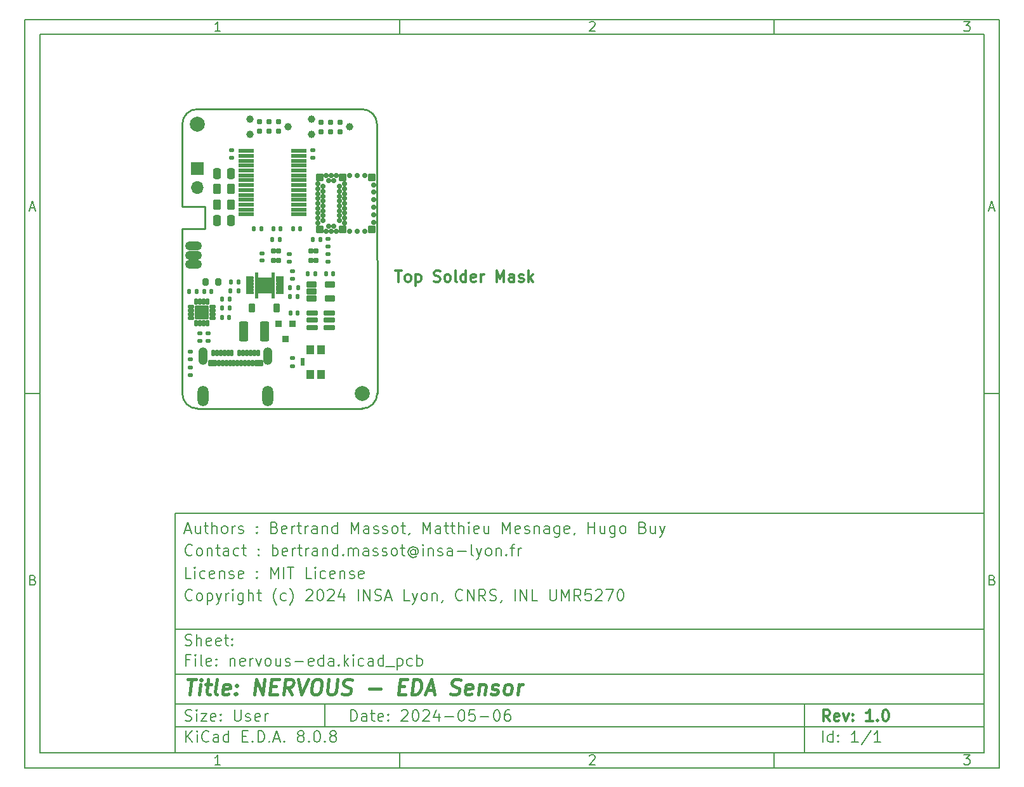
<source format=gbr>
%TF.GenerationSoftware,KiCad,Pcbnew,8.0.8*%
%TF.CreationDate,2025-02-28T15:56:35+01:00*%
%TF.ProjectId,nervous-eda,6e657276-6f75-4732-9d65-64612e6b6963,1.0*%
%TF.SameCoordinates,Original*%
%TF.FileFunction,Soldermask,Top*%
%TF.FilePolarity,Negative*%
%FSLAX46Y46*%
G04 Gerber Fmt 4.6, Leading zero omitted, Abs format (unit mm)*
G04 Created by KiCad (PCBNEW 8.0.8) date 2025-02-28 15:56:35*
%MOMM*%
%LPD*%
G01*
G04 APERTURE LIST*
G04 Aperture macros list*
%AMRoundRect*
0 Rectangle with rounded corners*
0 $1 Rounding radius*
0 $2 $3 $4 $5 $6 $7 $8 $9 X,Y pos of 4 corners*
0 Add a 4 corners polygon primitive as box body*
4,1,4,$2,$3,$4,$5,$6,$7,$8,$9,$2,$3,0*
0 Add four circle primitives for the rounded corners*
1,1,$1+$1,$2,$3*
1,1,$1+$1,$4,$5*
1,1,$1+$1,$6,$7*
1,1,$1+$1,$8,$9*
0 Add four rect primitives between the rounded corners*
20,1,$1+$1,$2,$3,$4,$5,0*
20,1,$1+$1,$4,$5,$6,$7,0*
20,1,$1+$1,$6,$7,$8,$9,0*
20,1,$1+$1,$8,$9,$2,$3,0*%
G04 Aperture macros list end*
%ADD10C,0.100000*%
%ADD11C,0.150000*%
%ADD12C,0.300000*%
%ADD13C,0.400000*%
%ADD14C,0.010000*%
%ADD15C,0.991000*%
%ADD16C,0.787000*%
%ADD17RoundRect,0.135000X0.135000X0.185000X-0.135000X0.185000X-0.135000X-0.185000X0.135000X-0.185000X0*%
%ADD18RoundRect,0.140000X0.140000X0.170000X-0.140000X0.170000X-0.140000X-0.170000X0.140000X-0.170000X0*%
%ADD19RoundRect,0.250000X0.250000X0.475000X-0.250000X0.475000X-0.250000X-0.475000X0.250000X-0.475000X0*%
%ADD20RoundRect,0.140000X-0.170000X0.140000X-0.170000X-0.140000X0.170000X-0.140000X0.170000X0.140000X0*%
%ADD21RoundRect,0.076200X-0.150000X-0.350000X0.150000X-0.350000X0.150000X0.350000X-0.150000X0.350000X0*%
%ADD22RoundRect,0.076200X-0.500000X-0.350000X0.500000X-0.350000X0.500000X0.350000X-0.500000X0.350000X0*%
%ADD23O,1.252400X2.352400*%
%ADD24O,1.452400X2.752400*%
%ADD25RoundRect,0.014400X-0.935600X-0.225600X0.935600X-0.225600X0.935600X0.225600X-0.935600X0.225600X0*%
%ADD26RoundRect,0.135000X0.185000X-0.135000X0.185000X0.135000X-0.185000X0.135000X-0.185000X-0.135000X0*%
%ADD27RoundRect,0.140000X-0.140000X-0.170000X0.140000X-0.170000X0.140000X0.170000X-0.140000X0.170000X0*%
%ADD28RoundRect,0.250000X-0.375000X-1.075000X0.375000X-1.075000X0.375000X1.075000X-0.375000X1.075000X0*%
%ADD29C,2.000000*%
%ADD30RoundRect,0.200000X-0.200000X-0.275000X0.200000X-0.275000X0.200000X0.275000X-0.200000X0.275000X0*%
%ADD31RoundRect,0.135000X-0.185000X0.135000X-0.185000X-0.135000X0.185000X-0.135000X0.185000X0.135000X0*%
%ADD32RoundRect,0.225000X0.225000X0.375000X-0.225000X0.375000X-0.225000X-0.375000X0.225000X-0.375000X0*%
%ADD33RoundRect,0.102000X0.400000X-0.400000X0.400000X0.400000X-0.400000X0.400000X-0.400000X-0.400000X0*%
%ADD34RoundRect,0.102000X0.199999X-0.199999X0.199999X0.199999X-0.199999X0.199999X-0.199999X-0.199999X0*%
%ADD35RoundRect,0.135000X-0.135000X-0.185000X0.135000X-0.185000X0.135000X0.185000X-0.135000X0.185000X0*%
%ADD36RoundRect,0.119100X-0.587900X-0.277900X0.587900X-0.277900X0.587900X0.277900X-0.587900X0.277900X0*%
%ADD37R,1.050000X1.150000*%
%ADD38R,0.600000X1.100000*%
%ADD39O,2.236000X1.220000*%
%ADD40R,0.850000X0.850000*%
%ADD41RoundRect,0.250000X-0.262500X-0.450000X0.262500X-0.450000X0.262500X0.450000X-0.262500X0.450000X0*%
%ADD42RoundRect,0.102000X0.200000X-0.250000X0.200000X0.250000X-0.200000X0.250000X-0.200000X-0.250000X0*%
%ADD43R,1.700000X1.700000*%
%ADD44O,1.700000X1.700000*%
%ADD45RoundRect,0.105560X-0.616440X-0.271440X0.616440X-0.271440X0.616440X0.271440X-0.616440X0.271440X0*%
%ADD46RoundRect,0.011400X-0.178600X0.358600X-0.178600X-0.358600X0.178600X-0.358600X0.178600X0.358600X0*%
%ADD47RoundRect,0.011400X-0.358600X-0.178600X0.358600X-0.178600X0.358600X0.178600X-0.358600X0.178600X0*%
%ADD48RoundRect,0.070000X-0.840000X0.840000X-0.840000X-0.840000X0.840000X-0.840000X0.840000X0.840000X0*%
%ADD49RoundRect,0.140000X0.170000X-0.140000X0.170000X0.140000X-0.170000X0.140000X-0.170000X-0.140000X0*%
%TA.AperFunction,Profile*%
%ADD50C,0.254000*%
%TD*%
G04 APERTURE END LIST*
D10*
D11*
X30012000Y-75990000D02*
X138012000Y-75990000D01*
X138012000Y-107990000D01*
X30012000Y-107990000D01*
X30012000Y-75990000D01*
D10*
D11*
X10000000Y-10000000D02*
X140012000Y-10000000D01*
X140012000Y-109990000D01*
X10000000Y-109990000D01*
X10000000Y-10000000D01*
D10*
D11*
X12000000Y-12000000D02*
X138012000Y-12000000D01*
X138012000Y-107990000D01*
X12000000Y-107990000D01*
X12000000Y-12000000D01*
D10*
D11*
X60000000Y-12000000D02*
X60000000Y-10000000D01*
D10*
D11*
X110000000Y-12000000D02*
X110000000Y-10000000D01*
D10*
D11*
X36089160Y-11593604D02*
X35346303Y-11593604D01*
X35717731Y-11593604D02*
X35717731Y-10293604D01*
X35717731Y-10293604D02*
X35593922Y-10479319D01*
X35593922Y-10479319D02*
X35470112Y-10603128D01*
X35470112Y-10603128D02*
X35346303Y-10665033D01*
D10*
D11*
X85346303Y-10417414D02*
X85408207Y-10355509D01*
X85408207Y-10355509D02*
X85532017Y-10293604D01*
X85532017Y-10293604D02*
X85841541Y-10293604D01*
X85841541Y-10293604D02*
X85965350Y-10355509D01*
X85965350Y-10355509D02*
X86027255Y-10417414D01*
X86027255Y-10417414D02*
X86089160Y-10541223D01*
X86089160Y-10541223D02*
X86089160Y-10665033D01*
X86089160Y-10665033D02*
X86027255Y-10850747D01*
X86027255Y-10850747D02*
X85284398Y-11593604D01*
X85284398Y-11593604D02*
X86089160Y-11593604D01*
D10*
D11*
X135284398Y-10293604D02*
X136089160Y-10293604D01*
X136089160Y-10293604D02*
X135655826Y-10788842D01*
X135655826Y-10788842D02*
X135841541Y-10788842D01*
X135841541Y-10788842D02*
X135965350Y-10850747D01*
X135965350Y-10850747D02*
X136027255Y-10912652D01*
X136027255Y-10912652D02*
X136089160Y-11036461D01*
X136089160Y-11036461D02*
X136089160Y-11345985D01*
X136089160Y-11345985D02*
X136027255Y-11469795D01*
X136027255Y-11469795D02*
X135965350Y-11531700D01*
X135965350Y-11531700D02*
X135841541Y-11593604D01*
X135841541Y-11593604D02*
X135470112Y-11593604D01*
X135470112Y-11593604D02*
X135346303Y-11531700D01*
X135346303Y-11531700D02*
X135284398Y-11469795D01*
D10*
D11*
X60000000Y-107990000D02*
X60000000Y-109990000D01*
D10*
D11*
X110000000Y-107990000D02*
X110000000Y-109990000D01*
D10*
D11*
X36089160Y-109583604D02*
X35346303Y-109583604D01*
X35717731Y-109583604D02*
X35717731Y-108283604D01*
X35717731Y-108283604D02*
X35593922Y-108469319D01*
X35593922Y-108469319D02*
X35470112Y-108593128D01*
X35470112Y-108593128D02*
X35346303Y-108655033D01*
D10*
D11*
X85346303Y-108407414D02*
X85408207Y-108345509D01*
X85408207Y-108345509D02*
X85532017Y-108283604D01*
X85532017Y-108283604D02*
X85841541Y-108283604D01*
X85841541Y-108283604D02*
X85965350Y-108345509D01*
X85965350Y-108345509D02*
X86027255Y-108407414D01*
X86027255Y-108407414D02*
X86089160Y-108531223D01*
X86089160Y-108531223D02*
X86089160Y-108655033D01*
X86089160Y-108655033D02*
X86027255Y-108840747D01*
X86027255Y-108840747D02*
X85284398Y-109583604D01*
X85284398Y-109583604D02*
X86089160Y-109583604D01*
D10*
D11*
X135284398Y-108283604D02*
X136089160Y-108283604D01*
X136089160Y-108283604D02*
X135655826Y-108778842D01*
X135655826Y-108778842D02*
X135841541Y-108778842D01*
X135841541Y-108778842D02*
X135965350Y-108840747D01*
X135965350Y-108840747D02*
X136027255Y-108902652D01*
X136027255Y-108902652D02*
X136089160Y-109026461D01*
X136089160Y-109026461D02*
X136089160Y-109335985D01*
X136089160Y-109335985D02*
X136027255Y-109459795D01*
X136027255Y-109459795D02*
X135965350Y-109521700D01*
X135965350Y-109521700D02*
X135841541Y-109583604D01*
X135841541Y-109583604D02*
X135470112Y-109583604D01*
X135470112Y-109583604D02*
X135346303Y-109521700D01*
X135346303Y-109521700D02*
X135284398Y-109459795D01*
D10*
D11*
X10000000Y-60000000D02*
X12000000Y-60000000D01*
D10*
D11*
X10690476Y-35222176D02*
X11309523Y-35222176D01*
X10566666Y-35593604D02*
X10999999Y-34293604D01*
X10999999Y-34293604D02*
X11433333Y-35593604D01*
D10*
D11*
X11092857Y-84912652D02*
X11278571Y-84974557D01*
X11278571Y-84974557D02*
X11340476Y-85036461D01*
X11340476Y-85036461D02*
X11402380Y-85160271D01*
X11402380Y-85160271D02*
X11402380Y-85345985D01*
X11402380Y-85345985D02*
X11340476Y-85469795D01*
X11340476Y-85469795D02*
X11278571Y-85531700D01*
X11278571Y-85531700D02*
X11154761Y-85593604D01*
X11154761Y-85593604D02*
X10659523Y-85593604D01*
X10659523Y-85593604D02*
X10659523Y-84293604D01*
X10659523Y-84293604D02*
X11092857Y-84293604D01*
X11092857Y-84293604D02*
X11216666Y-84355509D01*
X11216666Y-84355509D02*
X11278571Y-84417414D01*
X11278571Y-84417414D02*
X11340476Y-84541223D01*
X11340476Y-84541223D02*
X11340476Y-84665033D01*
X11340476Y-84665033D02*
X11278571Y-84788842D01*
X11278571Y-84788842D02*
X11216666Y-84850747D01*
X11216666Y-84850747D02*
X11092857Y-84912652D01*
X11092857Y-84912652D02*
X10659523Y-84912652D01*
D10*
D11*
X140012000Y-60000000D02*
X138012000Y-60000000D01*
D10*
D11*
X138702476Y-35222176D02*
X139321523Y-35222176D01*
X138578666Y-35593604D02*
X139011999Y-34293604D01*
X139011999Y-34293604D02*
X139445333Y-35593604D01*
D10*
D11*
X139104857Y-84912652D02*
X139290571Y-84974557D01*
X139290571Y-84974557D02*
X139352476Y-85036461D01*
X139352476Y-85036461D02*
X139414380Y-85160271D01*
X139414380Y-85160271D02*
X139414380Y-85345985D01*
X139414380Y-85345985D02*
X139352476Y-85469795D01*
X139352476Y-85469795D02*
X139290571Y-85531700D01*
X139290571Y-85531700D02*
X139166761Y-85593604D01*
X139166761Y-85593604D02*
X138671523Y-85593604D01*
X138671523Y-85593604D02*
X138671523Y-84293604D01*
X138671523Y-84293604D02*
X139104857Y-84293604D01*
X139104857Y-84293604D02*
X139228666Y-84355509D01*
X139228666Y-84355509D02*
X139290571Y-84417414D01*
X139290571Y-84417414D02*
X139352476Y-84541223D01*
X139352476Y-84541223D02*
X139352476Y-84665033D01*
X139352476Y-84665033D02*
X139290571Y-84788842D01*
X139290571Y-84788842D02*
X139228666Y-84850747D01*
X139228666Y-84850747D02*
X139104857Y-84912652D01*
X139104857Y-84912652D02*
X138671523Y-84912652D01*
D10*
D11*
X53467826Y-103776128D02*
X53467826Y-102276128D01*
X53467826Y-102276128D02*
X53824969Y-102276128D01*
X53824969Y-102276128D02*
X54039255Y-102347557D01*
X54039255Y-102347557D02*
X54182112Y-102490414D01*
X54182112Y-102490414D02*
X54253541Y-102633271D01*
X54253541Y-102633271D02*
X54324969Y-102918985D01*
X54324969Y-102918985D02*
X54324969Y-103133271D01*
X54324969Y-103133271D02*
X54253541Y-103418985D01*
X54253541Y-103418985D02*
X54182112Y-103561842D01*
X54182112Y-103561842D02*
X54039255Y-103704700D01*
X54039255Y-103704700D02*
X53824969Y-103776128D01*
X53824969Y-103776128D02*
X53467826Y-103776128D01*
X55610684Y-103776128D02*
X55610684Y-102990414D01*
X55610684Y-102990414D02*
X55539255Y-102847557D01*
X55539255Y-102847557D02*
X55396398Y-102776128D01*
X55396398Y-102776128D02*
X55110684Y-102776128D01*
X55110684Y-102776128D02*
X54967826Y-102847557D01*
X55610684Y-103704700D02*
X55467826Y-103776128D01*
X55467826Y-103776128D02*
X55110684Y-103776128D01*
X55110684Y-103776128D02*
X54967826Y-103704700D01*
X54967826Y-103704700D02*
X54896398Y-103561842D01*
X54896398Y-103561842D02*
X54896398Y-103418985D01*
X54896398Y-103418985D02*
X54967826Y-103276128D01*
X54967826Y-103276128D02*
X55110684Y-103204700D01*
X55110684Y-103204700D02*
X55467826Y-103204700D01*
X55467826Y-103204700D02*
X55610684Y-103133271D01*
X56110684Y-102776128D02*
X56682112Y-102776128D01*
X56324969Y-102276128D02*
X56324969Y-103561842D01*
X56324969Y-103561842D02*
X56396398Y-103704700D01*
X56396398Y-103704700D02*
X56539255Y-103776128D01*
X56539255Y-103776128D02*
X56682112Y-103776128D01*
X57753541Y-103704700D02*
X57610684Y-103776128D01*
X57610684Y-103776128D02*
X57324970Y-103776128D01*
X57324970Y-103776128D02*
X57182112Y-103704700D01*
X57182112Y-103704700D02*
X57110684Y-103561842D01*
X57110684Y-103561842D02*
X57110684Y-102990414D01*
X57110684Y-102990414D02*
X57182112Y-102847557D01*
X57182112Y-102847557D02*
X57324970Y-102776128D01*
X57324970Y-102776128D02*
X57610684Y-102776128D01*
X57610684Y-102776128D02*
X57753541Y-102847557D01*
X57753541Y-102847557D02*
X57824970Y-102990414D01*
X57824970Y-102990414D02*
X57824970Y-103133271D01*
X57824970Y-103133271D02*
X57110684Y-103276128D01*
X58467826Y-103633271D02*
X58539255Y-103704700D01*
X58539255Y-103704700D02*
X58467826Y-103776128D01*
X58467826Y-103776128D02*
X58396398Y-103704700D01*
X58396398Y-103704700D02*
X58467826Y-103633271D01*
X58467826Y-103633271D02*
X58467826Y-103776128D01*
X58467826Y-102847557D02*
X58539255Y-102918985D01*
X58539255Y-102918985D02*
X58467826Y-102990414D01*
X58467826Y-102990414D02*
X58396398Y-102918985D01*
X58396398Y-102918985D02*
X58467826Y-102847557D01*
X58467826Y-102847557D02*
X58467826Y-102990414D01*
X60253541Y-102418985D02*
X60324969Y-102347557D01*
X60324969Y-102347557D02*
X60467827Y-102276128D01*
X60467827Y-102276128D02*
X60824969Y-102276128D01*
X60824969Y-102276128D02*
X60967827Y-102347557D01*
X60967827Y-102347557D02*
X61039255Y-102418985D01*
X61039255Y-102418985D02*
X61110684Y-102561842D01*
X61110684Y-102561842D02*
X61110684Y-102704700D01*
X61110684Y-102704700D02*
X61039255Y-102918985D01*
X61039255Y-102918985D02*
X60182112Y-103776128D01*
X60182112Y-103776128D02*
X61110684Y-103776128D01*
X62039255Y-102276128D02*
X62182112Y-102276128D01*
X62182112Y-102276128D02*
X62324969Y-102347557D01*
X62324969Y-102347557D02*
X62396398Y-102418985D01*
X62396398Y-102418985D02*
X62467826Y-102561842D01*
X62467826Y-102561842D02*
X62539255Y-102847557D01*
X62539255Y-102847557D02*
X62539255Y-103204700D01*
X62539255Y-103204700D02*
X62467826Y-103490414D01*
X62467826Y-103490414D02*
X62396398Y-103633271D01*
X62396398Y-103633271D02*
X62324969Y-103704700D01*
X62324969Y-103704700D02*
X62182112Y-103776128D01*
X62182112Y-103776128D02*
X62039255Y-103776128D01*
X62039255Y-103776128D02*
X61896398Y-103704700D01*
X61896398Y-103704700D02*
X61824969Y-103633271D01*
X61824969Y-103633271D02*
X61753540Y-103490414D01*
X61753540Y-103490414D02*
X61682112Y-103204700D01*
X61682112Y-103204700D02*
X61682112Y-102847557D01*
X61682112Y-102847557D02*
X61753540Y-102561842D01*
X61753540Y-102561842D02*
X61824969Y-102418985D01*
X61824969Y-102418985D02*
X61896398Y-102347557D01*
X61896398Y-102347557D02*
X62039255Y-102276128D01*
X63110683Y-102418985D02*
X63182111Y-102347557D01*
X63182111Y-102347557D02*
X63324969Y-102276128D01*
X63324969Y-102276128D02*
X63682111Y-102276128D01*
X63682111Y-102276128D02*
X63824969Y-102347557D01*
X63824969Y-102347557D02*
X63896397Y-102418985D01*
X63896397Y-102418985D02*
X63967826Y-102561842D01*
X63967826Y-102561842D02*
X63967826Y-102704700D01*
X63967826Y-102704700D02*
X63896397Y-102918985D01*
X63896397Y-102918985D02*
X63039254Y-103776128D01*
X63039254Y-103776128D02*
X63967826Y-103776128D01*
X65253540Y-102776128D02*
X65253540Y-103776128D01*
X64896397Y-102204700D02*
X64539254Y-103276128D01*
X64539254Y-103276128D02*
X65467825Y-103276128D01*
X66039253Y-103204700D02*
X67182111Y-103204700D01*
X68182111Y-102276128D02*
X68324968Y-102276128D01*
X68324968Y-102276128D02*
X68467825Y-102347557D01*
X68467825Y-102347557D02*
X68539254Y-102418985D01*
X68539254Y-102418985D02*
X68610682Y-102561842D01*
X68610682Y-102561842D02*
X68682111Y-102847557D01*
X68682111Y-102847557D02*
X68682111Y-103204700D01*
X68682111Y-103204700D02*
X68610682Y-103490414D01*
X68610682Y-103490414D02*
X68539254Y-103633271D01*
X68539254Y-103633271D02*
X68467825Y-103704700D01*
X68467825Y-103704700D02*
X68324968Y-103776128D01*
X68324968Y-103776128D02*
X68182111Y-103776128D01*
X68182111Y-103776128D02*
X68039254Y-103704700D01*
X68039254Y-103704700D02*
X67967825Y-103633271D01*
X67967825Y-103633271D02*
X67896396Y-103490414D01*
X67896396Y-103490414D02*
X67824968Y-103204700D01*
X67824968Y-103204700D02*
X67824968Y-102847557D01*
X67824968Y-102847557D02*
X67896396Y-102561842D01*
X67896396Y-102561842D02*
X67967825Y-102418985D01*
X67967825Y-102418985D02*
X68039254Y-102347557D01*
X68039254Y-102347557D02*
X68182111Y-102276128D01*
X70039253Y-102276128D02*
X69324967Y-102276128D01*
X69324967Y-102276128D02*
X69253539Y-102990414D01*
X69253539Y-102990414D02*
X69324967Y-102918985D01*
X69324967Y-102918985D02*
X69467825Y-102847557D01*
X69467825Y-102847557D02*
X69824967Y-102847557D01*
X69824967Y-102847557D02*
X69967825Y-102918985D01*
X69967825Y-102918985D02*
X70039253Y-102990414D01*
X70039253Y-102990414D02*
X70110682Y-103133271D01*
X70110682Y-103133271D02*
X70110682Y-103490414D01*
X70110682Y-103490414D02*
X70039253Y-103633271D01*
X70039253Y-103633271D02*
X69967825Y-103704700D01*
X69967825Y-103704700D02*
X69824967Y-103776128D01*
X69824967Y-103776128D02*
X69467825Y-103776128D01*
X69467825Y-103776128D02*
X69324967Y-103704700D01*
X69324967Y-103704700D02*
X69253539Y-103633271D01*
X70753538Y-103204700D02*
X71896396Y-103204700D01*
X72896396Y-102276128D02*
X73039253Y-102276128D01*
X73039253Y-102276128D02*
X73182110Y-102347557D01*
X73182110Y-102347557D02*
X73253539Y-102418985D01*
X73253539Y-102418985D02*
X73324967Y-102561842D01*
X73324967Y-102561842D02*
X73396396Y-102847557D01*
X73396396Y-102847557D02*
X73396396Y-103204700D01*
X73396396Y-103204700D02*
X73324967Y-103490414D01*
X73324967Y-103490414D02*
X73253539Y-103633271D01*
X73253539Y-103633271D02*
X73182110Y-103704700D01*
X73182110Y-103704700D02*
X73039253Y-103776128D01*
X73039253Y-103776128D02*
X72896396Y-103776128D01*
X72896396Y-103776128D02*
X72753539Y-103704700D01*
X72753539Y-103704700D02*
X72682110Y-103633271D01*
X72682110Y-103633271D02*
X72610681Y-103490414D01*
X72610681Y-103490414D02*
X72539253Y-103204700D01*
X72539253Y-103204700D02*
X72539253Y-102847557D01*
X72539253Y-102847557D02*
X72610681Y-102561842D01*
X72610681Y-102561842D02*
X72682110Y-102418985D01*
X72682110Y-102418985D02*
X72753539Y-102347557D01*
X72753539Y-102347557D02*
X72896396Y-102276128D01*
X74682110Y-102276128D02*
X74396395Y-102276128D01*
X74396395Y-102276128D02*
X74253538Y-102347557D01*
X74253538Y-102347557D02*
X74182110Y-102418985D01*
X74182110Y-102418985D02*
X74039252Y-102633271D01*
X74039252Y-102633271D02*
X73967824Y-102918985D01*
X73967824Y-102918985D02*
X73967824Y-103490414D01*
X73967824Y-103490414D02*
X74039252Y-103633271D01*
X74039252Y-103633271D02*
X74110681Y-103704700D01*
X74110681Y-103704700D02*
X74253538Y-103776128D01*
X74253538Y-103776128D02*
X74539252Y-103776128D01*
X74539252Y-103776128D02*
X74682110Y-103704700D01*
X74682110Y-103704700D02*
X74753538Y-103633271D01*
X74753538Y-103633271D02*
X74824967Y-103490414D01*
X74824967Y-103490414D02*
X74824967Y-103133271D01*
X74824967Y-103133271D02*
X74753538Y-102990414D01*
X74753538Y-102990414D02*
X74682110Y-102918985D01*
X74682110Y-102918985D02*
X74539252Y-102847557D01*
X74539252Y-102847557D02*
X74253538Y-102847557D01*
X74253538Y-102847557D02*
X74110681Y-102918985D01*
X74110681Y-102918985D02*
X74039252Y-102990414D01*
X74039252Y-102990414D02*
X73967824Y-103133271D01*
D10*
D11*
X30012000Y-104490000D02*
X138012000Y-104490000D01*
D10*
D11*
X31467826Y-106576128D02*
X31467826Y-105076128D01*
X32324969Y-106576128D02*
X31682112Y-105718985D01*
X32324969Y-105076128D02*
X31467826Y-105933271D01*
X32967826Y-106576128D02*
X32967826Y-105576128D01*
X32967826Y-105076128D02*
X32896398Y-105147557D01*
X32896398Y-105147557D02*
X32967826Y-105218985D01*
X32967826Y-105218985D02*
X33039255Y-105147557D01*
X33039255Y-105147557D02*
X32967826Y-105076128D01*
X32967826Y-105076128D02*
X32967826Y-105218985D01*
X34539255Y-106433271D02*
X34467827Y-106504700D01*
X34467827Y-106504700D02*
X34253541Y-106576128D01*
X34253541Y-106576128D02*
X34110684Y-106576128D01*
X34110684Y-106576128D02*
X33896398Y-106504700D01*
X33896398Y-106504700D02*
X33753541Y-106361842D01*
X33753541Y-106361842D02*
X33682112Y-106218985D01*
X33682112Y-106218985D02*
X33610684Y-105933271D01*
X33610684Y-105933271D02*
X33610684Y-105718985D01*
X33610684Y-105718985D02*
X33682112Y-105433271D01*
X33682112Y-105433271D02*
X33753541Y-105290414D01*
X33753541Y-105290414D02*
X33896398Y-105147557D01*
X33896398Y-105147557D02*
X34110684Y-105076128D01*
X34110684Y-105076128D02*
X34253541Y-105076128D01*
X34253541Y-105076128D02*
X34467827Y-105147557D01*
X34467827Y-105147557D02*
X34539255Y-105218985D01*
X35824970Y-106576128D02*
X35824970Y-105790414D01*
X35824970Y-105790414D02*
X35753541Y-105647557D01*
X35753541Y-105647557D02*
X35610684Y-105576128D01*
X35610684Y-105576128D02*
X35324970Y-105576128D01*
X35324970Y-105576128D02*
X35182112Y-105647557D01*
X35824970Y-106504700D02*
X35682112Y-106576128D01*
X35682112Y-106576128D02*
X35324970Y-106576128D01*
X35324970Y-106576128D02*
X35182112Y-106504700D01*
X35182112Y-106504700D02*
X35110684Y-106361842D01*
X35110684Y-106361842D02*
X35110684Y-106218985D01*
X35110684Y-106218985D02*
X35182112Y-106076128D01*
X35182112Y-106076128D02*
X35324970Y-106004700D01*
X35324970Y-106004700D02*
X35682112Y-106004700D01*
X35682112Y-106004700D02*
X35824970Y-105933271D01*
X37182113Y-106576128D02*
X37182113Y-105076128D01*
X37182113Y-106504700D02*
X37039255Y-106576128D01*
X37039255Y-106576128D02*
X36753541Y-106576128D01*
X36753541Y-106576128D02*
X36610684Y-106504700D01*
X36610684Y-106504700D02*
X36539255Y-106433271D01*
X36539255Y-106433271D02*
X36467827Y-106290414D01*
X36467827Y-106290414D02*
X36467827Y-105861842D01*
X36467827Y-105861842D02*
X36539255Y-105718985D01*
X36539255Y-105718985D02*
X36610684Y-105647557D01*
X36610684Y-105647557D02*
X36753541Y-105576128D01*
X36753541Y-105576128D02*
X37039255Y-105576128D01*
X37039255Y-105576128D02*
X37182113Y-105647557D01*
X39039255Y-105790414D02*
X39539255Y-105790414D01*
X39753541Y-106576128D02*
X39039255Y-106576128D01*
X39039255Y-106576128D02*
X39039255Y-105076128D01*
X39039255Y-105076128D02*
X39753541Y-105076128D01*
X40396398Y-106433271D02*
X40467827Y-106504700D01*
X40467827Y-106504700D02*
X40396398Y-106576128D01*
X40396398Y-106576128D02*
X40324970Y-106504700D01*
X40324970Y-106504700D02*
X40396398Y-106433271D01*
X40396398Y-106433271D02*
X40396398Y-106576128D01*
X41110684Y-106576128D02*
X41110684Y-105076128D01*
X41110684Y-105076128D02*
X41467827Y-105076128D01*
X41467827Y-105076128D02*
X41682113Y-105147557D01*
X41682113Y-105147557D02*
X41824970Y-105290414D01*
X41824970Y-105290414D02*
X41896399Y-105433271D01*
X41896399Y-105433271D02*
X41967827Y-105718985D01*
X41967827Y-105718985D02*
X41967827Y-105933271D01*
X41967827Y-105933271D02*
X41896399Y-106218985D01*
X41896399Y-106218985D02*
X41824970Y-106361842D01*
X41824970Y-106361842D02*
X41682113Y-106504700D01*
X41682113Y-106504700D02*
X41467827Y-106576128D01*
X41467827Y-106576128D02*
X41110684Y-106576128D01*
X42610684Y-106433271D02*
X42682113Y-106504700D01*
X42682113Y-106504700D02*
X42610684Y-106576128D01*
X42610684Y-106576128D02*
X42539256Y-106504700D01*
X42539256Y-106504700D02*
X42610684Y-106433271D01*
X42610684Y-106433271D02*
X42610684Y-106576128D01*
X43253542Y-106147557D02*
X43967828Y-106147557D01*
X43110685Y-106576128D02*
X43610685Y-105076128D01*
X43610685Y-105076128D02*
X44110685Y-106576128D01*
X44610684Y-106433271D02*
X44682113Y-106504700D01*
X44682113Y-106504700D02*
X44610684Y-106576128D01*
X44610684Y-106576128D02*
X44539256Y-106504700D01*
X44539256Y-106504700D02*
X44610684Y-106433271D01*
X44610684Y-106433271D02*
X44610684Y-106576128D01*
X46682113Y-105718985D02*
X46539256Y-105647557D01*
X46539256Y-105647557D02*
X46467827Y-105576128D01*
X46467827Y-105576128D02*
X46396399Y-105433271D01*
X46396399Y-105433271D02*
X46396399Y-105361842D01*
X46396399Y-105361842D02*
X46467827Y-105218985D01*
X46467827Y-105218985D02*
X46539256Y-105147557D01*
X46539256Y-105147557D02*
X46682113Y-105076128D01*
X46682113Y-105076128D02*
X46967827Y-105076128D01*
X46967827Y-105076128D02*
X47110685Y-105147557D01*
X47110685Y-105147557D02*
X47182113Y-105218985D01*
X47182113Y-105218985D02*
X47253542Y-105361842D01*
X47253542Y-105361842D02*
X47253542Y-105433271D01*
X47253542Y-105433271D02*
X47182113Y-105576128D01*
X47182113Y-105576128D02*
X47110685Y-105647557D01*
X47110685Y-105647557D02*
X46967827Y-105718985D01*
X46967827Y-105718985D02*
X46682113Y-105718985D01*
X46682113Y-105718985D02*
X46539256Y-105790414D01*
X46539256Y-105790414D02*
X46467827Y-105861842D01*
X46467827Y-105861842D02*
X46396399Y-106004700D01*
X46396399Y-106004700D02*
X46396399Y-106290414D01*
X46396399Y-106290414D02*
X46467827Y-106433271D01*
X46467827Y-106433271D02*
X46539256Y-106504700D01*
X46539256Y-106504700D02*
X46682113Y-106576128D01*
X46682113Y-106576128D02*
X46967827Y-106576128D01*
X46967827Y-106576128D02*
X47110685Y-106504700D01*
X47110685Y-106504700D02*
X47182113Y-106433271D01*
X47182113Y-106433271D02*
X47253542Y-106290414D01*
X47253542Y-106290414D02*
X47253542Y-106004700D01*
X47253542Y-106004700D02*
X47182113Y-105861842D01*
X47182113Y-105861842D02*
X47110685Y-105790414D01*
X47110685Y-105790414D02*
X46967827Y-105718985D01*
X47896398Y-106433271D02*
X47967827Y-106504700D01*
X47967827Y-106504700D02*
X47896398Y-106576128D01*
X47896398Y-106576128D02*
X47824970Y-106504700D01*
X47824970Y-106504700D02*
X47896398Y-106433271D01*
X47896398Y-106433271D02*
X47896398Y-106576128D01*
X48896399Y-105076128D02*
X49039256Y-105076128D01*
X49039256Y-105076128D02*
X49182113Y-105147557D01*
X49182113Y-105147557D02*
X49253542Y-105218985D01*
X49253542Y-105218985D02*
X49324970Y-105361842D01*
X49324970Y-105361842D02*
X49396399Y-105647557D01*
X49396399Y-105647557D02*
X49396399Y-106004700D01*
X49396399Y-106004700D02*
X49324970Y-106290414D01*
X49324970Y-106290414D02*
X49253542Y-106433271D01*
X49253542Y-106433271D02*
X49182113Y-106504700D01*
X49182113Y-106504700D02*
X49039256Y-106576128D01*
X49039256Y-106576128D02*
X48896399Y-106576128D01*
X48896399Y-106576128D02*
X48753542Y-106504700D01*
X48753542Y-106504700D02*
X48682113Y-106433271D01*
X48682113Y-106433271D02*
X48610684Y-106290414D01*
X48610684Y-106290414D02*
X48539256Y-106004700D01*
X48539256Y-106004700D02*
X48539256Y-105647557D01*
X48539256Y-105647557D02*
X48610684Y-105361842D01*
X48610684Y-105361842D02*
X48682113Y-105218985D01*
X48682113Y-105218985D02*
X48753542Y-105147557D01*
X48753542Y-105147557D02*
X48896399Y-105076128D01*
X50039255Y-106433271D02*
X50110684Y-106504700D01*
X50110684Y-106504700D02*
X50039255Y-106576128D01*
X50039255Y-106576128D02*
X49967827Y-106504700D01*
X49967827Y-106504700D02*
X50039255Y-106433271D01*
X50039255Y-106433271D02*
X50039255Y-106576128D01*
X50967827Y-105718985D02*
X50824970Y-105647557D01*
X50824970Y-105647557D02*
X50753541Y-105576128D01*
X50753541Y-105576128D02*
X50682113Y-105433271D01*
X50682113Y-105433271D02*
X50682113Y-105361842D01*
X50682113Y-105361842D02*
X50753541Y-105218985D01*
X50753541Y-105218985D02*
X50824970Y-105147557D01*
X50824970Y-105147557D02*
X50967827Y-105076128D01*
X50967827Y-105076128D02*
X51253541Y-105076128D01*
X51253541Y-105076128D02*
X51396399Y-105147557D01*
X51396399Y-105147557D02*
X51467827Y-105218985D01*
X51467827Y-105218985D02*
X51539256Y-105361842D01*
X51539256Y-105361842D02*
X51539256Y-105433271D01*
X51539256Y-105433271D02*
X51467827Y-105576128D01*
X51467827Y-105576128D02*
X51396399Y-105647557D01*
X51396399Y-105647557D02*
X51253541Y-105718985D01*
X51253541Y-105718985D02*
X50967827Y-105718985D01*
X50967827Y-105718985D02*
X50824970Y-105790414D01*
X50824970Y-105790414D02*
X50753541Y-105861842D01*
X50753541Y-105861842D02*
X50682113Y-106004700D01*
X50682113Y-106004700D02*
X50682113Y-106290414D01*
X50682113Y-106290414D02*
X50753541Y-106433271D01*
X50753541Y-106433271D02*
X50824970Y-106504700D01*
X50824970Y-106504700D02*
X50967827Y-106576128D01*
X50967827Y-106576128D02*
X51253541Y-106576128D01*
X51253541Y-106576128D02*
X51396399Y-106504700D01*
X51396399Y-106504700D02*
X51467827Y-106433271D01*
X51467827Y-106433271D02*
X51539256Y-106290414D01*
X51539256Y-106290414D02*
X51539256Y-106004700D01*
X51539256Y-106004700D02*
X51467827Y-105861842D01*
X51467827Y-105861842D02*
X51396399Y-105790414D01*
X51396399Y-105790414D02*
X51253541Y-105718985D01*
D10*
D11*
X30012000Y-101490000D02*
X138012000Y-101490000D01*
D10*
D12*
X117423653Y-103768328D02*
X116923653Y-103054042D01*
X116566510Y-103768328D02*
X116566510Y-102268328D01*
X116566510Y-102268328D02*
X117137939Y-102268328D01*
X117137939Y-102268328D02*
X117280796Y-102339757D01*
X117280796Y-102339757D02*
X117352225Y-102411185D01*
X117352225Y-102411185D02*
X117423653Y-102554042D01*
X117423653Y-102554042D02*
X117423653Y-102768328D01*
X117423653Y-102768328D02*
X117352225Y-102911185D01*
X117352225Y-102911185D02*
X117280796Y-102982614D01*
X117280796Y-102982614D02*
X117137939Y-103054042D01*
X117137939Y-103054042D02*
X116566510Y-103054042D01*
X118637939Y-103696900D02*
X118495082Y-103768328D01*
X118495082Y-103768328D02*
X118209368Y-103768328D01*
X118209368Y-103768328D02*
X118066510Y-103696900D01*
X118066510Y-103696900D02*
X117995082Y-103554042D01*
X117995082Y-103554042D02*
X117995082Y-102982614D01*
X117995082Y-102982614D02*
X118066510Y-102839757D01*
X118066510Y-102839757D02*
X118209368Y-102768328D01*
X118209368Y-102768328D02*
X118495082Y-102768328D01*
X118495082Y-102768328D02*
X118637939Y-102839757D01*
X118637939Y-102839757D02*
X118709368Y-102982614D01*
X118709368Y-102982614D02*
X118709368Y-103125471D01*
X118709368Y-103125471D02*
X117995082Y-103268328D01*
X119209367Y-102768328D02*
X119566510Y-103768328D01*
X119566510Y-103768328D02*
X119923653Y-102768328D01*
X120495081Y-103625471D02*
X120566510Y-103696900D01*
X120566510Y-103696900D02*
X120495081Y-103768328D01*
X120495081Y-103768328D02*
X120423653Y-103696900D01*
X120423653Y-103696900D02*
X120495081Y-103625471D01*
X120495081Y-103625471D02*
X120495081Y-103768328D01*
X120495081Y-102839757D02*
X120566510Y-102911185D01*
X120566510Y-102911185D02*
X120495081Y-102982614D01*
X120495081Y-102982614D02*
X120423653Y-102911185D01*
X120423653Y-102911185D02*
X120495081Y-102839757D01*
X120495081Y-102839757D02*
X120495081Y-102982614D01*
X123137939Y-103768328D02*
X122280796Y-103768328D01*
X122709367Y-103768328D02*
X122709367Y-102268328D01*
X122709367Y-102268328D02*
X122566510Y-102482614D01*
X122566510Y-102482614D02*
X122423653Y-102625471D01*
X122423653Y-102625471D02*
X122280796Y-102696900D01*
X123780795Y-103625471D02*
X123852224Y-103696900D01*
X123852224Y-103696900D02*
X123780795Y-103768328D01*
X123780795Y-103768328D02*
X123709367Y-103696900D01*
X123709367Y-103696900D02*
X123780795Y-103625471D01*
X123780795Y-103625471D02*
X123780795Y-103768328D01*
X124780796Y-102268328D02*
X124923653Y-102268328D01*
X124923653Y-102268328D02*
X125066510Y-102339757D01*
X125066510Y-102339757D02*
X125137939Y-102411185D01*
X125137939Y-102411185D02*
X125209367Y-102554042D01*
X125209367Y-102554042D02*
X125280796Y-102839757D01*
X125280796Y-102839757D02*
X125280796Y-103196900D01*
X125280796Y-103196900D02*
X125209367Y-103482614D01*
X125209367Y-103482614D02*
X125137939Y-103625471D01*
X125137939Y-103625471D02*
X125066510Y-103696900D01*
X125066510Y-103696900D02*
X124923653Y-103768328D01*
X124923653Y-103768328D02*
X124780796Y-103768328D01*
X124780796Y-103768328D02*
X124637939Y-103696900D01*
X124637939Y-103696900D02*
X124566510Y-103625471D01*
X124566510Y-103625471D02*
X124495081Y-103482614D01*
X124495081Y-103482614D02*
X124423653Y-103196900D01*
X124423653Y-103196900D02*
X124423653Y-102839757D01*
X124423653Y-102839757D02*
X124495081Y-102554042D01*
X124495081Y-102554042D02*
X124566510Y-102411185D01*
X124566510Y-102411185D02*
X124637939Y-102339757D01*
X124637939Y-102339757D02*
X124780796Y-102268328D01*
D10*
D11*
X31396398Y-103704700D02*
X31610684Y-103776128D01*
X31610684Y-103776128D02*
X31967826Y-103776128D01*
X31967826Y-103776128D02*
X32110684Y-103704700D01*
X32110684Y-103704700D02*
X32182112Y-103633271D01*
X32182112Y-103633271D02*
X32253541Y-103490414D01*
X32253541Y-103490414D02*
X32253541Y-103347557D01*
X32253541Y-103347557D02*
X32182112Y-103204700D01*
X32182112Y-103204700D02*
X32110684Y-103133271D01*
X32110684Y-103133271D02*
X31967826Y-103061842D01*
X31967826Y-103061842D02*
X31682112Y-102990414D01*
X31682112Y-102990414D02*
X31539255Y-102918985D01*
X31539255Y-102918985D02*
X31467826Y-102847557D01*
X31467826Y-102847557D02*
X31396398Y-102704700D01*
X31396398Y-102704700D02*
X31396398Y-102561842D01*
X31396398Y-102561842D02*
X31467826Y-102418985D01*
X31467826Y-102418985D02*
X31539255Y-102347557D01*
X31539255Y-102347557D02*
X31682112Y-102276128D01*
X31682112Y-102276128D02*
X32039255Y-102276128D01*
X32039255Y-102276128D02*
X32253541Y-102347557D01*
X32896397Y-103776128D02*
X32896397Y-102776128D01*
X32896397Y-102276128D02*
X32824969Y-102347557D01*
X32824969Y-102347557D02*
X32896397Y-102418985D01*
X32896397Y-102418985D02*
X32967826Y-102347557D01*
X32967826Y-102347557D02*
X32896397Y-102276128D01*
X32896397Y-102276128D02*
X32896397Y-102418985D01*
X33467826Y-102776128D02*
X34253541Y-102776128D01*
X34253541Y-102776128D02*
X33467826Y-103776128D01*
X33467826Y-103776128D02*
X34253541Y-103776128D01*
X35396398Y-103704700D02*
X35253541Y-103776128D01*
X35253541Y-103776128D02*
X34967827Y-103776128D01*
X34967827Y-103776128D02*
X34824969Y-103704700D01*
X34824969Y-103704700D02*
X34753541Y-103561842D01*
X34753541Y-103561842D02*
X34753541Y-102990414D01*
X34753541Y-102990414D02*
X34824969Y-102847557D01*
X34824969Y-102847557D02*
X34967827Y-102776128D01*
X34967827Y-102776128D02*
X35253541Y-102776128D01*
X35253541Y-102776128D02*
X35396398Y-102847557D01*
X35396398Y-102847557D02*
X35467827Y-102990414D01*
X35467827Y-102990414D02*
X35467827Y-103133271D01*
X35467827Y-103133271D02*
X34753541Y-103276128D01*
X36110683Y-103633271D02*
X36182112Y-103704700D01*
X36182112Y-103704700D02*
X36110683Y-103776128D01*
X36110683Y-103776128D02*
X36039255Y-103704700D01*
X36039255Y-103704700D02*
X36110683Y-103633271D01*
X36110683Y-103633271D02*
X36110683Y-103776128D01*
X36110683Y-102847557D02*
X36182112Y-102918985D01*
X36182112Y-102918985D02*
X36110683Y-102990414D01*
X36110683Y-102990414D02*
X36039255Y-102918985D01*
X36039255Y-102918985D02*
X36110683Y-102847557D01*
X36110683Y-102847557D02*
X36110683Y-102990414D01*
X37967826Y-102276128D02*
X37967826Y-103490414D01*
X37967826Y-103490414D02*
X38039255Y-103633271D01*
X38039255Y-103633271D02*
X38110684Y-103704700D01*
X38110684Y-103704700D02*
X38253541Y-103776128D01*
X38253541Y-103776128D02*
X38539255Y-103776128D01*
X38539255Y-103776128D02*
X38682112Y-103704700D01*
X38682112Y-103704700D02*
X38753541Y-103633271D01*
X38753541Y-103633271D02*
X38824969Y-103490414D01*
X38824969Y-103490414D02*
X38824969Y-102276128D01*
X39467827Y-103704700D02*
X39610684Y-103776128D01*
X39610684Y-103776128D02*
X39896398Y-103776128D01*
X39896398Y-103776128D02*
X40039255Y-103704700D01*
X40039255Y-103704700D02*
X40110684Y-103561842D01*
X40110684Y-103561842D02*
X40110684Y-103490414D01*
X40110684Y-103490414D02*
X40039255Y-103347557D01*
X40039255Y-103347557D02*
X39896398Y-103276128D01*
X39896398Y-103276128D02*
X39682113Y-103276128D01*
X39682113Y-103276128D02*
X39539255Y-103204700D01*
X39539255Y-103204700D02*
X39467827Y-103061842D01*
X39467827Y-103061842D02*
X39467827Y-102990414D01*
X39467827Y-102990414D02*
X39539255Y-102847557D01*
X39539255Y-102847557D02*
X39682113Y-102776128D01*
X39682113Y-102776128D02*
X39896398Y-102776128D01*
X39896398Y-102776128D02*
X40039255Y-102847557D01*
X41324970Y-103704700D02*
X41182113Y-103776128D01*
X41182113Y-103776128D02*
X40896399Y-103776128D01*
X40896399Y-103776128D02*
X40753541Y-103704700D01*
X40753541Y-103704700D02*
X40682113Y-103561842D01*
X40682113Y-103561842D02*
X40682113Y-102990414D01*
X40682113Y-102990414D02*
X40753541Y-102847557D01*
X40753541Y-102847557D02*
X40896399Y-102776128D01*
X40896399Y-102776128D02*
X41182113Y-102776128D01*
X41182113Y-102776128D02*
X41324970Y-102847557D01*
X41324970Y-102847557D02*
X41396399Y-102990414D01*
X41396399Y-102990414D02*
X41396399Y-103133271D01*
X41396399Y-103133271D02*
X40682113Y-103276128D01*
X42039255Y-103776128D02*
X42039255Y-102776128D01*
X42039255Y-103061842D02*
X42110684Y-102918985D01*
X42110684Y-102918985D02*
X42182113Y-102847557D01*
X42182113Y-102847557D02*
X42324970Y-102776128D01*
X42324970Y-102776128D02*
X42467827Y-102776128D01*
D10*
D11*
X116467826Y-106576128D02*
X116467826Y-105076128D01*
X117824970Y-106576128D02*
X117824970Y-105076128D01*
X117824970Y-106504700D02*
X117682112Y-106576128D01*
X117682112Y-106576128D02*
X117396398Y-106576128D01*
X117396398Y-106576128D02*
X117253541Y-106504700D01*
X117253541Y-106504700D02*
X117182112Y-106433271D01*
X117182112Y-106433271D02*
X117110684Y-106290414D01*
X117110684Y-106290414D02*
X117110684Y-105861842D01*
X117110684Y-105861842D02*
X117182112Y-105718985D01*
X117182112Y-105718985D02*
X117253541Y-105647557D01*
X117253541Y-105647557D02*
X117396398Y-105576128D01*
X117396398Y-105576128D02*
X117682112Y-105576128D01*
X117682112Y-105576128D02*
X117824970Y-105647557D01*
X118539255Y-106433271D02*
X118610684Y-106504700D01*
X118610684Y-106504700D02*
X118539255Y-106576128D01*
X118539255Y-106576128D02*
X118467827Y-106504700D01*
X118467827Y-106504700D02*
X118539255Y-106433271D01*
X118539255Y-106433271D02*
X118539255Y-106576128D01*
X118539255Y-105647557D02*
X118610684Y-105718985D01*
X118610684Y-105718985D02*
X118539255Y-105790414D01*
X118539255Y-105790414D02*
X118467827Y-105718985D01*
X118467827Y-105718985D02*
X118539255Y-105647557D01*
X118539255Y-105647557D02*
X118539255Y-105790414D01*
X121182113Y-106576128D02*
X120324970Y-106576128D01*
X120753541Y-106576128D02*
X120753541Y-105076128D01*
X120753541Y-105076128D02*
X120610684Y-105290414D01*
X120610684Y-105290414D02*
X120467827Y-105433271D01*
X120467827Y-105433271D02*
X120324970Y-105504700D01*
X122896398Y-105004700D02*
X121610684Y-106933271D01*
X124182113Y-106576128D02*
X123324970Y-106576128D01*
X123753541Y-106576128D02*
X123753541Y-105076128D01*
X123753541Y-105076128D02*
X123610684Y-105290414D01*
X123610684Y-105290414D02*
X123467827Y-105433271D01*
X123467827Y-105433271D02*
X123324970Y-105504700D01*
D10*
D11*
X30012000Y-97490000D02*
X138012000Y-97490000D01*
D10*
D13*
X31703728Y-98194438D02*
X32846585Y-98194438D01*
X32025157Y-100194438D02*
X32275157Y-98194438D01*
X33263252Y-100194438D02*
X33429919Y-98861104D01*
X33513252Y-98194438D02*
X33406109Y-98289676D01*
X33406109Y-98289676D02*
X33489443Y-98384914D01*
X33489443Y-98384914D02*
X33596586Y-98289676D01*
X33596586Y-98289676D02*
X33513252Y-98194438D01*
X33513252Y-98194438D02*
X33489443Y-98384914D01*
X34096586Y-98861104D02*
X34858490Y-98861104D01*
X34465633Y-98194438D02*
X34251348Y-99908723D01*
X34251348Y-99908723D02*
X34322776Y-100099200D01*
X34322776Y-100099200D02*
X34501348Y-100194438D01*
X34501348Y-100194438D02*
X34691824Y-100194438D01*
X35644205Y-100194438D02*
X35465633Y-100099200D01*
X35465633Y-100099200D02*
X35394205Y-99908723D01*
X35394205Y-99908723D02*
X35608490Y-98194438D01*
X37179919Y-100099200D02*
X36977538Y-100194438D01*
X36977538Y-100194438D02*
X36596585Y-100194438D01*
X36596585Y-100194438D02*
X36418014Y-100099200D01*
X36418014Y-100099200D02*
X36346585Y-99908723D01*
X36346585Y-99908723D02*
X36441824Y-99146819D01*
X36441824Y-99146819D02*
X36560871Y-98956342D01*
X36560871Y-98956342D02*
X36763252Y-98861104D01*
X36763252Y-98861104D02*
X37144204Y-98861104D01*
X37144204Y-98861104D02*
X37322776Y-98956342D01*
X37322776Y-98956342D02*
X37394204Y-99146819D01*
X37394204Y-99146819D02*
X37370395Y-99337295D01*
X37370395Y-99337295D02*
X36394204Y-99527771D01*
X38144205Y-100003961D02*
X38227538Y-100099200D01*
X38227538Y-100099200D02*
X38120395Y-100194438D01*
X38120395Y-100194438D02*
X38037062Y-100099200D01*
X38037062Y-100099200D02*
X38144205Y-100003961D01*
X38144205Y-100003961D02*
X38120395Y-100194438D01*
X38275157Y-98956342D02*
X38358490Y-99051580D01*
X38358490Y-99051580D02*
X38251348Y-99146819D01*
X38251348Y-99146819D02*
X38168014Y-99051580D01*
X38168014Y-99051580D02*
X38275157Y-98956342D01*
X38275157Y-98956342D02*
X38251348Y-99146819D01*
X40596586Y-100194438D02*
X40846586Y-98194438D01*
X40846586Y-98194438D02*
X41739443Y-100194438D01*
X41739443Y-100194438D02*
X41989443Y-98194438D01*
X42822777Y-99146819D02*
X43489443Y-99146819D01*
X43644205Y-100194438D02*
X42691824Y-100194438D01*
X42691824Y-100194438D02*
X42941824Y-98194438D01*
X42941824Y-98194438D02*
X43894205Y-98194438D01*
X45644205Y-100194438D02*
X45096586Y-99242057D01*
X44501348Y-100194438D02*
X44751348Y-98194438D01*
X44751348Y-98194438D02*
X45513253Y-98194438D01*
X45513253Y-98194438D02*
X45691824Y-98289676D01*
X45691824Y-98289676D02*
X45775158Y-98384914D01*
X45775158Y-98384914D02*
X45846586Y-98575390D01*
X45846586Y-98575390D02*
X45810872Y-98861104D01*
X45810872Y-98861104D02*
X45691824Y-99051580D01*
X45691824Y-99051580D02*
X45584682Y-99146819D01*
X45584682Y-99146819D02*
X45382301Y-99242057D01*
X45382301Y-99242057D02*
X44620396Y-99242057D01*
X46465634Y-98194438D02*
X46882301Y-100194438D01*
X46882301Y-100194438D02*
X47798967Y-98194438D01*
X48846587Y-98194438D02*
X49227539Y-98194438D01*
X49227539Y-98194438D02*
X49406110Y-98289676D01*
X49406110Y-98289676D02*
X49572777Y-98480152D01*
X49572777Y-98480152D02*
X49620396Y-98861104D01*
X49620396Y-98861104D02*
X49537063Y-99527771D01*
X49537063Y-99527771D02*
X49394206Y-99908723D01*
X49394206Y-99908723D02*
X49179920Y-100099200D01*
X49179920Y-100099200D02*
X48977539Y-100194438D01*
X48977539Y-100194438D02*
X48596587Y-100194438D01*
X48596587Y-100194438D02*
X48418015Y-100099200D01*
X48418015Y-100099200D02*
X48251349Y-99908723D01*
X48251349Y-99908723D02*
X48203729Y-99527771D01*
X48203729Y-99527771D02*
X48287063Y-98861104D01*
X48287063Y-98861104D02*
X48429920Y-98480152D01*
X48429920Y-98480152D02*
X48644206Y-98289676D01*
X48644206Y-98289676D02*
X48846587Y-98194438D01*
X50560872Y-98194438D02*
X50358491Y-99813485D01*
X50358491Y-99813485D02*
X50429920Y-100003961D01*
X50429920Y-100003961D02*
X50513253Y-100099200D01*
X50513253Y-100099200D02*
X50691825Y-100194438D01*
X50691825Y-100194438D02*
X51072777Y-100194438D01*
X51072777Y-100194438D02*
X51275158Y-100099200D01*
X51275158Y-100099200D02*
X51382301Y-100003961D01*
X51382301Y-100003961D02*
X51501348Y-99813485D01*
X51501348Y-99813485D02*
X51703729Y-98194438D01*
X52322777Y-100099200D02*
X52596586Y-100194438D01*
X52596586Y-100194438D02*
X53072777Y-100194438D01*
X53072777Y-100194438D02*
X53275158Y-100099200D01*
X53275158Y-100099200D02*
X53382301Y-100003961D01*
X53382301Y-100003961D02*
X53501348Y-99813485D01*
X53501348Y-99813485D02*
X53525158Y-99623009D01*
X53525158Y-99623009D02*
X53453729Y-99432533D01*
X53453729Y-99432533D02*
X53370396Y-99337295D01*
X53370396Y-99337295D02*
X53191825Y-99242057D01*
X53191825Y-99242057D02*
X52822777Y-99146819D01*
X52822777Y-99146819D02*
X52644205Y-99051580D01*
X52644205Y-99051580D02*
X52560872Y-98956342D01*
X52560872Y-98956342D02*
X52489444Y-98765866D01*
X52489444Y-98765866D02*
X52513253Y-98575390D01*
X52513253Y-98575390D02*
X52632301Y-98384914D01*
X52632301Y-98384914D02*
X52739444Y-98289676D01*
X52739444Y-98289676D02*
X52941825Y-98194438D01*
X52941825Y-98194438D02*
X53418015Y-98194438D01*
X53418015Y-98194438D02*
X53691825Y-98289676D01*
X55929920Y-99432533D02*
X57453730Y-99432533D01*
X59965635Y-99146819D02*
X60632301Y-99146819D01*
X60787063Y-100194438D02*
X59834682Y-100194438D01*
X59834682Y-100194438D02*
X60084682Y-98194438D01*
X60084682Y-98194438D02*
X61037063Y-98194438D01*
X61644206Y-100194438D02*
X61894206Y-98194438D01*
X61894206Y-98194438D02*
X62370397Y-98194438D01*
X62370397Y-98194438D02*
X62644206Y-98289676D01*
X62644206Y-98289676D02*
X62810873Y-98480152D01*
X62810873Y-98480152D02*
X62882301Y-98670628D01*
X62882301Y-98670628D02*
X62929921Y-99051580D01*
X62929921Y-99051580D02*
X62894206Y-99337295D01*
X62894206Y-99337295D02*
X62751349Y-99718247D01*
X62751349Y-99718247D02*
X62632301Y-99908723D01*
X62632301Y-99908723D02*
X62418016Y-100099200D01*
X62418016Y-100099200D02*
X62120397Y-100194438D01*
X62120397Y-100194438D02*
X61644206Y-100194438D01*
X63620397Y-99623009D02*
X64572778Y-99623009D01*
X63358492Y-100194438D02*
X64275159Y-98194438D01*
X64275159Y-98194438D02*
X64691825Y-100194438D01*
X66798969Y-100099200D02*
X67072778Y-100194438D01*
X67072778Y-100194438D02*
X67548969Y-100194438D01*
X67548969Y-100194438D02*
X67751350Y-100099200D01*
X67751350Y-100099200D02*
X67858493Y-100003961D01*
X67858493Y-100003961D02*
X67977540Y-99813485D01*
X67977540Y-99813485D02*
X68001350Y-99623009D01*
X68001350Y-99623009D02*
X67929921Y-99432533D01*
X67929921Y-99432533D02*
X67846588Y-99337295D01*
X67846588Y-99337295D02*
X67668017Y-99242057D01*
X67668017Y-99242057D02*
X67298969Y-99146819D01*
X67298969Y-99146819D02*
X67120397Y-99051580D01*
X67120397Y-99051580D02*
X67037064Y-98956342D01*
X67037064Y-98956342D02*
X66965636Y-98765866D01*
X66965636Y-98765866D02*
X66989445Y-98575390D01*
X66989445Y-98575390D02*
X67108493Y-98384914D01*
X67108493Y-98384914D02*
X67215636Y-98289676D01*
X67215636Y-98289676D02*
X67418017Y-98194438D01*
X67418017Y-98194438D02*
X67894207Y-98194438D01*
X67894207Y-98194438D02*
X68168017Y-98289676D01*
X69560874Y-100099200D02*
X69358493Y-100194438D01*
X69358493Y-100194438D02*
X68977540Y-100194438D01*
X68977540Y-100194438D02*
X68798969Y-100099200D01*
X68798969Y-100099200D02*
X68727540Y-99908723D01*
X68727540Y-99908723D02*
X68822779Y-99146819D01*
X68822779Y-99146819D02*
X68941826Y-98956342D01*
X68941826Y-98956342D02*
X69144207Y-98861104D01*
X69144207Y-98861104D02*
X69525159Y-98861104D01*
X69525159Y-98861104D02*
X69703731Y-98956342D01*
X69703731Y-98956342D02*
X69775159Y-99146819D01*
X69775159Y-99146819D02*
X69751350Y-99337295D01*
X69751350Y-99337295D02*
X68775159Y-99527771D01*
X70668017Y-98861104D02*
X70501350Y-100194438D01*
X70644207Y-99051580D02*
X70751350Y-98956342D01*
X70751350Y-98956342D02*
X70953731Y-98861104D01*
X70953731Y-98861104D02*
X71239445Y-98861104D01*
X71239445Y-98861104D02*
X71418017Y-98956342D01*
X71418017Y-98956342D02*
X71489445Y-99146819D01*
X71489445Y-99146819D02*
X71358493Y-100194438D01*
X72227541Y-100099200D02*
X72406112Y-100194438D01*
X72406112Y-100194438D02*
X72787065Y-100194438D01*
X72787065Y-100194438D02*
X72989446Y-100099200D01*
X72989446Y-100099200D02*
X73108493Y-99908723D01*
X73108493Y-99908723D02*
X73120398Y-99813485D01*
X73120398Y-99813485D02*
X73048969Y-99623009D01*
X73048969Y-99623009D02*
X72870398Y-99527771D01*
X72870398Y-99527771D02*
X72584684Y-99527771D01*
X72584684Y-99527771D02*
X72406112Y-99432533D01*
X72406112Y-99432533D02*
X72334684Y-99242057D01*
X72334684Y-99242057D02*
X72346589Y-99146819D01*
X72346589Y-99146819D02*
X72465636Y-98956342D01*
X72465636Y-98956342D02*
X72668017Y-98861104D01*
X72668017Y-98861104D02*
X72953731Y-98861104D01*
X72953731Y-98861104D02*
X73132303Y-98956342D01*
X74215637Y-100194438D02*
X74037065Y-100099200D01*
X74037065Y-100099200D02*
X73953732Y-100003961D01*
X73953732Y-100003961D02*
X73882303Y-99813485D01*
X73882303Y-99813485D02*
X73953732Y-99242057D01*
X73953732Y-99242057D02*
X74072779Y-99051580D01*
X74072779Y-99051580D02*
X74179922Y-98956342D01*
X74179922Y-98956342D02*
X74382303Y-98861104D01*
X74382303Y-98861104D02*
X74668017Y-98861104D01*
X74668017Y-98861104D02*
X74846589Y-98956342D01*
X74846589Y-98956342D02*
X74929922Y-99051580D01*
X74929922Y-99051580D02*
X75001351Y-99242057D01*
X75001351Y-99242057D02*
X74929922Y-99813485D01*
X74929922Y-99813485D02*
X74810875Y-100003961D01*
X74810875Y-100003961D02*
X74703732Y-100099200D01*
X74703732Y-100099200D02*
X74501351Y-100194438D01*
X74501351Y-100194438D02*
X74215637Y-100194438D01*
X75739446Y-100194438D02*
X75906113Y-98861104D01*
X75858494Y-99242057D02*
X75977541Y-99051580D01*
X75977541Y-99051580D02*
X76084684Y-98956342D01*
X76084684Y-98956342D02*
X76287065Y-98861104D01*
X76287065Y-98861104D02*
X76477541Y-98861104D01*
D10*
D11*
X31967826Y-95590414D02*
X31467826Y-95590414D01*
X31467826Y-96376128D02*
X31467826Y-94876128D01*
X31467826Y-94876128D02*
X32182112Y-94876128D01*
X32753540Y-96376128D02*
X32753540Y-95376128D01*
X32753540Y-94876128D02*
X32682112Y-94947557D01*
X32682112Y-94947557D02*
X32753540Y-95018985D01*
X32753540Y-95018985D02*
X32824969Y-94947557D01*
X32824969Y-94947557D02*
X32753540Y-94876128D01*
X32753540Y-94876128D02*
X32753540Y-95018985D01*
X33682112Y-96376128D02*
X33539255Y-96304700D01*
X33539255Y-96304700D02*
X33467826Y-96161842D01*
X33467826Y-96161842D02*
X33467826Y-94876128D01*
X34824969Y-96304700D02*
X34682112Y-96376128D01*
X34682112Y-96376128D02*
X34396398Y-96376128D01*
X34396398Y-96376128D02*
X34253540Y-96304700D01*
X34253540Y-96304700D02*
X34182112Y-96161842D01*
X34182112Y-96161842D02*
X34182112Y-95590414D01*
X34182112Y-95590414D02*
X34253540Y-95447557D01*
X34253540Y-95447557D02*
X34396398Y-95376128D01*
X34396398Y-95376128D02*
X34682112Y-95376128D01*
X34682112Y-95376128D02*
X34824969Y-95447557D01*
X34824969Y-95447557D02*
X34896398Y-95590414D01*
X34896398Y-95590414D02*
X34896398Y-95733271D01*
X34896398Y-95733271D02*
X34182112Y-95876128D01*
X35539254Y-96233271D02*
X35610683Y-96304700D01*
X35610683Y-96304700D02*
X35539254Y-96376128D01*
X35539254Y-96376128D02*
X35467826Y-96304700D01*
X35467826Y-96304700D02*
X35539254Y-96233271D01*
X35539254Y-96233271D02*
X35539254Y-96376128D01*
X35539254Y-95447557D02*
X35610683Y-95518985D01*
X35610683Y-95518985D02*
X35539254Y-95590414D01*
X35539254Y-95590414D02*
X35467826Y-95518985D01*
X35467826Y-95518985D02*
X35539254Y-95447557D01*
X35539254Y-95447557D02*
X35539254Y-95590414D01*
X37396397Y-95376128D02*
X37396397Y-96376128D01*
X37396397Y-95518985D02*
X37467826Y-95447557D01*
X37467826Y-95447557D02*
X37610683Y-95376128D01*
X37610683Y-95376128D02*
X37824969Y-95376128D01*
X37824969Y-95376128D02*
X37967826Y-95447557D01*
X37967826Y-95447557D02*
X38039255Y-95590414D01*
X38039255Y-95590414D02*
X38039255Y-96376128D01*
X39324969Y-96304700D02*
X39182112Y-96376128D01*
X39182112Y-96376128D02*
X38896398Y-96376128D01*
X38896398Y-96376128D02*
X38753540Y-96304700D01*
X38753540Y-96304700D02*
X38682112Y-96161842D01*
X38682112Y-96161842D02*
X38682112Y-95590414D01*
X38682112Y-95590414D02*
X38753540Y-95447557D01*
X38753540Y-95447557D02*
X38896398Y-95376128D01*
X38896398Y-95376128D02*
X39182112Y-95376128D01*
X39182112Y-95376128D02*
X39324969Y-95447557D01*
X39324969Y-95447557D02*
X39396398Y-95590414D01*
X39396398Y-95590414D02*
X39396398Y-95733271D01*
X39396398Y-95733271D02*
X38682112Y-95876128D01*
X40039254Y-96376128D02*
X40039254Y-95376128D01*
X40039254Y-95661842D02*
X40110683Y-95518985D01*
X40110683Y-95518985D02*
X40182112Y-95447557D01*
X40182112Y-95447557D02*
X40324969Y-95376128D01*
X40324969Y-95376128D02*
X40467826Y-95376128D01*
X40824968Y-95376128D02*
X41182111Y-96376128D01*
X41182111Y-96376128D02*
X41539254Y-95376128D01*
X42324968Y-96376128D02*
X42182111Y-96304700D01*
X42182111Y-96304700D02*
X42110682Y-96233271D01*
X42110682Y-96233271D02*
X42039254Y-96090414D01*
X42039254Y-96090414D02*
X42039254Y-95661842D01*
X42039254Y-95661842D02*
X42110682Y-95518985D01*
X42110682Y-95518985D02*
X42182111Y-95447557D01*
X42182111Y-95447557D02*
X42324968Y-95376128D01*
X42324968Y-95376128D02*
X42539254Y-95376128D01*
X42539254Y-95376128D02*
X42682111Y-95447557D01*
X42682111Y-95447557D02*
X42753540Y-95518985D01*
X42753540Y-95518985D02*
X42824968Y-95661842D01*
X42824968Y-95661842D02*
X42824968Y-96090414D01*
X42824968Y-96090414D02*
X42753540Y-96233271D01*
X42753540Y-96233271D02*
X42682111Y-96304700D01*
X42682111Y-96304700D02*
X42539254Y-96376128D01*
X42539254Y-96376128D02*
X42324968Y-96376128D01*
X44110683Y-95376128D02*
X44110683Y-96376128D01*
X43467825Y-95376128D02*
X43467825Y-96161842D01*
X43467825Y-96161842D02*
X43539254Y-96304700D01*
X43539254Y-96304700D02*
X43682111Y-96376128D01*
X43682111Y-96376128D02*
X43896397Y-96376128D01*
X43896397Y-96376128D02*
X44039254Y-96304700D01*
X44039254Y-96304700D02*
X44110683Y-96233271D01*
X44753540Y-96304700D02*
X44896397Y-96376128D01*
X44896397Y-96376128D02*
X45182111Y-96376128D01*
X45182111Y-96376128D02*
X45324968Y-96304700D01*
X45324968Y-96304700D02*
X45396397Y-96161842D01*
X45396397Y-96161842D02*
X45396397Y-96090414D01*
X45396397Y-96090414D02*
X45324968Y-95947557D01*
X45324968Y-95947557D02*
X45182111Y-95876128D01*
X45182111Y-95876128D02*
X44967826Y-95876128D01*
X44967826Y-95876128D02*
X44824968Y-95804700D01*
X44824968Y-95804700D02*
X44753540Y-95661842D01*
X44753540Y-95661842D02*
X44753540Y-95590414D01*
X44753540Y-95590414D02*
X44824968Y-95447557D01*
X44824968Y-95447557D02*
X44967826Y-95376128D01*
X44967826Y-95376128D02*
X45182111Y-95376128D01*
X45182111Y-95376128D02*
X45324968Y-95447557D01*
X46039254Y-95804700D02*
X47182112Y-95804700D01*
X48467826Y-96304700D02*
X48324969Y-96376128D01*
X48324969Y-96376128D02*
X48039255Y-96376128D01*
X48039255Y-96376128D02*
X47896397Y-96304700D01*
X47896397Y-96304700D02*
X47824969Y-96161842D01*
X47824969Y-96161842D02*
X47824969Y-95590414D01*
X47824969Y-95590414D02*
X47896397Y-95447557D01*
X47896397Y-95447557D02*
X48039255Y-95376128D01*
X48039255Y-95376128D02*
X48324969Y-95376128D01*
X48324969Y-95376128D02*
X48467826Y-95447557D01*
X48467826Y-95447557D02*
X48539255Y-95590414D01*
X48539255Y-95590414D02*
X48539255Y-95733271D01*
X48539255Y-95733271D02*
X47824969Y-95876128D01*
X49824969Y-96376128D02*
X49824969Y-94876128D01*
X49824969Y-96304700D02*
X49682111Y-96376128D01*
X49682111Y-96376128D02*
X49396397Y-96376128D01*
X49396397Y-96376128D02*
X49253540Y-96304700D01*
X49253540Y-96304700D02*
X49182111Y-96233271D01*
X49182111Y-96233271D02*
X49110683Y-96090414D01*
X49110683Y-96090414D02*
X49110683Y-95661842D01*
X49110683Y-95661842D02*
X49182111Y-95518985D01*
X49182111Y-95518985D02*
X49253540Y-95447557D01*
X49253540Y-95447557D02*
X49396397Y-95376128D01*
X49396397Y-95376128D02*
X49682111Y-95376128D01*
X49682111Y-95376128D02*
X49824969Y-95447557D01*
X51182112Y-96376128D02*
X51182112Y-95590414D01*
X51182112Y-95590414D02*
X51110683Y-95447557D01*
X51110683Y-95447557D02*
X50967826Y-95376128D01*
X50967826Y-95376128D02*
X50682112Y-95376128D01*
X50682112Y-95376128D02*
X50539254Y-95447557D01*
X51182112Y-96304700D02*
X51039254Y-96376128D01*
X51039254Y-96376128D02*
X50682112Y-96376128D01*
X50682112Y-96376128D02*
X50539254Y-96304700D01*
X50539254Y-96304700D02*
X50467826Y-96161842D01*
X50467826Y-96161842D02*
X50467826Y-96018985D01*
X50467826Y-96018985D02*
X50539254Y-95876128D01*
X50539254Y-95876128D02*
X50682112Y-95804700D01*
X50682112Y-95804700D02*
X51039254Y-95804700D01*
X51039254Y-95804700D02*
X51182112Y-95733271D01*
X51896397Y-96233271D02*
X51967826Y-96304700D01*
X51967826Y-96304700D02*
X51896397Y-96376128D01*
X51896397Y-96376128D02*
X51824969Y-96304700D01*
X51824969Y-96304700D02*
X51896397Y-96233271D01*
X51896397Y-96233271D02*
X51896397Y-96376128D01*
X52610683Y-96376128D02*
X52610683Y-94876128D01*
X52753541Y-95804700D02*
X53182112Y-96376128D01*
X53182112Y-95376128D02*
X52610683Y-95947557D01*
X53824969Y-96376128D02*
X53824969Y-95376128D01*
X53824969Y-94876128D02*
X53753541Y-94947557D01*
X53753541Y-94947557D02*
X53824969Y-95018985D01*
X53824969Y-95018985D02*
X53896398Y-94947557D01*
X53896398Y-94947557D02*
X53824969Y-94876128D01*
X53824969Y-94876128D02*
X53824969Y-95018985D01*
X55182113Y-96304700D02*
X55039255Y-96376128D01*
X55039255Y-96376128D02*
X54753541Y-96376128D01*
X54753541Y-96376128D02*
X54610684Y-96304700D01*
X54610684Y-96304700D02*
X54539255Y-96233271D01*
X54539255Y-96233271D02*
X54467827Y-96090414D01*
X54467827Y-96090414D02*
X54467827Y-95661842D01*
X54467827Y-95661842D02*
X54539255Y-95518985D01*
X54539255Y-95518985D02*
X54610684Y-95447557D01*
X54610684Y-95447557D02*
X54753541Y-95376128D01*
X54753541Y-95376128D02*
X55039255Y-95376128D01*
X55039255Y-95376128D02*
X55182113Y-95447557D01*
X56467827Y-96376128D02*
X56467827Y-95590414D01*
X56467827Y-95590414D02*
X56396398Y-95447557D01*
X56396398Y-95447557D02*
X56253541Y-95376128D01*
X56253541Y-95376128D02*
X55967827Y-95376128D01*
X55967827Y-95376128D02*
X55824969Y-95447557D01*
X56467827Y-96304700D02*
X56324969Y-96376128D01*
X56324969Y-96376128D02*
X55967827Y-96376128D01*
X55967827Y-96376128D02*
X55824969Y-96304700D01*
X55824969Y-96304700D02*
X55753541Y-96161842D01*
X55753541Y-96161842D02*
X55753541Y-96018985D01*
X55753541Y-96018985D02*
X55824969Y-95876128D01*
X55824969Y-95876128D02*
X55967827Y-95804700D01*
X55967827Y-95804700D02*
X56324969Y-95804700D01*
X56324969Y-95804700D02*
X56467827Y-95733271D01*
X57824970Y-96376128D02*
X57824970Y-94876128D01*
X57824970Y-96304700D02*
X57682112Y-96376128D01*
X57682112Y-96376128D02*
X57396398Y-96376128D01*
X57396398Y-96376128D02*
X57253541Y-96304700D01*
X57253541Y-96304700D02*
X57182112Y-96233271D01*
X57182112Y-96233271D02*
X57110684Y-96090414D01*
X57110684Y-96090414D02*
X57110684Y-95661842D01*
X57110684Y-95661842D02*
X57182112Y-95518985D01*
X57182112Y-95518985D02*
X57253541Y-95447557D01*
X57253541Y-95447557D02*
X57396398Y-95376128D01*
X57396398Y-95376128D02*
X57682112Y-95376128D01*
X57682112Y-95376128D02*
X57824970Y-95447557D01*
X58182113Y-96518985D02*
X59324970Y-96518985D01*
X59682112Y-95376128D02*
X59682112Y-96876128D01*
X59682112Y-95447557D02*
X59824970Y-95376128D01*
X59824970Y-95376128D02*
X60110684Y-95376128D01*
X60110684Y-95376128D02*
X60253541Y-95447557D01*
X60253541Y-95447557D02*
X60324970Y-95518985D01*
X60324970Y-95518985D02*
X60396398Y-95661842D01*
X60396398Y-95661842D02*
X60396398Y-96090414D01*
X60396398Y-96090414D02*
X60324970Y-96233271D01*
X60324970Y-96233271D02*
X60253541Y-96304700D01*
X60253541Y-96304700D02*
X60110684Y-96376128D01*
X60110684Y-96376128D02*
X59824970Y-96376128D01*
X59824970Y-96376128D02*
X59682112Y-96304700D01*
X61682113Y-96304700D02*
X61539255Y-96376128D01*
X61539255Y-96376128D02*
X61253541Y-96376128D01*
X61253541Y-96376128D02*
X61110684Y-96304700D01*
X61110684Y-96304700D02*
X61039255Y-96233271D01*
X61039255Y-96233271D02*
X60967827Y-96090414D01*
X60967827Y-96090414D02*
X60967827Y-95661842D01*
X60967827Y-95661842D02*
X61039255Y-95518985D01*
X61039255Y-95518985D02*
X61110684Y-95447557D01*
X61110684Y-95447557D02*
X61253541Y-95376128D01*
X61253541Y-95376128D02*
X61539255Y-95376128D01*
X61539255Y-95376128D02*
X61682113Y-95447557D01*
X62324969Y-96376128D02*
X62324969Y-94876128D01*
X62324969Y-95447557D02*
X62467827Y-95376128D01*
X62467827Y-95376128D02*
X62753541Y-95376128D01*
X62753541Y-95376128D02*
X62896398Y-95447557D01*
X62896398Y-95447557D02*
X62967827Y-95518985D01*
X62967827Y-95518985D02*
X63039255Y-95661842D01*
X63039255Y-95661842D02*
X63039255Y-96090414D01*
X63039255Y-96090414D02*
X62967827Y-96233271D01*
X62967827Y-96233271D02*
X62896398Y-96304700D01*
X62896398Y-96304700D02*
X62753541Y-96376128D01*
X62753541Y-96376128D02*
X62467827Y-96376128D01*
X62467827Y-96376128D02*
X62324969Y-96304700D01*
D10*
D11*
X30012000Y-91490000D02*
X138012000Y-91490000D01*
D10*
D11*
X31396398Y-93604700D02*
X31610684Y-93676128D01*
X31610684Y-93676128D02*
X31967826Y-93676128D01*
X31967826Y-93676128D02*
X32110684Y-93604700D01*
X32110684Y-93604700D02*
X32182112Y-93533271D01*
X32182112Y-93533271D02*
X32253541Y-93390414D01*
X32253541Y-93390414D02*
X32253541Y-93247557D01*
X32253541Y-93247557D02*
X32182112Y-93104700D01*
X32182112Y-93104700D02*
X32110684Y-93033271D01*
X32110684Y-93033271D02*
X31967826Y-92961842D01*
X31967826Y-92961842D02*
X31682112Y-92890414D01*
X31682112Y-92890414D02*
X31539255Y-92818985D01*
X31539255Y-92818985D02*
X31467826Y-92747557D01*
X31467826Y-92747557D02*
X31396398Y-92604700D01*
X31396398Y-92604700D02*
X31396398Y-92461842D01*
X31396398Y-92461842D02*
X31467826Y-92318985D01*
X31467826Y-92318985D02*
X31539255Y-92247557D01*
X31539255Y-92247557D02*
X31682112Y-92176128D01*
X31682112Y-92176128D02*
X32039255Y-92176128D01*
X32039255Y-92176128D02*
X32253541Y-92247557D01*
X32896397Y-93676128D02*
X32896397Y-92176128D01*
X33539255Y-93676128D02*
X33539255Y-92890414D01*
X33539255Y-92890414D02*
X33467826Y-92747557D01*
X33467826Y-92747557D02*
X33324969Y-92676128D01*
X33324969Y-92676128D02*
X33110683Y-92676128D01*
X33110683Y-92676128D02*
X32967826Y-92747557D01*
X32967826Y-92747557D02*
X32896397Y-92818985D01*
X34824969Y-93604700D02*
X34682112Y-93676128D01*
X34682112Y-93676128D02*
X34396398Y-93676128D01*
X34396398Y-93676128D02*
X34253540Y-93604700D01*
X34253540Y-93604700D02*
X34182112Y-93461842D01*
X34182112Y-93461842D02*
X34182112Y-92890414D01*
X34182112Y-92890414D02*
X34253540Y-92747557D01*
X34253540Y-92747557D02*
X34396398Y-92676128D01*
X34396398Y-92676128D02*
X34682112Y-92676128D01*
X34682112Y-92676128D02*
X34824969Y-92747557D01*
X34824969Y-92747557D02*
X34896398Y-92890414D01*
X34896398Y-92890414D02*
X34896398Y-93033271D01*
X34896398Y-93033271D02*
X34182112Y-93176128D01*
X36110683Y-93604700D02*
X35967826Y-93676128D01*
X35967826Y-93676128D02*
X35682112Y-93676128D01*
X35682112Y-93676128D02*
X35539254Y-93604700D01*
X35539254Y-93604700D02*
X35467826Y-93461842D01*
X35467826Y-93461842D02*
X35467826Y-92890414D01*
X35467826Y-92890414D02*
X35539254Y-92747557D01*
X35539254Y-92747557D02*
X35682112Y-92676128D01*
X35682112Y-92676128D02*
X35967826Y-92676128D01*
X35967826Y-92676128D02*
X36110683Y-92747557D01*
X36110683Y-92747557D02*
X36182112Y-92890414D01*
X36182112Y-92890414D02*
X36182112Y-93033271D01*
X36182112Y-93033271D02*
X35467826Y-93176128D01*
X36610683Y-92676128D02*
X37182111Y-92676128D01*
X36824968Y-92176128D02*
X36824968Y-93461842D01*
X36824968Y-93461842D02*
X36896397Y-93604700D01*
X36896397Y-93604700D02*
X37039254Y-93676128D01*
X37039254Y-93676128D02*
X37182111Y-93676128D01*
X37682111Y-93533271D02*
X37753540Y-93604700D01*
X37753540Y-93604700D02*
X37682111Y-93676128D01*
X37682111Y-93676128D02*
X37610683Y-93604700D01*
X37610683Y-93604700D02*
X37682111Y-93533271D01*
X37682111Y-93533271D02*
X37682111Y-93676128D01*
X37682111Y-92747557D02*
X37753540Y-92818985D01*
X37753540Y-92818985D02*
X37682111Y-92890414D01*
X37682111Y-92890414D02*
X37610683Y-92818985D01*
X37610683Y-92818985D02*
X37682111Y-92747557D01*
X37682111Y-92747557D02*
X37682111Y-92890414D01*
D10*
D11*
X32324969Y-87533271D02*
X32253541Y-87604700D01*
X32253541Y-87604700D02*
X32039255Y-87676128D01*
X32039255Y-87676128D02*
X31896398Y-87676128D01*
X31896398Y-87676128D02*
X31682112Y-87604700D01*
X31682112Y-87604700D02*
X31539255Y-87461842D01*
X31539255Y-87461842D02*
X31467826Y-87318985D01*
X31467826Y-87318985D02*
X31396398Y-87033271D01*
X31396398Y-87033271D02*
X31396398Y-86818985D01*
X31396398Y-86818985D02*
X31467826Y-86533271D01*
X31467826Y-86533271D02*
X31539255Y-86390414D01*
X31539255Y-86390414D02*
X31682112Y-86247557D01*
X31682112Y-86247557D02*
X31896398Y-86176128D01*
X31896398Y-86176128D02*
X32039255Y-86176128D01*
X32039255Y-86176128D02*
X32253541Y-86247557D01*
X32253541Y-86247557D02*
X32324969Y-86318985D01*
X33182112Y-87676128D02*
X33039255Y-87604700D01*
X33039255Y-87604700D02*
X32967826Y-87533271D01*
X32967826Y-87533271D02*
X32896398Y-87390414D01*
X32896398Y-87390414D02*
X32896398Y-86961842D01*
X32896398Y-86961842D02*
X32967826Y-86818985D01*
X32967826Y-86818985D02*
X33039255Y-86747557D01*
X33039255Y-86747557D02*
X33182112Y-86676128D01*
X33182112Y-86676128D02*
X33396398Y-86676128D01*
X33396398Y-86676128D02*
X33539255Y-86747557D01*
X33539255Y-86747557D02*
X33610684Y-86818985D01*
X33610684Y-86818985D02*
X33682112Y-86961842D01*
X33682112Y-86961842D02*
X33682112Y-87390414D01*
X33682112Y-87390414D02*
X33610684Y-87533271D01*
X33610684Y-87533271D02*
X33539255Y-87604700D01*
X33539255Y-87604700D02*
X33396398Y-87676128D01*
X33396398Y-87676128D02*
X33182112Y-87676128D01*
X34324969Y-86676128D02*
X34324969Y-88176128D01*
X34324969Y-86747557D02*
X34467827Y-86676128D01*
X34467827Y-86676128D02*
X34753541Y-86676128D01*
X34753541Y-86676128D02*
X34896398Y-86747557D01*
X34896398Y-86747557D02*
X34967827Y-86818985D01*
X34967827Y-86818985D02*
X35039255Y-86961842D01*
X35039255Y-86961842D02*
X35039255Y-87390414D01*
X35039255Y-87390414D02*
X34967827Y-87533271D01*
X34967827Y-87533271D02*
X34896398Y-87604700D01*
X34896398Y-87604700D02*
X34753541Y-87676128D01*
X34753541Y-87676128D02*
X34467827Y-87676128D01*
X34467827Y-87676128D02*
X34324969Y-87604700D01*
X35539255Y-86676128D02*
X35896398Y-87676128D01*
X36253541Y-86676128D02*
X35896398Y-87676128D01*
X35896398Y-87676128D02*
X35753541Y-88033271D01*
X35753541Y-88033271D02*
X35682112Y-88104700D01*
X35682112Y-88104700D02*
X35539255Y-88176128D01*
X36824969Y-87676128D02*
X36824969Y-86676128D01*
X36824969Y-86961842D02*
X36896398Y-86818985D01*
X36896398Y-86818985D02*
X36967827Y-86747557D01*
X36967827Y-86747557D02*
X37110684Y-86676128D01*
X37110684Y-86676128D02*
X37253541Y-86676128D01*
X37753540Y-87676128D02*
X37753540Y-86676128D01*
X37753540Y-86176128D02*
X37682112Y-86247557D01*
X37682112Y-86247557D02*
X37753540Y-86318985D01*
X37753540Y-86318985D02*
X37824969Y-86247557D01*
X37824969Y-86247557D02*
X37753540Y-86176128D01*
X37753540Y-86176128D02*
X37753540Y-86318985D01*
X39110684Y-86676128D02*
X39110684Y-87890414D01*
X39110684Y-87890414D02*
X39039255Y-88033271D01*
X39039255Y-88033271D02*
X38967826Y-88104700D01*
X38967826Y-88104700D02*
X38824969Y-88176128D01*
X38824969Y-88176128D02*
X38610684Y-88176128D01*
X38610684Y-88176128D02*
X38467826Y-88104700D01*
X39110684Y-87604700D02*
X38967826Y-87676128D01*
X38967826Y-87676128D02*
X38682112Y-87676128D01*
X38682112Y-87676128D02*
X38539255Y-87604700D01*
X38539255Y-87604700D02*
X38467826Y-87533271D01*
X38467826Y-87533271D02*
X38396398Y-87390414D01*
X38396398Y-87390414D02*
X38396398Y-86961842D01*
X38396398Y-86961842D02*
X38467826Y-86818985D01*
X38467826Y-86818985D02*
X38539255Y-86747557D01*
X38539255Y-86747557D02*
X38682112Y-86676128D01*
X38682112Y-86676128D02*
X38967826Y-86676128D01*
X38967826Y-86676128D02*
X39110684Y-86747557D01*
X39824969Y-87676128D02*
X39824969Y-86176128D01*
X40467827Y-87676128D02*
X40467827Y-86890414D01*
X40467827Y-86890414D02*
X40396398Y-86747557D01*
X40396398Y-86747557D02*
X40253541Y-86676128D01*
X40253541Y-86676128D02*
X40039255Y-86676128D01*
X40039255Y-86676128D02*
X39896398Y-86747557D01*
X39896398Y-86747557D02*
X39824969Y-86818985D01*
X40967827Y-86676128D02*
X41539255Y-86676128D01*
X41182112Y-86176128D02*
X41182112Y-87461842D01*
X41182112Y-87461842D02*
X41253541Y-87604700D01*
X41253541Y-87604700D02*
X41396398Y-87676128D01*
X41396398Y-87676128D02*
X41539255Y-87676128D01*
X43610684Y-88247557D02*
X43539255Y-88176128D01*
X43539255Y-88176128D02*
X43396398Y-87961842D01*
X43396398Y-87961842D02*
X43324970Y-87818985D01*
X43324970Y-87818985D02*
X43253541Y-87604700D01*
X43253541Y-87604700D02*
X43182112Y-87247557D01*
X43182112Y-87247557D02*
X43182112Y-86961842D01*
X43182112Y-86961842D02*
X43253541Y-86604700D01*
X43253541Y-86604700D02*
X43324970Y-86390414D01*
X43324970Y-86390414D02*
X43396398Y-86247557D01*
X43396398Y-86247557D02*
X43539255Y-86033271D01*
X43539255Y-86033271D02*
X43610684Y-85961842D01*
X44824970Y-87604700D02*
X44682112Y-87676128D01*
X44682112Y-87676128D02*
X44396398Y-87676128D01*
X44396398Y-87676128D02*
X44253541Y-87604700D01*
X44253541Y-87604700D02*
X44182112Y-87533271D01*
X44182112Y-87533271D02*
X44110684Y-87390414D01*
X44110684Y-87390414D02*
X44110684Y-86961842D01*
X44110684Y-86961842D02*
X44182112Y-86818985D01*
X44182112Y-86818985D02*
X44253541Y-86747557D01*
X44253541Y-86747557D02*
X44396398Y-86676128D01*
X44396398Y-86676128D02*
X44682112Y-86676128D01*
X44682112Y-86676128D02*
X44824970Y-86747557D01*
X45324969Y-88247557D02*
X45396398Y-88176128D01*
X45396398Y-88176128D02*
X45539255Y-87961842D01*
X45539255Y-87961842D02*
X45610684Y-87818985D01*
X45610684Y-87818985D02*
X45682112Y-87604700D01*
X45682112Y-87604700D02*
X45753541Y-87247557D01*
X45753541Y-87247557D02*
X45753541Y-86961842D01*
X45753541Y-86961842D02*
X45682112Y-86604700D01*
X45682112Y-86604700D02*
X45610684Y-86390414D01*
X45610684Y-86390414D02*
X45539255Y-86247557D01*
X45539255Y-86247557D02*
X45396398Y-86033271D01*
X45396398Y-86033271D02*
X45324969Y-85961842D01*
X47539255Y-86318985D02*
X47610683Y-86247557D01*
X47610683Y-86247557D02*
X47753541Y-86176128D01*
X47753541Y-86176128D02*
X48110683Y-86176128D01*
X48110683Y-86176128D02*
X48253541Y-86247557D01*
X48253541Y-86247557D02*
X48324969Y-86318985D01*
X48324969Y-86318985D02*
X48396398Y-86461842D01*
X48396398Y-86461842D02*
X48396398Y-86604700D01*
X48396398Y-86604700D02*
X48324969Y-86818985D01*
X48324969Y-86818985D02*
X47467826Y-87676128D01*
X47467826Y-87676128D02*
X48396398Y-87676128D01*
X49324969Y-86176128D02*
X49467826Y-86176128D01*
X49467826Y-86176128D02*
X49610683Y-86247557D01*
X49610683Y-86247557D02*
X49682112Y-86318985D01*
X49682112Y-86318985D02*
X49753540Y-86461842D01*
X49753540Y-86461842D02*
X49824969Y-86747557D01*
X49824969Y-86747557D02*
X49824969Y-87104700D01*
X49824969Y-87104700D02*
X49753540Y-87390414D01*
X49753540Y-87390414D02*
X49682112Y-87533271D01*
X49682112Y-87533271D02*
X49610683Y-87604700D01*
X49610683Y-87604700D02*
X49467826Y-87676128D01*
X49467826Y-87676128D02*
X49324969Y-87676128D01*
X49324969Y-87676128D02*
X49182112Y-87604700D01*
X49182112Y-87604700D02*
X49110683Y-87533271D01*
X49110683Y-87533271D02*
X49039254Y-87390414D01*
X49039254Y-87390414D02*
X48967826Y-87104700D01*
X48967826Y-87104700D02*
X48967826Y-86747557D01*
X48967826Y-86747557D02*
X49039254Y-86461842D01*
X49039254Y-86461842D02*
X49110683Y-86318985D01*
X49110683Y-86318985D02*
X49182112Y-86247557D01*
X49182112Y-86247557D02*
X49324969Y-86176128D01*
X50396397Y-86318985D02*
X50467825Y-86247557D01*
X50467825Y-86247557D02*
X50610683Y-86176128D01*
X50610683Y-86176128D02*
X50967825Y-86176128D01*
X50967825Y-86176128D02*
X51110683Y-86247557D01*
X51110683Y-86247557D02*
X51182111Y-86318985D01*
X51182111Y-86318985D02*
X51253540Y-86461842D01*
X51253540Y-86461842D02*
X51253540Y-86604700D01*
X51253540Y-86604700D02*
X51182111Y-86818985D01*
X51182111Y-86818985D02*
X50324968Y-87676128D01*
X50324968Y-87676128D02*
X51253540Y-87676128D01*
X52539254Y-86676128D02*
X52539254Y-87676128D01*
X52182111Y-86104700D02*
X51824968Y-87176128D01*
X51824968Y-87176128D02*
X52753539Y-87176128D01*
X54467824Y-87676128D02*
X54467824Y-86176128D01*
X55182110Y-87676128D02*
X55182110Y-86176128D01*
X55182110Y-86176128D02*
X56039253Y-87676128D01*
X56039253Y-87676128D02*
X56039253Y-86176128D01*
X56682111Y-87604700D02*
X56896397Y-87676128D01*
X56896397Y-87676128D02*
X57253539Y-87676128D01*
X57253539Y-87676128D02*
X57396397Y-87604700D01*
X57396397Y-87604700D02*
X57467825Y-87533271D01*
X57467825Y-87533271D02*
X57539254Y-87390414D01*
X57539254Y-87390414D02*
X57539254Y-87247557D01*
X57539254Y-87247557D02*
X57467825Y-87104700D01*
X57467825Y-87104700D02*
X57396397Y-87033271D01*
X57396397Y-87033271D02*
X57253539Y-86961842D01*
X57253539Y-86961842D02*
X56967825Y-86890414D01*
X56967825Y-86890414D02*
X56824968Y-86818985D01*
X56824968Y-86818985D02*
X56753539Y-86747557D01*
X56753539Y-86747557D02*
X56682111Y-86604700D01*
X56682111Y-86604700D02*
X56682111Y-86461842D01*
X56682111Y-86461842D02*
X56753539Y-86318985D01*
X56753539Y-86318985D02*
X56824968Y-86247557D01*
X56824968Y-86247557D02*
X56967825Y-86176128D01*
X56967825Y-86176128D02*
X57324968Y-86176128D01*
X57324968Y-86176128D02*
X57539254Y-86247557D01*
X58110682Y-87247557D02*
X58824968Y-87247557D01*
X57967825Y-87676128D02*
X58467825Y-86176128D01*
X58467825Y-86176128D02*
X58967825Y-87676128D01*
X61324967Y-87676128D02*
X60610681Y-87676128D01*
X60610681Y-87676128D02*
X60610681Y-86176128D01*
X61682110Y-86676128D02*
X62039253Y-87676128D01*
X62396396Y-86676128D02*
X62039253Y-87676128D01*
X62039253Y-87676128D02*
X61896396Y-88033271D01*
X61896396Y-88033271D02*
X61824967Y-88104700D01*
X61824967Y-88104700D02*
X61682110Y-88176128D01*
X63182110Y-87676128D02*
X63039253Y-87604700D01*
X63039253Y-87604700D02*
X62967824Y-87533271D01*
X62967824Y-87533271D02*
X62896396Y-87390414D01*
X62896396Y-87390414D02*
X62896396Y-86961842D01*
X62896396Y-86961842D02*
X62967824Y-86818985D01*
X62967824Y-86818985D02*
X63039253Y-86747557D01*
X63039253Y-86747557D02*
X63182110Y-86676128D01*
X63182110Y-86676128D02*
X63396396Y-86676128D01*
X63396396Y-86676128D02*
X63539253Y-86747557D01*
X63539253Y-86747557D02*
X63610682Y-86818985D01*
X63610682Y-86818985D02*
X63682110Y-86961842D01*
X63682110Y-86961842D02*
X63682110Y-87390414D01*
X63682110Y-87390414D02*
X63610682Y-87533271D01*
X63610682Y-87533271D02*
X63539253Y-87604700D01*
X63539253Y-87604700D02*
X63396396Y-87676128D01*
X63396396Y-87676128D02*
X63182110Y-87676128D01*
X64324967Y-86676128D02*
X64324967Y-87676128D01*
X64324967Y-86818985D02*
X64396396Y-86747557D01*
X64396396Y-86747557D02*
X64539253Y-86676128D01*
X64539253Y-86676128D02*
X64753539Y-86676128D01*
X64753539Y-86676128D02*
X64896396Y-86747557D01*
X64896396Y-86747557D02*
X64967825Y-86890414D01*
X64967825Y-86890414D02*
X64967825Y-87676128D01*
X65753539Y-87604700D02*
X65753539Y-87676128D01*
X65753539Y-87676128D02*
X65682110Y-87818985D01*
X65682110Y-87818985D02*
X65610682Y-87890414D01*
X68396396Y-87533271D02*
X68324968Y-87604700D01*
X68324968Y-87604700D02*
X68110682Y-87676128D01*
X68110682Y-87676128D02*
X67967825Y-87676128D01*
X67967825Y-87676128D02*
X67753539Y-87604700D01*
X67753539Y-87604700D02*
X67610682Y-87461842D01*
X67610682Y-87461842D02*
X67539253Y-87318985D01*
X67539253Y-87318985D02*
X67467825Y-87033271D01*
X67467825Y-87033271D02*
X67467825Y-86818985D01*
X67467825Y-86818985D02*
X67539253Y-86533271D01*
X67539253Y-86533271D02*
X67610682Y-86390414D01*
X67610682Y-86390414D02*
X67753539Y-86247557D01*
X67753539Y-86247557D02*
X67967825Y-86176128D01*
X67967825Y-86176128D02*
X68110682Y-86176128D01*
X68110682Y-86176128D02*
X68324968Y-86247557D01*
X68324968Y-86247557D02*
X68396396Y-86318985D01*
X69039253Y-87676128D02*
X69039253Y-86176128D01*
X69039253Y-86176128D02*
X69896396Y-87676128D01*
X69896396Y-87676128D02*
X69896396Y-86176128D01*
X71467825Y-87676128D02*
X70967825Y-86961842D01*
X70610682Y-87676128D02*
X70610682Y-86176128D01*
X70610682Y-86176128D02*
X71182111Y-86176128D01*
X71182111Y-86176128D02*
X71324968Y-86247557D01*
X71324968Y-86247557D02*
X71396397Y-86318985D01*
X71396397Y-86318985D02*
X71467825Y-86461842D01*
X71467825Y-86461842D02*
X71467825Y-86676128D01*
X71467825Y-86676128D02*
X71396397Y-86818985D01*
X71396397Y-86818985D02*
X71324968Y-86890414D01*
X71324968Y-86890414D02*
X71182111Y-86961842D01*
X71182111Y-86961842D02*
X70610682Y-86961842D01*
X72039254Y-87604700D02*
X72253540Y-87676128D01*
X72253540Y-87676128D02*
X72610682Y-87676128D01*
X72610682Y-87676128D02*
X72753540Y-87604700D01*
X72753540Y-87604700D02*
X72824968Y-87533271D01*
X72824968Y-87533271D02*
X72896397Y-87390414D01*
X72896397Y-87390414D02*
X72896397Y-87247557D01*
X72896397Y-87247557D02*
X72824968Y-87104700D01*
X72824968Y-87104700D02*
X72753540Y-87033271D01*
X72753540Y-87033271D02*
X72610682Y-86961842D01*
X72610682Y-86961842D02*
X72324968Y-86890414D01*
X72324968Y-86890414D02*
X72182111Y-86818985D01*
X72182111Y-86818985D02*
X72110682Y-86747557D01*
X72110682Y-86747557D02*
X72039254Y-86604700D01*
X72039254Y-86604700D02*
X72039254Y-86461842D01*
X72039254Y-86461842D02*
X72110682Y-86318985D01*
X72110682Y-86318985D02*
X72182111Y-86247557D01*
X72182111Y-86247557D02*
X72324968Y-86176128D01*
X72324968Y-86176128D02*
X72682111Y-86176128D01*
X72682111Y-86176128D02*
X72896397Y-86247557D01*
X73610682Y-87604700D02*
X73610682Y-87676128D01*
X73610682Y-87676128D02*
X73539253Y-87818985D01*
X73539253Y-87818985D02*
X73467825Y-87890414D01*
X75396396Y-87676128D02*
X75396396Y-86176128D01*
X76110682Y-87676128D02*
X76110682Y-86176128D01*
X76110682Y-86176128D02*
X76967825Y-87676128D01*
X76967825Y-87676128D02*
X76967825Y-86176128D01*
X78396397Y-87676128D02*
X77682111Y-87676128D01*
X77682111Y-87676128D02*
X77682111Y-86176128D01*
X80039254Y-86176128D02*
X80039254Y-87390414D01*
X80039254Y-87390414D02*
X80110683Y-87533271D01*
X80110683Y-87533271D02*
X80182112Y-87604700D01*
X80182112Y-87604700D02*
X80324969Y-87676128D01*
X80324969Y-87676128D02*
X80610683Y-87676128D01*
X80610683Y-87676128D02*
X80753540Y-87604700D01*
X80753540Y-87604700D02*
X80824969Y-87533271D01*
X80824969Y-87533271D02*
X80896397Y-87390414D01*
X80896397Y-87390414D02*
X80896397Y-86176128D01*
X81610683Y-87676128D02*
X81610683Y-86176128D01*
X81610683Y-86176128D02*
X82110683Y-87247557D01*
X82110683Y-87247557D02*
X82610683Y-86176128D01*
X82610683Y-86176128D02*
X82610683Y-87676128D01*
X84182112Y-87676128D02*
X83682112Y-86961842D01*
X83324969Y-87676128D02*
X83324969Y-86176128D01*
X83324969Y-86176128D02*
X83896398Y-86176128D01*
X83896398Y-86176128D02*
X84039255Y-86247557D01*
X84039255Y-86247557D02*
X84110684Y-86318985D01*
X84110684Y-86318985D02*
X84182112Y-86461842D01*
X84182112Y-86461842D02*
X84182112Y-86676128D01*
X84182112Y-86676128D02*
X84110684Y-86818985D01*
X84110684Y-86818985D02*
X84039255Y-86890414D01*
X84039255Y-86890414D02*
X83896398Y-86961842D01*
X83896398Y-86961842D02*
X83324969Y-86961842D01*
X85539255Y-86176128D02*
X84824969Y-86176128D01*
X84824969Y-86176128D02*
X84753541Y-86890414D01*
X84753541Y-86890414D02*
X84824969Y-86818985D01*
X84824969Y-86818985D02*
X84967827Y-86747557D01*
X84967827Y-86747557D02*
X85324969Y-86747557D01*
X85324969Y-86747557D02*
X85467827Y-86818985D01*
X85467827Y-86818985D02*
X85539255Y-86890414D01*
X85539255Y-86890414D02*
X85610684Y-87033271D01*
X85610684Y-87033271D02*
X85610684Y-87390414D01*
X85610684Y-87390414D02*
X85539255Y-87533271D01*
X85539255Y-87533271D02*
X85467827Y-87604700D01*
X85467827Y-87604700D02*
X85324969Y-87676128D01*
X85324969Y-87676128D02*
X84967827Y-87676128D01*
X84967827Y-87676128D02*
X84824969Y-87604700D01*
X84824969Y-87604700D02*
X84753541Y-87533271D01*
X86182112Y-86318985D02*
X86253540Y-86247557D01*
X86253540Y-86247557D02*
X86396398Y-86176128D01*
X86396398Y-86176128D02*
X86753540Y-86176128D01*
X86753540Y-86176128D02*
X86896398Y-86247557D01*
X86896398Y-86247557D02*
X86967826Y-86318985D01*
X86967826Y-86318985D02*
X87039255Y-86461842D01*
X87039255Y-86461842D02*
X87039255Y-86604700D01*
X87039255Y-86604700D02*
X86967826Y-86818985D01*
X86967826Y-86818985D02*
X86110683Y-87676128D01*
X86110683Y-87676128D02*
X87039255Y-87676128D01*
X87539254Y-86176128D02*
X88539254Y-86176128D01*
X88539254Y-86176128D02*
X87896397Y-87676128D01*
X89396397Y-86176128D02*
X89539254Y-86176128D01*
X89539254Y-86176128D02*
X89682111Y-86247557D01*
X89682111Y-86247557D02*
X89753540Y-86318985D01*
X89753540Y-86318985D02*
X89824968Y-86461842D01*
X89824968Y-86461842D02*
X89896397Y-86747557D01*
X89896397Y-86747557D02*
X89896397Y-87104700D01*
X89896397Y-87104700D02*
X89824968Y-87390414D01*
X89824968Y-87390414D02*
X89753540Y-87533271D01*
X89753540Y-87533271D02*
X89682111Y-87604700D01*
X89682111Y-87604700D02*
X89539254Y-87676128D01*
X89539254Y-87676128D02*
X89396397Y-87676128D01*
X89396397Y-87676128D02*
X89253540Y-87604700D01*
X89253540Y-87604700D02*
X89182111Y-87533271D01*
X89182111Y-87533271D02*
X89110682Y-87390414D01*
X89110682Y-87390414D02*
X89039254Y-87104700D01*
X89039254Y-87104700D02*
X89039254Y-86747557D01*
X89039254Y-86747557D02*
X89110682Y-86461842D01*
X89110682Y-86461842D02*
X89182111Y-86318985D01*
X89182111Y-86318985D02*
X89253540Y-86247557D01*
X89253540Y-86247557D02*
X89396397Y-86176128D01*
D10*
D11*
X32182112Y-84676128D02*
X31467826Y-84676128D01*
X31467826Y-84676128D02*
X31467826Y-83176128D01*
X32682112Y-84676128D02*
X32682112Y-83676128D01*
X32682112Y-83176128D02*
X32610684Y-83247557D01*
X32610684Y-83247557D02*
X32682112Y-83318985D01*
X32682112Y-83318985D02*
X32753541Y-83247557D01*
X32753541Y-83247557D02*
X32682112Y-83176128D01*
X32682112Y-83176128D02*
X32682112Y-83318985D01*
X34039256Y-84604700D02*
X33896398Y-84676128D01*
X33896398Y-84676128D02*
X33610684Y-84676128D01*
X33610684Y-84676128D02*
X33467827Y-84604700D01*
X33467827Y-84604700D02*
X33396398Y-84533271D01*
X33396398Y-84533271D02*
X33324970Y-84390414D01*
X33324970Y-84390414D02*
X33324970Y-83961842D01*
X33324970Y-83961842D02*
X33396398Y-83818985D01*
X33396398Y-83818985D02*
X33467827Y-83747557D01*
X33467827Y-83747557D02*
X33610684Y-83676128D01*
X33610684Y-83676128D02*
X33896398Y-83676128D01*
X33896398Y-83676128D02*
X34039256Y-83747557D01*
X35253541Y-84604700D02*
X35110684Y-84676128D01*
X35110684Y-84676128D02*
X34824970Y-84676128D01*
X34824970Y-84676128D02*
X34682112Y-84604700D01*
X34682112Y-84604700D02*
X34610684Y-84461842D01*
X34610684Y-84461842D02*
X34610684Y-83890414D01*
X34610684Y-83890414D02*
X34682112Y-83747557D01*
X34682112Y-83747557D02*
X34824970Y-83676128D01*
X34824970Y-83676128D02*
X35110684Y-83676128D01*
X35110684Y-83676128D02*
X35253541Y-83747557D01*
X35253541Y-83747557D02*
X35324970Y-83890414D01*
X35324970Y-83890414D02*
X35324970Y-84033271D01*
X35324970Y-84033271D02*
X34610684Y-84176128D01*
X35967826Y-83676128D02*
X35967826Y-84676128D01*
X35967826Y-83818985D02*
X36039255Y-83747557D01*
X36039255Y-83747557D02*
X36182112Y-83676128D01*
X36182112Y-83676128D02*
X36396398Y-83676128D01*
X36396398Y-83676128D02*
X36539255Y-83747557D01*
X36539255Y-83747557D02*
X36610684Y-83890414D01*
X36610684Y-83890414D02*
X36610684Y-84676128D01*
X37253541Y-84604700D02*
X37396398Y-84676128D01*
X37396398Y-84676128D02*
X37682112Y-84676128D01*
X37682112Y-84676128D02*
X37824969Y-84604700D01*
X37824969Y-84604700D02*
X37896398Y-84461842D01*
X37896398Y-84461842D02*
X37896398Y-84390414D01*
X37896398Y-84390414D02*
X37824969Y-84247557D01*
X37824969Y-84247557D02*
X37682112Y-84176128D01*
X37682112Y-84176128D02*
X37467827Y-84176128D01*
X37467827Y-84176128D02*
X37324969Y-84104700D01*
X37324969Y-84104700D02*
X37253541Y-83961842D01*
X37253541Y-83961842D02*
X37253541Y-83890414D01*
X37253541Y-83890414D02*
X37324969Y-83747557D01*
X37324969Y-83747557D02*
X37467827Y-83676128D01*
X37467827Y-83676128D02*
X37682112Y-83676128D01*
X37682112Y-83676128D02*
X37824969Y-83747557D01*
X39110684Y-84604700D02*
X38967827Y-84676128D01*
X38967827Y-84676128D02*
X38682113Y-84676128D01*
X38682113Y-84676128D02*
X38539255Y-84604700D01*
X38539255Y-84604700D02*
X38467827Y-84461842D01*
X38467827Y-84461842D02*
X38467827Y-83890414D01*
X38467827Y-83890414D02*
X38539255Y-83747557D01*
X38539255Y-83747557D02*
X38682113Y-83676128D01*
X38682113Y-83676128D02*
X38967827Y-83676128D01*
X38967827Y-83676128D02*
X39110684Y-83747557D01*
X39110684Y-83747557D02*
X39182113Y-83890414D01*
X39182113Y-83890414D02*
X39182113Y-84033271D01*
X39182113Y-84033271D02*
X38467827Y-84176128D01*
X40967826Y-84533271D02*
X41039255Y-84604700D01*
X41039255Y-84604700D02*
X40967826Y-84676128D01*
X40967826Y-84676128D02*
X40896398Y-84604700D01*
X40896398Y-84604700D02*
X40967826Y-84533271D01*
X40967826Y-84533271D02*
X40967826Y-84676128D01*
X40967826Y-83747557D02*
X41039255Y-83818985D01*
X41039255Y-83818985D02*
X40967826Y-83890414D01*
X40967826Y-83890414D02*
X40896398Y-83818985D01*
X40896398Y-83818985D02*
X40967826Y-83747557D01*
X40967826Y-83747557D02*
X40967826Y-83890414D01*
X42824969Y-84676128D02*
X42824969Y-83176128D01*
X42824969Y-83176128D02*
X43324969Y-84247557D01*
X43324969Y-84247557D02*
X43824969Y-83176128D01*
X43824969Y-83176128D02*
X43824969Y-84676128D01*
X44539255Y-84676128D02*
X44539255Y-83176128D01*
X45039256Y-83176128D02*
X45896399Y-83176128D01*
X45467827Y-84676128D02*
X45467827Y-83176128D01*
X48253541Y-84676128D02*
X47539255Y-84676128D01*
X47539255Y-84676128D02*
X47539255Y-83176128D01*
X48753541Y-84676128D02*
X48753541Y-83676128D01*
X48753541Y-83176128D02*
X48682113Y-83247557D01*
X48682113Y-83247557D02*
X48753541Y-83318985D01*
X48753541Y-83318985D02*
X48824970Y-83247557D01*
X48824970Y-83247557D02*
X48753541Y-83176128D01*
X48753541Y-83176128D02*
X48753541Y-83318985D01*
X50110685Y-84604700D02*
X49967827Y-84676128D01*
X49967827Y-84676128D02*
X49682113Y-84676128D01*
X49682113Y-84676128D02*
X49539256Y-84604700D01*
X49539256Y-84604700D02*
X49467827Y-84533271D01*
X49467827Y-84533271D02*
X49396399Y-84390414D01*
X49396399Y-84390414D02*
X49396399Y-83961842D01*
X49396399Y-83961842D02*
X49467827Y-83818985D01*
X49467827Y-83818985D02*
X49539256Y-83747557D01*
X49539256Y-83747557D02*
X49682113Y-83676128D01*
X49682113Y-83676128D02*
X49967827Y-83676128D01*
X49967827Y-83676128D02*
X50110685Y-83747557D01*
X51324970Y-84604700D02*
X51182113Y-84676128D01*
X51182113Y-84676128D02*
X50896399Y-84676128D01*
X50896399Y-84676128D02*
X50753541Y-84604700D01*
X50753541Y-84604700D02*
X50682113Y-84461842D01*
X50682113Y-84461842D02*
X50682113Y-83890414D01*
X50682113Y-83890414D02*
X50753541Y-83747557D01*
X50753541Y-83747557D02*
X50896399Y-83676128D01*
X50896399Y-83676128D02*
X51182113Y-83676128D01*
X51182113Y-83676128D02*
X51324970Y-83747557D01*
X51324970Y-83747557D02*
X51396399Y-83890414D01*
X51396399Y-83890414D02*
X51396399Y-84033271D01*
X51396399Y-84033271D02*
X50682113Y-84176128D01*
X52039255Y-83676128D02*
X52039255Y-84676128D01*
X52039255Y-83818985D02*
X52110684Y-83747557D01*
X52110684Y-83747557D02*
X52253541Y-83676128D01*
X52253541Y-83676128D02*
X52467827Y-83676128D01*
X52467827Y-83676128D02*
X52610684Y-83747557D01*
X52610684Y-83747557D02*
X52682113Y-83890414D01*
X52682113Y-83890414D02*
X52682113Y-84676128D01*
X53324970Y-84604700D02*
X53467827Y-84676128D01*
X53467827Y-84676128D02*
X53753541Y-84676128D01*
X53753541Y-84676128D02*
X53896398Y-84604700D01*
X53896398Y-84604700D02*
X53967827Y-84461842D01*
X53967827Y-84461842D02*
X53967827Y-84390414D01*
X53967827Y-84390414D02*
X53896398Y-84247557D01*
X53896398Y-84247557D02*
X53753541Y-84176128D01*
X53753541Y-84176128D02*
X53539256Y-84176128D01*
X53539256Y-84176128D02*
X53396398Y-84104700D01*
X53396398Y-84104700D02*
X53324970Y-83961842D01*
X53324970Y-83961842D02*
X53324970Y-83890414D01*
X53324970Y-83890414D02*
X53396398Y-83747557D01*
X53396398Y-83747557D02*
X53539256Y-83676128D01*
X53539256Y-83676128D02*
X53753541Y-83676128D01*
X53753541Y-83676128D02*
X53896398Y-83747557D01*
X55182113Y-84604700D02*
X55039256Y-84676128D01*
X55039256Y-84676128D02*
X54753542Y-84676128D01*
X54753542Y-84676128D02*
X54610684Y-84604700D01*
X54610684Y-84604700D02*
X54539256Y-84461842D01*
X54539256Y-84461842D02*
X54539256Y-83890414D01*
X54539256Y-83890414D02*
X54610684Y-83747557D01*
X54610684Y-83747557D02*
X54753542Y-83676128D01*
X54753542Y-83676128D02*
X55039256Y-83676128D01*
X55039256Y-83676128D02*
X55182113Y-83747557D01*
X55182113Y-83747557D02*
X55253542Y-83890414D01*
X55253542Y-83890414D02*
X55253542Y-84033271D01*
X55253542Y-84033271D02*
X54539256Y-84176128D01*
D10*
D11*
X32324969Y-81533271D02*
X32253541Y-81604700D01*
X32253541Y-81604700D02*
X32039255Y-81676128D01*
X32039255Y-81676128D02*
X31896398Y-81676128D01*
X31896398Y-81676128D02*
X31682112Y-81604700D01*
X31682112Y-81604700D02*
X31539255Y-81461842D01*
X31539255Y-81461842D02*
X31467826Y-81318985D01*
X31467826Y-81318985D02*
X31396398Y-81033271D01*
X31396398Y-81033271D02*
X31396398Y-80818985D01*
X31396398Y-80818985D02*
X31467826Y-80533271D01*
X31467826Y-80533271D02*
X31539255Y-80390414D01*
X31539255Y-80390414D02*
X31682112Y-80247557D01*
X31682112Y-80247557D02*
X31896398Y-80176128D01*
X31896398Y-80176128D02*
X32039255Y-80176128D01*
X32039255Y-80176128D02*
X32253541Y-80247557D01*
X32253541Y-80247557D02*
X32324969Y-80318985D01*
X33182112Y-81676128D02*
X33039255Y-81604700D01*
X33039255Y-81604700D02*
X32967826Y-81533271D01*
X32967826Y-81533271D02*
X32896398Y-81390414D01*
X32896398Y-81390414D02*
X32896398Y-80961842D01*
X32896398Y-80961842D02*
X32967826Y-80818985D01*
X32967826Y-80818985D02*
X33039255Y-80747557D01*
X33039255Y-80747557D02*
X33182112Y-80676128D01*
X33182112Y-80676128D02*
X33396398Y-80676128D01*
X33396398Y-80676128D02*
X33539255Y-80747557D01*
X33539255Y-80747557D02*
X33610684Y-80818985D01*
X33610684Y-80818985D02*
X33682112Y-80961842D01*
X33682112Y-80961842D02*
X33682112Y-81390414D01*
X33682112Y-81390414D02*
X33610684Y-81533271D01*
X33610684Y-81533271D02*
X33539255Y-81604700D01*
X33539255Y-81604700D02*
X33396398Y-81676128D01*
X33396398Y-81676128D02*
X33182112Y-81676128D01*
X34324969Y-80676128D02*
X34324969Y-81676128D01*
X34324969Y-80818985D02*
X34396398Y-80747557D01*
X34396398Y-80747557D02*
X34539255Y-80676128D01*
X34539255Y-80676128D02*
X34753541Y-80676128D01*
X34753541Y-80676128D02*
X34896398Y-80747557D01*
X34896398Y-80747557D02*
X34967827Y-80890414D01*
X34967827Y-80890414D02*
X34967827Y-81676128D01*
X35467827Y-80676128D02*
X36039255Y-80676128D01*
X35682112Y-80176128D02*
X35682112Y-81461842D01*
X35682112Y-81461842D02*
X35753541Y-81604700D01*
X35753541Y-81604700D02*
X35896398Y-81676128D01*
X35896398Y-81676128D02*
X36039255Y-81676128D01*
X37182113Y-81676128D02*
X37182113Y-80890414D01*
X37182113Y-80890414D02*
X37110684Y-80747557D01*
X37110684Y-80747557D02*
X36967827Y-80676128D01*
X36967827Y-80676128D02*
X36682113Y-80676128D01*
X36682113Y-80676128D02*
X36539255Y-80747557D01*
X37182113Y-81604700D02*
X37039255Y-81676128D01*
X37039255Y-81676128D02*
X36682113Y-81676128D01*
X36682113Y-81676128D02*
X36539255Y-81604700D01*
X36539255Y-81604700D02*
X36467827Y-81461842D01*
X36467827Y-81461842D02*
X36467827Y-81318985D01*
X36467827Y-81318985D02*
X36539255Y-81176128D01*
X36539255Y-81176128D02*
X36682113Y-81104700D01*
X36682113Y-81104700D02*
X37039255Y-81104700D01*
X37039255Y-81104700D02*
X37182113Y-81033271D01*
X38539256Y-81604700D02*
X38396398Y-81676128D01*
X38396398Y-81676128D02*
X38110684Y-81676128D01*
X38110684Y-81676128D02*
X37967827Y-81604700D01*
X37967827Y-81604700D02*
X37896398Y-81533271D01*
X37896398Y-81533271D02*
X37824970Y-81390414D01*
X37824970Y-81390414D02*
X37824970Y-80961842D01*
X37824970Y-80961842D02*
X37896398Y-80818985D01*
X37896398Y-80818985D02*
X37967827Y-80747557D01*
X37967827Y-80747557D02*
X38110684Y-80676128D01*
X38110684Y-80676128D02*
X38396398Y-80676128D01*
X38396398Y-80676128D02*
X38539256Y-80747557D01*
X38967827Y-80676128D02*
X39539255Y-80676128D01*
X39182112Y-80176128D02*
X39182112Y-81461842D01*
X39182112Y-81461842D02*
X39253541Y-81604700D01*
X39253541Y-81604700D02*
X39396398Y-81676128D01*
X39396398Y-81676128D02*
X39539255Y-81676128D01*
X41182112Y-81533271D02*
X41253541Y-81604700D01*
X41253541Y-81604700D02*
X41182112Y-81676128D01*
X41182112Y-81676128D02*
X41110684Y-81604700D01*
X41110684Y-81604700D02*
X41182112Y-81533271D01*
X41182112Y-81533271D02*
X41182112Y-81676128D01*
X41182112Y-80747557D02*
X41253541Y-80818985D01*
X41253541Y-80818985D02*
X41182112Y-80890414D01*
X41182112Y-80890414D02*
X41110684Y-80818985D01*
X41110684Y-80818985D02*
X41182112Y-80747557D01*
X41182112Y-80747557D02*
X41182112Y-80890414D01*
X43039255Y-81676128D02*
X43039255Y-80176128D01*
X43039255Y-80747557D02*
X43182113Y-80676128D01*
X43182113Y-80676128D02*
X43467827Y-80676128D01*
X43467827Y-80676128D02*
X43610684Y-80747557D01*
X43610684Y-80747557D02*
X43682113Y-80818985D01*
X43682113Y-80818985D02*
X43753541Y-80961842D01*
X43753541Y-80961842D02*
X43753541Y-81390414D01*
X43753541Y-81390414D02*
X43682113Y-81533271D01*
X43682113Y-81533271D02*
X43610684Y-81604700D01*
X43610684Y-81604700D02*
X43467827Y-81676128D01*
X43467827Y-81676128D02*
X43182113Y-81676128D01*
X43182113Y-81676128D02*
X43039255Y-81604700D01*
X44967827Y-81604700D02*
X44824970Y-81676128D01*
X44824970Y-81676128D02*
X44539256Y-81676128D01*
X44539256Y-81676128D02*
X44396398Y-81604700D01*
X44396398Y-81604700D02*
X44324970Y-81461842D01*
X44324970Y-81461842D02*
X44324970Y-80890414D01*
X44324970Y-80890414D02*
X44396398Y-80747557D01*
X44396398Y-80747557D02*
X44539256Y-80676128D01*
X44539256Y-80676128D02*
X44824970Y-80676128D01*
X44824970Y-80676128D02*
X44967827Y-80747557D01*
X44967827Y-80747557D02*
X45039256Y-80890414D01*
X45039256Y-80890414D02*
X45039256Y-81033271D01*
X45039256Y-81033271D02*
X44324970Y-81176128D01*
X45682112Y-81676128D02*
X45682112Y-80676128D01*
X45682112Y-80961842D02*
X45753541Y-80818985D01*
X45753541Y-80818985D02*
X45824970Y-80747557D01*
X45824970Y-80747557D02*
X45967827Y-80676128D01*
X45967827Y-80676128D02*
X46110684Y-80676128D01*
X46396398Y-80676128D02*
X46967826Y-80676128D01*
X46610683Y-80176128D02*
X46610683Y-81461842D01*
X46610683Y-81461842D02*
X46682112Y-81604700D01*
X46682112Y-81604700D02*
X46824969Y-81676128D01*
X46824969Y-81676128D02*
X46967826Y-81676128D01*
X47467826Y-81676128D02*
X47467826Y-80676128D01*
X47467826Y-80961842D02*
X47539255Y-80818985D01*
X47539255Y-80818985D02*
X47610684Y-80747557D01*
X47610684Y-80747557D02*
X47753541Y-80676128D01*
X47753541Y-80676128D02*
X47896398Y-80676128D01*
X49039255Y-81676128D02*
X49039255Y-80890414D01*
X49039255Y-80890414D02*
X48967826Y-80747557D01*
X48967826Y-80747557D02*
X48824969Y-80676128D01*
X48824969Y-80676128D02*
X48539255Y-80676128D01*
X48539255Y-80676128D02*
X48396397Y-80747557D01*
X49039255Y-81604700D02*
X48896397Y-81676128D01*
X48896397Y-81676128D02*
X48539255Y-81676128D01*
X48539255Y-81676128D02*
X48396397Y-81604700D01*
X48396397Y-81604700D02*
X48324969Y-81461842D01*
X48324969Y-81461842D02*
X48324969Y-81318985D01*
X48324969Y-81318985D02*
X48396397Y-81176128D01*
X48396397Y-81176128D02*
X48539255Y-81104700D01*
X48539255Y-81104700D02*
X48896397Y-81104700D01*
X48896397Y-81104700D02*
X49039255Y-81033271D01*
X49753540Y-80676128D02*
X49753540Y-81676128D01*
X49753540Y-80818985D02*
X49824969Y-80747557D01*
X49824969Y-80747557D02*
X49967826Y-80676128D01*
X49967826Y-80676128D02*
X50182112Y-80676128D01*
X50182112Y-80676128D02*
X50324969Y-80747557D01*
X50324969Y-80747557D02*
X50396398Y-80890414D01*
X50396398Y-80890414D02*
X50396398Y-81676128D01*
X51753541Y-81676128D02*
X51753541Y-80176128D01*
X51753541Y-81604700D02*
X51610683Y-81676128D01*
X51610683Y-81676128D02*
X51324969Y-81676128D01*
X51324969Y-81676128D02*
X51182112Y-81604700D01*
X51182112Y-81604700D02*
X51110683Y-81533271D01*
X51110683Y-81533271D02*
X51039255Y-81390414D01*
X51039255Y-81390414D02*
X51039255Y-80961842D01*
X51039255Y-80961842D02*
X51110683Y-80818985D01*
X51110683Y-80818985D02*
X51182112Y-80747557D01*
X51182112Y-80747557D02*
X51324969Y-80676128D01*
X51324969Y-80676128D02*
X51610683Y-80676128D01*
X51610683Y-80676128D02*
X51753541Y-80747557D01*
X52467826Y-81533271D02*
X52539255Y-81604700D01*
X52539255Y-81604700D02*
X52467826Y-81676128D01*
X52467826Y-81676128D02*
X52396398Y-81604700D01*
X52396398Y-81604700D02*
X52467826Y-81533271D01*
X52467826Y-81533271D02*
X52467826Y-81676128D01*
X53182112Y-81676128D02*
X53182112Y-80676128D01*
X53182112Y-80818985D02*
X53253541Y-80747557D01*
X53253541Y-80747557D02*
X53396398Y-80676128D01*
X53396398Y-80676128D02*
X53610684Y-80676128D01*
X53610684Y-80676128D02*
X53753541Y-80747557D01*
X53753541Y-80747557D02*
X53824970Y-80890414D01*
X53824970Y-80890414D02*
X53824970Y-81676128D01*
X53824970Y-80890414D02*
X53896398Y-80747557D01*
X53896398Y-80747557D02*
X54039255Y-80676128D01*
X54039255Y-80676128D02*
X54253541Y-80676128D01*
X54253541Y-80676128D02*
X54396398Y-80747557D01*
X54396398Y-80747557D02*
X54467827Y-80890414D01*
X54467827Y-80890414D02*
X54467827Y-81676128D01*
X55824970Y-81676128D02*
X55824970Y-80890414D01*
X55824970Y-80890414D02*
X55753541Y-80747557D01*
X55753541Y-80747557D02*
X55610684Y-80676128D01*
X55610684Y-80676128D02*
X55324970Y-80676128D01*
X55324970Y-80676128D02*
X55182112Y-80747557D01*
X55824970Y-81604700D02*
X55682112Y-81676128D01*
X55682112Y-81676128D02*
X55324970Y-81676128D01*
X55324970Y-81676128D02*
X55182112Y-81604700D01*
X55182112Y-81604700D02*
X55110684Y-81461842D01*
X55110684Y-81461842D02*
X55110684Y-81318985D01*
X55110684Y-81318985D02*
X55182112Y-81176128D01*
X55182112Y-81176128D02*
X55324970Y-81104700D01*
X55324970Y-81104700D02*
X55682112Y-81104700D01*
X55682112Y-81104700D02*
X55824970Y-81033271D01*
X56467827Y-81604700D02*
X56610684Y-81676128D01*
X56610684Y-81676128D02*
X56896398Y-81676128D01*
X56896398Y-81676128D02*
X57039255Y-81604700D01*
X57039255Y-81604700D02*
X57110684Y-81461842D01*
X57110684Y-81461842D02*
X57110684Y-81390414D01*
X57110684Y-81390414D02*
X57039255Y-81247557D01*
X57039255Y-81247557D02*
X56896398Y-81176128D01*
X56896398Y-81176128D02*
X56682113Y-81176128D01*
X56682113Y-81176128D02*
X56539255Y-81104700D01*
X56539255Y-81104700D02*
X56467827Y-80961842D01*
X56467827Y-80961842D02*
X56467827Y-80890414D01*
X56467827Y-80890414D02*
X56539255Y-80747557D01*
X56539255Y-80747557D02*
X56682113Y-80676128D01*
X56682113Y-80676128D02*
X56896398Y-80676128D01*
X56896398Y-80676128D02*
X57039255Y-80747557D01*
X57682113Y-81604700D02*
X57824970Y-81676128D01*
X57824970Y-81676128D02*
X58110684Y-81676128D01*
X58110684Y-81676128D02*
X58253541Y-81604700D01*
X58253541Y-81604700D02*
X58324970Y-81461842D01*
X58324970Y-81461842D02*
X58324970Y-81390414D01*
X58324970Y-81390414D02*
X58253541Y-81247557D01*
X58253541Y-81247557D02*
X58110684Y-81176128D01*
X58110684Y-81176128D02*
X57896399Y-81176128D01*
X57896399Y-81176128D02*
X57753541Y-81104700D01*
X57753541Y-81104700D02*
X57682113Y-80961842D01*
X57682113Y-80961842D02*
X57682113Y-80890414D01*
X57682113Y-80890414D02*
X57753541Y-80747557D01*
X57753541Y-80747557D02*
X57896399Y-80676128D01*
X57896399Y-80676128D02*
X58110684Y-80676128D01*
X58110684Y-80676128D02*
X58253541Y-80747557D01*
X59182113Y-81676128D02*
X59039256Y-81604700D01*
X59039256Y-81604700D02*
X58967827Y-81533271D01*
X58967827Y-81533271D02*
X58896399Y-81390414D01*
X58896399Y-81390414D02*
X58896399Y-80961842D01*
X58896399Y-80961842D02*
X58967827Y-80818985D01*
X58967827Y-80818985D02*
X59039256Y-80747557D01*
X59039256Y-80747557D02*
X59182113Y-80676128D01*
X59182113Y-80676128D02*
X59396399Y-80676128D01*
X59396399Y-80676128D02*
X59539256Y-80747557D01*
X59539256Y-80747557D02*
X59610685Y-80818985D01*
X59610685Y-80818985D02*
X59682113Y-80961842D01*
X59682113Y-80961842D02*
X59682113Y-81390414D01*
X59682113Y-81390414D02*
X59610685Y-81533271D01*
X59610685Y-81533271D02*
X59539256Y-81604700D01*
X59539256Y-81604700D02*
X59396399Y-81676128D01*
X59396399Y-81676128D02*
X59182113Y-81676128D01*
X60110685Y-80676128D02*
X60682113Y-80676128D01*
X60324970Y-80176128D02*
X60324970Y-81461842D01*
X60324970Y-81461842D02*
X60396399Y-81604700D01*
X60396399Y-81604700D02*
X60539256Y-81676128D01*
X60539256Y-81676128D02*
X60682113Y-81676128D01*
X62110685Y-80961842D02*
X62039256Y-80890414D01*
X62039256Y-80890414D02*
X61896399Y-80818985D01*
X61896399Y-80818985D02*
X61753542Y-80818985D01*
X61753542Y-80818985D02*
X61610685Y-80890414D01*
X61610685Y-80890414D02*
X61539256Y-80961842D01*
X61539256Y-80961842D02*
X61467828Y-81104700D01*
X61467828Y-81104700D02*
X61467828Y-81247557D01*
X61467828Y-81247557D02*
X61539256Y-81390414D01*
X61539256Y-81390414D02*
X61610685Y-81461842D01*
X61610685Y-81461842D02*
X61753542Y-81533271D01*
X61753542Y-81533271D02*
X61896399Y-81533271D01*
X61896399Y-81533271D02*
X62039256Y-81461842D01*
X62039256Y-81461842D02*
X62110685Y-81390414D01*
X62110685Y-80818985D02*
X62110685Y-81390414D01*
X62110685Y-81390414D02*
X62182113Y-81461842D01*
X62182113Y-81461842D02*
X62253542Y-81461842D01*
X62253542Y-81461842D02*
X62396399Y-81390414D01*
X62396399Y-81390414D02*
X62467828Y-81247557D01*
X62467828Y-81247557D02*
X62467828Y-80890414D01*
X62467828Y-80890414D02*
X62324971Y-80676128D01*
X62324971Y-80676128D02*
X62110685Y-80533271D01*
X62110685Y-80533271D02*
X61824971Y-80461842D01*
X61824971Y-80461842D02*
X61539256Y-80533271D01*
X61539256Y-80533271D02*
X61324971Y-80676128D01*
X61324971Y-80676128D02*
X61182113Y-80890414D01*
X61182113Y-80890414D02*
X61110685Y-81176128D01*
X61110685Y-81176128D02*
X61182113Y-81461842D01*
X61182113Y-81461842D02*
X61324971Y-81676128D01*
X61324971Y-81676128D02*
X61539256Y-81818985D01*
X61539256Y-81818985D02*
X61824971Y-81890414D01*
X61824971Y-81890414D02*
X62110685Y-81818985D01*
X62110685Y-81818985D02*
X62324971Y-81676128D01*
X63110684Y-81676128D02*
X63110684Y-80676128D01*
X63110684Y-80176128D02*
X63039256Y-80247557D01*
X63039256Y-80247557D02*
X63110684Y-80318985D01*
X63110684Y-80318985D02*
X63182113Y-80247557D01*
X63182113Y-80247557D02*
X63110684Y-80176128D01*
X63110684Y-80176128D02*
X63110684Y-80318985D01*
X63824970Y-80676128D02*
X63824970Y-81676128D01*
X63824970Y-80818985D02*
X63896399Y-80747557D01*
X63896399Y-80747557D02*
X64039256Y-80676128D01*
X64039256Y-80676128D02*
X64253542Y-80676128D01*
X64253542Y-80676128D02*
X64396399Y-80747557D01*
X64396399Y-80747557D02*
X64467828Y-80890414D01*
X64467828Y-80890414D02*
X64467828Y-81676128D01*
X65110685Y-81604700D02*
X65253542Y-81676128D01*
X65253542Y-81676128D02*
X65539256Y-81676128D01*
X65539256Y-81676128D02*
X65682113Y-81604700D01*
X65682113Y-81604700D02*
X65753542Y-81461842D01*
X65753542Y-81461842D02*
X65753542Y-81390414D01*
X65753542Y-81390414D02*
X65682113Y-81247557D01*
X65682113Y-81247557D02*
X65539256Y-81176128D01*
X65539256Y-81176128D02*
X65324971Y-81176128D01*
X65324971Y-81176128D02*
X65182113Y-81104700D01*
X65182113Y-81104700D02*
X65110685Y-80961842D01*
X65110685Y-80961842D02*
X65110685Y-80890414D01*
X65110685Y-80890414D02*
X65182113Y-80747557D01*
X65182113Y-80747557D02*
X65324971Y-80676128D01*
X65324971Y-80676128D02*
X65539256Y-80676128D01*
X65539256Y-80676128D02*
X65682113Y-80747557D01*
X67039257Y-81676128D02*
X67039257Y-80890414D01*
X67039257Y-80890414D02*
X66967828Y-80747557D01*
X66967828Y-80747557D02*
X66824971Y-80676128D01*
X66824971Y-80676128D02*
X66539257Y-80676128D01*
X66539257Y-80676128D02*
X66396399Y-80747557D01*
X67039257Y-81604700D02*
X66896399Y-81676128D01*
X66896399Y-81676128D02*
X66539257Y-81676128D01*
X66539257Y-81676128D02*
X66396399Y-81604700D01*
X66396399Y-81604700D02*
X66324971Y-81461842D01*
X66324971Y-81461842D02*
X66324971Y-81318985D01*
X66324971Y-81318985D02*
X66396399Y-81176128D01*
X66396399Y-81176128D02*
X66539257Y-81104700D01*
X66539257Y-81104700D02*
X66896399Y-81104700D01*
X66896399Y-81104700D02*
X67039257Y-81033271D01*
X67753542Y-81104700D02*
X68896400Y-81104700D01*
X69824971Y-81676128D02*
X69682114Y-81604700D01*
X69682114Y-81604700D02*
X69610685Y-81461842D01*
X69610685Y-81461842D02*
X69610685Y-80176128D01*
X70253542Y-80676128D02*
X70610685Y-81676128D01*
X70967828Y-80676128D02*
X70610685Y-81676128D01*
X70610685Y-81676128D02*
X70467828Y-82033271D01*
X70467828Y-82033271D02*
X70396399Y-82104700D01*
X70396399Y-82104700D02*
X70253542Y-82176128D01*
X71753542Y-81676128D02*
X71610685Y-81604700D01*
X71610685Y-81604700D02*
X71539256Y-81533271D01*
X71539256Y-81533271D02*
X71467828Y-81390414D01*
X71467828Y-81390414D02*
X71467828Y-80961842D01*
X71467828Y-80961842D02*
X71539256Y-80818985D01*
X71539256Y-80818985D02*
X71610685Y-80747557D01*
X71610685Y-80747557D02*
X71753542Y-80676128D01*
X71753542Y-80676128D02*
X71967828Y-80676128D01*
X71967828Y-80676128D02*
X72110685Y-80747557D01*
X72110685Y-80747557D02*
X72182114Y-80818985D01*
X72182114Y-80818985D02*
X72253542Y-80961842D01*
X72253542Y-80961842D02*
X72253542Y-81390414D01*
X72253542Y-81390414D02*
X72182114Y-81533271D01*
X72182114Y-81533271D02*
X72110685Y-81604700D01*
X72110685Y-81604700D02*
X71967828Y-81676128D01*
X71967828Y-81676128D02*
X71753542Y-81676128D01*
X72896399Y-80676128D02*
X72896399Y-81676128D01*
X72896399Y-80818985D02*
X72967828Y-80747557D01*
X72967828Y-80747557D02*
X73110685Y-80676128D01*
X73110685Y-80676128D02*
X73324971Y-80676128D01*
X73324971Y-80676128D02*
X73467828Y-80747557D01*
X73467828Y-80747557D02*
X73539257Y-80890414D01*
X73539257Y-80890414D02*
X73539257Y-81676128D01*
X74253542Y-81533271D02*
X74324971Y-81604700D01*
X74324971Y-81604700D02*
X74253542Y-81676128D01*
X74253542Y-81676128D02*
X74182114Y-81604700D01*
X74182114Y-81604700D02*
X74253542Y-81533271D01*
X74253542Y-81533271D02*
X74253542Y-81676128D01*
X74753543Y-80676128D02*
X75324971Y-80676128D01*
X74967828Y-81676128D02*
X74967828Y-80390414D01*
X74967828Y-80390414D02*
X75039257Y-80247557D01*
X75039257Y-80247557D02*
X75182114Y-80176128D01*
X75182114Y-80176128D02*
X75324971Y-80176128D01*
X75824971Y-81676128D02*
X75824971Y-80676128D01*
X75824971Y-80961842D02*
X75896400Y-80818985D01*
X75896400Y-80818985D02*
X75967829Y-80747557D01*
X75967829Y-80747557D02*
X76110686Y-80676128D01*
X76110686Y-80676128D02*
X76253543Y-80676128D01*
D10*
D11*
X31396398Y-78247557D02*
X32110684Y-78247557D01*
X31253541Y-78676128D02*
X31753541Y-77176128D01*
X31753541Y-77176128D02*
X32253541Y-78676128D01*
X33396398Y-77676128D02*
X33396398Y-78676128D01*
X32753540Y-77676128D02*
X32753540Y-78461842D01*
X32753540Y-78461842D02*
X32824969Y-78604700D01*
X32824969Y-78604700D02*
X32967826Y-78676128D01*
X32967826Y-78676128D02*
X33182112Y-78676128D01*
X33182112Y-78676128D02*
X33324969Y-78604700D01*
X33324969Y-78604700D02*
X33396398Y-78533271D01*
X33896398Y-77676128D02*
X34467826Y-77676128D01*
X34110683Y-77176128D02*
X34110683Y-78461842D01*
X34110683Y-78461842D02*
X34182112Y-78604700D01*
X34182112Y-78604700D02*
X34324969Y-78676128D01*
X34324969Y-78676128D02*
X34467826Y-78676128D01*
X34967826Y-78676128D02*
X34967826Y-77176128D01*
X35610684Y-78676128D02*
X35610684Y-77890414D01*
X35610684Y-77890414D02*
X35539255Y-77747557D01*
X35539255Y-77747557D02*
X35396398Y-77676128D01*
X35396398Y-77676128D02*
X35182112Y-77676128D01*
X35182112Y-77676128D02*
X35039255Y-77747557D01*
X35039255Y-77747557D02*
X34967826Y-77818985D01*
X36539255Y-78676128D02*
X36396398Y-78604700D01*
X36396398Y-78604700D02*
X36324969Y-78533271D01*
X36324969Y-78533271D02*
X36253541Y-78390414D01*
X36253541Y-78390414D02*
X36253541Y-77961842D01*
X36253541Y-77961842D02*
X36324969Y-77818985D01*
X36324969Y-77818985D02*
X36396398Y-77747557D01*
X36396398Y-77747557D02*
X36539255Y-77676128D01*
X36539255Y-77676128D02*
X36753541Y-77676128D01*
X36753541Y-77676128D02*
X36896398Y-77747557D01*
X36896398Y-77747557D02*
X36967827Y-77818985D01*
X36967827Y-77818985D02*
X37039255Y-77961842D01*
X37039255Y-77961842D02*
X37039255Y-78390414D01*
X37039255Y-78390414D02*
X36967827Y-78533271D01*
X36967827Y-78533271D02*
X36896398Y-78604700D01*
X36896398Y-78604700D02*
X36753541Y-78676128D01*
X36753541Y-78676128D02*
X36539255Y-78676128D01*
X37682112Y-78676128D02*
X37682112Y-77676128D01*
X37682112Y-77961842D02*
X37753541Y-77818985D01*
X37753541Y-77818985D02*
X37824970Y-77747557D01*
X37824970Y-77747557D02*
X37967827Y-77676128D01*
X37967827Y-77676128D02*
X38110684Y-77676128D01*
X38539255Y-78604700D02*
X38682112Y-78676128D01*
X38682112Y-78676128D02*
X38967826Y-78676128D01*
X38967826Y-78676128D02*
X39110683Y-78604700D01*
X39110683Y-78604700D02*
X39182112Y-78461842D01*
X39182112Y-78461842D02*
X39182112Y-78390414D01*
X39182112Y-78390414D02*
X39110683Y-78247557D01*
X39110683Y-78247557D02*
X38967826Y-78176128D01*
X38967826Y-78176128D02*
X38753541Y-78176128D01*
X38753541Y-78176128D02*
X38610683Y-78104700D01*
X38610683Y-78104700D02*
X38539255Y-77961842D01*
X38539255Y-77961842D02*
X38539255Y-77890414D01*
X38539255Y-77890414D02*
X38610683Y-77747557D01*
X38610683Y-77747557D02*
X38753541Y-77676128D01*
X38753541Y-77676128D02*
X38967826Y-77676128D01*
X38967826Y-77676128D02*
X39110683Y-77747557D01*
X40967826Y-78533271D02*
X41039255Y-78604700D01*
X41039255Y-78604700D02*
X40967826Y-78676128D01*
X40967826Y-78676128D02*
X40896398Y-78604700D01*
X40896398Y-78604700D02*
X40967826Y-78533271D01*
X40967826Y-78533271D02*
X40967826Y-78676128D01*
X40967826Y-77747557D02*
X41039255Y-77818985D01*
X41039255Y-77818985D02*
X40967826Y-77890414D01*
X40967826Y-77890414D02*
X40896398Y-77818985D01*
X40896398Y-77818985D02*
X40967826Y-77747557D01*
X40967826Y-77747557D02*
X40967826Y-77890414D01*
X43324969Y-77890414D02*
X43539255Y-77961842D01*
X43539255Y-77961842D02*
X43610684Y-78033271D01*
X43610684Y-78033271D02*
X43682112Y-78176128D01*
X43682112Y-78176128D02*
X43682112Y-78390414D01*
X43682112Y-78390414D02*
X43610684Y-78533271D01*
X43610684Y-78533271D02*
X43539255Y-78604700D01*
X43539255Y-78604700D02*
X43396398Y-78676128D01*
X43396398Y-78676128D02*
X42824969Y-78676128D01*
X42824969Y-78676128D02*
X42824969Y-77176128D01*
X42824969Y-77176128D02*
X43324969Y-77176128D01*
X43324969Y-77176128D02*
X43467827Y-77247557D01*
X43467827Y-77247557D02*
X43539255Y-77318985D01*
X43539255Y-77318985D02*
X43610684Y-77461842D01*
X43610684Y-77461842D02*
X43610684Y-77604700D01*
X43610684Y-77604700D02*
X43539255Y-77747557D01*
X43539255Y-77747557D02*
X43467827Y-77818985D01*
X43467827Y-77818985D02*
X43324969Y-77890414D01*
X43324969Y-77890414D02*
X42824969Y-77890414D01*
X44896398Y-78604700D02*
X44753541Y-78676128D01*
X44753541Y-78676128D02*
X44467827Y-78676128D01*
X44467827Y-78676128D02*
X44324969Y-78604700D01*
X44324969Y-78604700D02*
X44253541Y-78461842D01*
X44253541Y-78461842D02*
X44253541Y-77890414D01*
X44253541Y-77890414D02*
X44324969Y-77747557D01*
X44324969Y-77747557D02*
X44467827Y-77676128D01*
X44467827Y-77676128D02*
X44753541Y-77676128D01*
X44753541Y-77676128D02*
X44896398Y-77747557D01*
X44896398Y-77747557D02*
X44967827Y-77890414D01*
X44967827Y-77890414D02*
X44967827Y-78033271D01*
X44967827Y-78033271D02*
X44253541Y-78176128D01*
X45610683Y-78676128D02*
X45610683Y-77676128D01*
X45610683Y-77961842D02*
X45682112Y-77818985D01*
X45682112Y-77818985D02*
X45753541Y-77747557D01*
X45753541Y-77747557D02*
X45896398Y-77676128D01*
X45896398Y-77676128D02*
X46039255Y-77676128D01*
X46324969Y-77676128D02*
X46896397Y-77676128D01*
X46539254Y-77176128D02*
X46539254Y-78461842D01*
X46539254Y-78461842D02*
X46610683Y-78604700D01*
X46610683Y-78604700D02*
X46753540Y-78676128D01*
X46753540Y-78676128D02*
X46896397Y-78676128D01*
X47396397Y-78676128D02*
X47396397Y-77676128D01*
X47396397Y-77961842D02*
X47467826Y-77818985D01*
X47467826Y-77818985D02*
X47539255Y-77747557D01*
X47539255Y-77747557D02*
X47682112Y-77676128D01*
X47682112Y-77676128D02*
X47824969Y-77676128D01*
X48967826Y-78676128D02*
X48967826Y-77890414D01*
X48967826Y-77890414D02*
X48896397Y-77747557D01*
X48896397Y-77747557D02*
X48753540Y-77676128D01*
X48753540Y-77676128D02*
X48467826Y-77676128D01*
X48467826Y-77676128D02*
X48324968Y-77747557D01*
X48967826Y-78604700D02*
X48824968Y-78676128D01*
X48824968Y-78676128D02*
X48467826Y-78676128D01*
X48467826Y-78676128D02*
X48324968Y-78604700D01*
X48324968Y-78604700D02*
X48253540Y-78461842D01*
X48253540Y-78461842D02*
X48253540Y-78318985D01*
X48253540Y-78318985D02*
X48324968Y-78176128D01*
X48324968Y-78176128D02*
X48467826Y-78104700D01*
X48467826Y-78104700D02*
X48824968Y-78104700D01*
X48824968Y-78104700D02*
X48967826Y-78033271D01*
X49682111Y-77676128D02*
X49682111Y-78676128D01*
X49682111Y-77818985D02*
X49753540Y-77747557D01*
X49753540Y-77747557D02*
X49896397Y-77676128D01*
X49896397Y-77676128D02*
X50110683Y-77676128D01*
X50110683Y-77676128D02*
X50253540Y-77747557D01*
X50253540Y-77747557D02*
X50324969Y-77890414D01*
X50324969Y-77890414D02*
X50324969Y-78676128D01*
X51682112Y-78676128D02*
X51682112Y-77176128D01*
X51682112Y-78604700D02*
X51539254Y-78676128D01*
X51539254Y-78676128D02*
X51253540Y-78676128D01*
X51253540Y-78676128D02*
X51110683Y-78604700D01*
X51110683Y-78604700D02*
X51039254Y-78533271D01*
X51039254Y-78533271D02*
X50967826Y-78390414D01*
X50967826Y-78390414D02*
X50967826Y-77961842D01*
X50967826Y-77961842D02*
X51039254Y-77818985D01*
X51039254Y-77818985D02*
X51110683Y-77747557D01*
X51110683Y-77747557D02*
X51253540Y-77676128D01*
X51253540Y-77676128D02*
X51539254Y-77676128D01*
X51539254Y-77676128D02*
X51682112Y-77747557D01*
X53539254Y-78676128D02*
X53539254Y-77176128D01*
X53539254Y-77176128D02*
X54039254Y-78247557D01*
X54039254Y-78247557D02*
X54539254Y-77176128D01*
X54539254Y-77176128D02*
X54539254Y-78676128D01*
X55896398Y-78676128D02*
X55896398Y-77890414D01*
X55896398Y-77890414D02*
X55824969Y-77747557D01*
X55824969Y-77747557D02*
X55682112Y-77676128D01*
X55682112Y-77676128D02*
X55396398Y-77676128D01*
X55396398Y-77676128D02*
X55253540Y-77747557D01*
X55896398Y-78604700D02*
X55753540Y-78676128D01*
X55753540Y-78676128D02*
X55396398Y-78676128D01*
X55396398Y-78676128D02*
X55253540Y-78604700D01*
X55253540Y-78604700D02*
X55182112Y-78461842D01*
X55182112Y-78461842D02*
X55182112Y-78318985D01*
X55182112Y-78318985D02*
X55253540Y-78176128D01*
X55253540Y-78176128D02*
X55396398Y-78104700D01*
X55396398Y-78104700D02*
X55753540Y-78104700D01*
X55753540Y-78104700D02*
X55896398Y-78033271D01*
X56539255Y-78604700D02*
X56682112Y-78676128D01*
X56682112Y-78676128D02*
X56967826Y-78676128D01*
X56967826Y-78676128D02*
X57110683Y-78604700D01*
X57110683Y-78604700D02*
X57182112Y-78461842D01*
X57182112Y-78461842D02*
X57182112Y-78390414D01*
X57182112Y-78390414D02*
X57110683Y-78247557D01*
X57110683Y-78247557D02*
X56967826Y-78176128D01*
X56967826Y-78176128D02*
X56753541Y-78176128D01*
X56753541Y-78176128D02*
X56610683Y-78104700D01*
X56610683Y-78104700D02*
X56539255Y-77961842D01*
X56539255Y-77961842D02*
X56539255Y-77890414D01*
X56539255Y-77890414D02*
X56610683Y-77747557D01*
X56610683Y-77747557D02*
X56753541Y-77676128D01*
X56753541Y-77676128D02*
X56967826Y-77676128D01*
X56967826Y-77676128D02*
X57110683Y-77747557D01*
X57753541Y-78604700D02*
X57896398Y-78676128D01*
X57896398Y-78676128D02*
X58182112Y-78676128D01*
X58182112Y-78676128D02*
X58324969Y-78604700D01*
X58324969Y-78604700D02*
X58396398Y-78461842D01*
X58396398Y-78461842D02*
X58396398Y-78390414D01*
X58396398Y-78390414D02*
X58324969Y-78247557D01*
X58324969Y-78247557D02*
X58182112Y-78176128D01*
X58182112Y-78176128D02*
X57967827Y-78176128D01*
X57967827Y-78176128D02*
X57824969Y-78104700D01*
X57824969Y-78104700D02*
X57753541Y-77961842D01*
X57753541Y-77961842D02*
X57753541Y-77890414D01*
X57753541Y-77890414D02*
X57824969Y-77747557D01*
X57824969Y-77747557D02*
X57967827Y-77676128D01*
X57967827Y-77676128D02*
X58182112Y-77676128D01*
X58182112Y-77676128D02*
X58324969Y-77747557D01*
X59253541Y-78676128D02*
X59110684Y-78604700D01*
X59110684Y-78604700D02*
X59039255Y-78533271D01*
X59039255Y-78533271D02*
X58967827Y-78390414D01*
X58967827Y-78390414D02*
X58967827Y-77961842D01*
X58967827Y-77961842D02*
X59039255Y-77818985D01*
X59039255Y-77818985D02*
X59110684Y-77747557D01*
X59110684Y-77747557D02*
X59253541Y-77676128D01*
X59253541Y-77676128D02*
X59467827Y-77676128D01*
X59467827Y-77676128D02*
X59610684Y-77747557D01*
X59610684Y-77747557D02*
X59682113Y-77818985D01*
X59682113Y-77818985D02*
X59753541Y-77961842D01*
X59753541Y-77961842D02*
X59753541Y-78390414D01*
X59753541Y-78390414D02*
X59682113Y-78533271D01*
X59682113Y-78533271D02*
X59610684Y-78604700D01*
X59610684Y-78604700D02*
X59467827Y-78676128D01*
X59467827Y-78676128D02*
X59253541Y-78676128D01*
X60182113Y-77676128D02*
X60753541Y-77676128D01*
X60396398Y-77176128D02*
X60396398Y-78461842D01*
X60396398Y-78461842D02*
X60467827Y-78604700D01*
X60467827Y-78604700D02*
X60610684Y-78676128D01*
X60610684Y-78676128D02*
X60753541Y-78676128D01*
X61324970Y-78604700D02*
X61324970Y-78676128D01*
X61324970Y-78676128D02*
X61253541Y-78818985D01*
X61253541Y-78818985D02*
X61182113Y-78890414D01*
X63110684Y-78676128D02*
X63110684Y-77176128D01*
X63110684Y-77176128D02*
X63610684Y-78247557D01*
X63610684Y-78247557D02*
X64110684Y-77176128D01*
X64110684Y-77176128D02*
X64110684Y-78676128D01*
X65467828Y-78676128D02*
X65467828Y-77890414D01*
X65467828Y-77890414D02*
X65396399Y-77747557D01*
X65396399Y-77747557D02*
X65253542Y-77676128D01*
X65253542Y-77676128D02*
X64967828Y-77676128D01*
X64967828Y-77676128D02*
X64824970Y-77747557D01*
X65467828Y-78604700D02*
X65324970Y-78676128D01*
X65324970Y-78676128D02*
X64967828Y-78676128D01*
X64967828Y-78676128D02*
X64824970Y-78604700D01*
X64824970Y-78604700D02*
X64753542Y-78461842D01*
X64753542Y-78461842D02*
X64753542Y-78318985D01*
X64753542Y-78318985D02*
X64824970Y-78176128D01*
X64824970Y-78176128D02*
X64967828Y-78104700D01*
X64967828Y-78104700D02*
X65324970Y-78104700D01*
X65324970Y-78104700D02*
X65467828Y-78033271D01*
X65967828Y-77676128D02*
X66539256Y-77676128D01*
X66182113Y-77176128D02*
X66182113Y-78461842D01*
X66182113Y-78461842D02*
X66253542Y-78604700D01*
X66253542Y-78604700D02*
X66396399Y-78676128D01*
X66396399Y-78676128D02*
X66539256Y-78676128D01*
X66824971Y-77676128D02*
X67396399Y-77676128D01*
X67039256Y-77176128D02*
X67039256Y-78461842D01*
X67039256Y-78461842D02*
X67110685Y-78604700D01*
X67110685Y-78604700D02*
X67253542Y-78676128D01*
X67253542Y-78676128D02*
X67396399Y-78676128D01*
X67896399Y-78676128D02*
X67896399Y-77176128D01*
X68539257Y-78676128D02*
X68539257Y-77890414D01*
X68539257Y-77890414D02*
X68467828Y-77747557D01*
X68467828Y-77747557D02*
X68324971Y-77676128D01*
X68324971Y-77676128D02*
X68110685Y-77676128D01*
X68110685Y-77676128D02*
X67967828Y-77747557D01*
X67967828Y-77747557D02*
X67896399Y-77818985D01*
X69253542Y-78676128D02*
X69253542Y-77676128D01*
X69253542Y-77176128D02*
X69182114Y-77247557D01*
X69182114Y-77247557D02*
X69253542Y-77318985D01*
X69253542Y-77318985D02*
X69324971Y-77247557D01*
X69324971Y-77247557D02*
X69253542Y-77176128D01*
X69253542Y-77176128D02*
X69253542Y-77318985D01*
X70539257Y-78604700D02*
X70396400Y-78676128D01*
X70396400Y-78676128D02*
X70110686Y-78676128D01*
X70110686Y-78676128D02*
X69967828Y-78604700D01*
X69967828Y-78604700D02*
X69896400Y-78461842D01*
X69896400Y-78461842D02*
X69896400Y-77890414D01*
X69896400Y-77890414D02*
X69967828Y-77747557D01*
X69967828Y-77747557D02*
X70110686Y-77676128D01*
X70110686Y-77676128D02*
X70396400Y-77676128D01*
X70396400Y-77676128D02*
X70539257Y-77747557D01*
X70539257Y-77747557D02*
X70610686Y-77890414D01*
X70610686Y-77890414D02*
X70610686Y-78033271D01*
X70610686Y-78033271D02*
X69896400Y-78176128D01*
X71896400Y-77676128D02*
X71896400Y-78676128D01*
X71253542Y-77676128D02*
X71253542Y-78461842D01*
X71253542Y-78461842D02*
X71324971Y-78604700D01*
X71324971Y-78604700D02*
X71467828Y-78676128D01*
X71467828Y-78676128D02*
X71682114Y-78676128D01*
X71682114Y-78676128D02*
X71824971Y-78604700D01*
X71824971Y-78604700D02*
X71896400Y-78533271D01*
X73753542Y-78676128D02*
X73753542Y-77176128D01*
X73753542Y-77176128D02*
X74253542Y-78247557D01*
X74253542Y-78247557D02*
X74753542Y-77176128D01*
X74753542Y-77176128D02*
X74753542Y-78676128D01*
X76039257Y-78604700D02*
X75896400Y-78676128D01*
X75896400Y-78676128D02*
X75610686Y-78676128D01*
X75610686Y-78676128D02*
X75467828Y-78604700D01*
X75467828Y-78604700D02*
X75396400Y-78461842D01*
X75396400Y-78461842D02*
X75396400Y-77890414D01*
X75396400Y-77890414D02*
X75467828Y-77747557D01*
X75467828Y-77747557D02*
X75610686Y-77676128D01*
X75610686Y-77676128D02*
X75896400Y-77676128D01*
X75896400Y-77676128D02*
X76039257Y-77747557D01*
X76039257Y-77747557D02*
X76110686Y-77890414D01*
X76110686Y-77890414D02*
X76110686Y-78033271D01*
X76110686Y-78033271D02*
X75396400Y-78176128D01*
X76682114Y-78604700D02*
X76824971Y-78676128D01*
X76824971Y-78676128D02*
X77110685Y-78676128D01*
X77110685Y-78676128D02*
X77253542Y-78604700D01*
X77253542Y-78604700D02*
X77324971Y-78461842D01*
X77324971Y-78461842D02*
X77324971Y-78390414D01*
X77324971Y-78390414D02*
X77253542Y-78247557D01*
X77253542Y-78247557D02*
X77110685Y-78176128D01*
X77110685Y-78176128D02*
X76896400Y-78176128D01*
X76896400Y-78176128D02*
X76753542Y-78104700D01*
X76753542Y-78104700D02*
X76682114Y-77961842D01*
X76682114Y-77961842D02*
X76682114Y-77890414D01*
X76682114Y-77890414D02*
X76753542Y-77747557D01*
X76753542Y-77747557D02*
X76896400Y-77676128D01*
X76896400Y-77676128D02*
X77110685Y-77676128D01*
X77110685Y-77676128D02*
X77253542Y-77747557D01*
X77967828Y-77676128D02*
X77967828Y-78676128D01*
X77967828Y-77818985D02*
X78039257Y-77747557D01*
X78039257Y-77747557D02*
X78182114Y-77676128D01*
X78182114Y-77676128D02*
X78396400Y-77676128D01*
X78396400Y-77676128D02*
X78539257Y-77747557D01*
X78539257Y-77747557D02*
X78610686Y-77890414D01*
X78610686Y-77890414D02*
X78610686Y-78676128D01*
X79967829Y-78676128D02*
X79967829Y-77890414D01*
X79967829Y-77890414D02*
X79896400Y-77747557D01*
X79896400Y-77747557D02*
X79753543Y-77676128D01*
X79753543Y-77676128D02*
X79467829Y-77676128D01*
X79467829Y-77676128D02*
X79324971Y-77747557D01*
X79967829Y-78604700D02*
X79824971Y-78676128D01*
X79824971Y-78676128D02*
X79467829Y-78676128D01*
X79467829Y-78676128D02*
X79324971Y-78604700D01*
X79324971Y-78604700D02*
X79253543Y-78461842D01*
X79253543Y-78461842D02*
X79253543Y-78318985D01*
X79253543Y-78318985D02*
X79324971Y-78176128D01*
X79324971Y-78176128D02*
X79467829Y-78104700D01*
X79467829Y-78104700D02*
X79824971Y-78104700D01*
X79824971Y-78104700D02*
X79967829Y-78033271D01*
X81324972Y-77676128D02*
X81324972Y-78890414D01*
X81324972Y-78890414D02*
X81253543Y-79033271D01*
X81253543Y-79033271D02*
X81182114Y-79104700D01*
X81182114Y-79104700D02*
X81039257Y-79176128D01*
X81039257Y-79176128D02*
X80824972Y-79176128D01*
X80824972Y-79176128D02*
X80682114Y-79104700D01*
X81324972Y-78604700D02*
X81182114Y-78676128D01*
X81182114Y-78676128D02*
X80896400Y-78676128D01*
X80896400Y-78676128D02*
X80753543Y-78604700D01*
X80753543Y-78604700D02*
X80682114Y-78533271D01*
X80682114Y-78533271D02*
X80610686Y-78390414D01*
X80610686Y-78390414D02*
X80610686Y-77961842D01*
X80610686Y-77961842D02*
X80682114Y-77818985D01*
X80682114Y-77818985D02*
X80753543Y-77747557D01*
X80753543Y-77747557D02*
X80896400Y-77676128D01*
X80896400Y-77676128D02*
X81182114Y-77676128D01*
X81182114Y-77676128D02*
X81324972Y-77747557D01*
X82610686Y-78604700D02*
X82467829Y-78676128D01*
X82467829Y-78676128D02*
X82182115Y-78676128D01*
X82182115Y-78676128D02*
X82039257Y-78604700D01*
X82039257Y-78604700D02*
X81967829Y-78461842D01*
X81967829Y-78461842D02*
X81967829Y-77890414D01*
X81967829Y-77890414D02*
X82039257Y-77747557D01*
X82039257Y-77747557D02*
X82182115Y-77676128D01*
X82182115Y-77676128D02*
X82467829Y-77676128D01*
X82467829Y-77676128D02*
X82610686Y-77747557D01*
X82610686Y-77747557D02*
X82682115Y-77890414D01*
X82682115Y-77890414D02*
X82682115Y-78033271D01*
X82682115Y-78033271D02*
X81967829Y-78176128D01*
X83396400Y-78604700D02*
X83396400Y-78676128D01*
X83396400Y-78676128D02*
X83324971Y-78818985D01*
X83324971Y-78818985D02*
X83253543Y-78890414D01*
X85182114Y-78676128D02*
X85182114Y-77176128D01*
X85182114Y-77890414D02*
X86039257Y-77890414D01*
X86039257Y-78676128D02*
X86039257Y-77176128D01*
X87396401Y-77676128D02*
X87396401Y-78676128D01*
X86753543Y-77676128D02*
X86753543Y-78461842D01*
X86753543Y-78461842D02*
X86824972Y-78604700D01*
X86824972Y-78604700D02*
X86967829Y-78676128D01*
X86967829Y-78676128D02*
X87182115Y-78676128D01*
X87182115Y-78676128D02*
X87324972Y-78604700D01*
X87324972Y-78604700D02*
X87396401Y-78533271D01*
X88753544Y-77676128D02*
X88753544Y-78890414D01*
X88753544Y-78890414D02*
X88682115Y-79033271D01*
X88682115Y-79033271D02*
X88610686Y-79104700D01*
X88610686Y-79104700D02*
X88467829Y-79176128D01*
X88467829Y-79176128D02*
X88253544Y-79176128D01*
X88253544Y-79176128D02*
X88110686Y-79104700D01*
X88753544Y-78604700D02*
X88610686Y-78676128D01*
X88610686Y-78676128D02*
X88324972Y-78676128D01*
X88324972Y-78676128D02*
X88182115Y-78604700D01*
X88182115Y-78604700D02*
X88110686Y-78533271D01*
X88110686Y-78533271D02*
X88039258Y-78390414D01*
X88039258Y-78390414D02*
X88039258Y-77961842D01*
X88039258Y-77961842D02*
X88110686Y-77818985D01*
X88110686Y-77818985D02*
X88182115Y-77747557D01*
X88182115Y-77747557D02*
X88324972Y-77676128D01*
X88324972Y-77676128D02*
X88610686Y-77676128D01*
X88610686Y-77676128D02*
X88753544Y-77747557D01*
X89682115Y-78676128D02*
X89539258Y-78604700D01*
X89539258Y-78604700D02*
X89467829Y-78533271D01*
X89467829Y-78533271D02*
X89396401Y-78390414D01*
X89396401Y-78390414D02*
X89396401Y-77961842D01*
X89396401Y-77961842D02*
X89467829Y-77818985D01*
X89467829Y-77818985D02*
X89539258Y-77747557D01*
X89539258Y-77747557D02*
X89682115Y-77676128D01*
X89682115Y-77676128D02*
X89896401Y-77676128D01*
X89896401Y-77676128D02*
X90039258Y-77747557D01*
X90039258Y-77747557D02*
X90110687Y-77818985D01*
X90110687Y-77818985D02*
X90182115Y-77961842D01*
X90182115Y-77961842D02*
X90182115Y-78390414D01*
X90182115Y-78390414D02*
X90110687Y-78533271D01*
X90110687Y-78533271D02*
X90039258Y-78604700D01*
X90039258Y-78604700D02*
X89896401Y-78676128D01*
X89896401Y-78676128D02*
X89682115Y-78676128D01*
X92467829Y-77890414D02*
X92682115Y-77961842D01*
X92682115Y-77961842D02*
X92753544Y-78033271D01*
X92753544Y-78033271D02*
X92824972Y-78176128D01*
X92824972Y-78176128D02*
X92824972Y-78390414D01*
X92824972Y-78390414D02*
X92753544Y-78533271D01*
X92753544Y-78533271D02*
X92682115Y-78604700D01*
X92682115Y-78604700D02*
X92539258Y-78676128D01*
X92539258Y-78676128D02*
X91967829Y-78676128D01*
X91967829Y-78676128D02*
X91967829Y-77176128D01*
X91967829Y-77176128D02*
X92467829Y-77176128D01*
X92467829Y-77176128D02*
X92610687Y-77247557D01*
X92610687Y-77247557D02*
X92682115Y-77318985D01*
X92682115Y-77318985D02*
X92753544Y-77461842D01*
X92753544Y-77461842D02*
X92753544Y-77604700D01*
X92753544Y-77604700D02*
X92682115Y-77747557D01*
X92682115Y-77747557D02*
X92610687Y-77818985D01*
X92610687Y-77818985D02*
X92467829Y-77890414D01*
X92467829Y-77890414D02*
X91967829Y-77890414D01*
X94110687Y-77676128D02*
X94110687Y-78676128D01*
X93467829Y-77676128D02*
X93467829Y-78461842D01*
X93467829Y-78461842D02*
X93539258Y-78604700D01*
X93539258Y-78604700D02*
X93682115Y-78676128D01*
X93682115Y-78676128D02*
X93896401Y-78676128D01*
X93896401Y-78676128D02*
X94039258Y-78604700D01*
X94039258Y-78604700D02*
X94110687Y-78533271D01*
X94682115Y-77676128D02*
X95039258Y-78676128D01*
X95396401Y-77676128D02*
X95039258Y-78676128D01*
X95039258Y-78676128D02*
X94896401Y-79033271D01*
X94896401Y-79033271D02*
X94824972Y-79104700D01*
X94824972Y-79104700D02*
X94682115Y-79176128D01*
D10*
D11*
X50012000Y-101490000D02*
X50012000Y-104490000D01*
D10*
D11*
X114012000Y-101490000D02*
X114012000Y-107990000D01*
D12*
X59424325Y-43559828D02*
X60281468Y-43559828D01*
X59852896Y-45059828D02*
X59852896Y-43559828D01*
X60995753Y-45059828D02*
X60852896Y-44988400D01*
X60852896Y-44988400D02*
X60781467Y-44916971D01*
X60781467Y-44916971D02*
X60710039Y-44774114D01*
X60710039Y-44774114D02*
X60710039Y-44345542D01*
X60710039Y-44345542D02*
X60781467Y-44202685D01*
X60781467Y-44202685D02*
X60852896Y-44131257D01*
X60852896Y-44131257D02*
X60995753Y-44059828D01*
X60995753Y-44059828D02*
X61210039Y-44059828D01*
X61210039Y-44059828D02*
X61352896Y-44131257D01*
X61352896Y-44131257D02*
X61424325Y-44202685D01*
X61424325Y-44202685D02*
X61495753Y-44345542D01*
X61495753Y-44345542D02*
X61495753Y-44774114D01*
X61495753Y-44774114D02*
X61424325Y-44916971D01*
X61424325Y-44916971D02*
X61352896Y-44988400D01*
X61352896Y-44988400D02*
X61210039Y-45059828D01*
X61210039Y-45059828D02*
X60995753Y-45059828D01*
X62138610Y-44059828D02*
X62138610Y-45559828D01*
X62138610Y-44131257D02*
X62281468Y-44059828D01*
X62281468Y-44059828D02*
X62567182Y-44059828D01*
X62567182Y-44059828D02*
X62710039Y-44131257D01*
X62710039Y-44131257D02*
X62781468Y-44202685D01*
X62781468Y-44202685D02*
X62852896Y-44345542D01*
X62852896Y-44345542D02*
X62852896Y-44774114D01*
X62852896Y-44774114D02*
X62781468Y-44916971D01*
X62781468Y-44916971D02*
X62710039Y-44988400D01*
X62710039Y-44988400D02*
X62567182Y-45059828D01*
X62567182Y-45059828D02*
X62281468Y-45059828D01*
X62281468Y-45059828D02*
X62138610Y-44988400D01*
X64567182Y-44988400D02*
X64781468Y-45059828D01*
X64781468Y-45059828D02*
X65138610Y-45059828D01*
X65138610Y-45059828D02*
X65281468Y-44988400D01*
X65281468Y-44988400D02*
X65352896Y-44916971D01*
X65352896Y-44916971D02*
X65424325Y-44774114D01*
X65424325Y-44774114D02*
X65424325Y-44631257D01*
X65424325Y-44631257D02*
X65352896Y-44488400D01*
X65352896Y-44488400D02*
X65281468Y-44416971D01*
X65281468Y-44416971D02*
X65138610Y-44345542D01*
X65138610Y-44345542D02*
X64852896Y-44274114D01*
X64852896Y-44274114D02*
X64710039Y-44202685D01*
X64710039Y-44202685D02*
X64638610Y-44131257D01*
X64638610Y-44131257D02*
X64567182Y-43988400D01*
X64567182Y-43988400D02*
X64567182Y-43845542D01*
X64567182Y-43845542D02*
X64638610Y-43702685D01*
X64638610Y-43702685D02*
X64710039Y-43631257D01*
X64710039Y-43631257D02*
X64852896Y-43559828D01*
X64852896Y-43559828D02*
X65210039Y-43559828D01*
X65210039Y-43559828D02*
X65424325Y-43631257D01*
X66281467Y-45059828D02*
X66138610Y-44988400D01*
X66138610Y-44988400D02*
X66067181Y-44916971D01*
X66067181Y-44916971D02*
X65995753Y-44774114D01*
X65995753Y-44774114D02*
X65995753Y-44345542D01*
X65995753Y-44345542D02*
X66067181Y-44202685D01*
X66067181Y-44202685D02*
X66138610Y-44131257D01*
X66138610Y-44131257D02*
X66281467Y-44059828D01*
X66281467Y-44059828D02*
X66495753Y-44059828D01*
X66495753Y-44059828D02*
X66638610Y-44131257D01*
X66638610Y-44131257D02*
X66710039Y-44202685D01*
X66710039Y-44202685D02*
X66781467Y-44345542D01*
X66781467Y-44345542D02*
X66781467Y-44774114D01*
X66781467Y-44774114D02*
X66710039Y-44916971D01*
X66710039Y-44916971D02*
X66638610Y-44988400D01*
X66638610Y-44988400D02*
X66495753Y-45059828D01*
X66495753Y-45059828D02*
X66281467Y-45059828D01*
X67638610Y-45059828D02*
X67495753Y-44988400D01*
X67495753Y-44988400D02*
X67424324Y-44845542D01*
X67424324Y-44845542D02*
X67424324Y-43559828D01*
X68852896Y-45059828D02*
X68852896Y-43559828D01*
X68852896Y-44988400D02*
X68710038Y-45059828D01*
X68710038Y-45059828D02*
X68424324Y-45059828D01*
X68424324Y-45059828D02*
X68281467Y-44988400D01*
X68281467Y-44988400D02*
X68210038Y-44916971D01*
X68210038Y-44916971D02*
X68138610Y-44774114D01*
X68138610Y-44774114D02*
X68138610Y-44345542D01*
X68138610Y-44345542D02*
X68210038Y-44202685D01*
X68210038Y-44202685D02*
X68281467Y-44131257D01*
X68281467Y-44131257D02*
X68424324Y-44059828D01*
X68424324Y-44059828D02*
X68710038Y-44059828D01*
X68710038Y-44059828D02*
X68852896Y-44131257D01*
X70138610Y-44988400D02*
X69995753Y-45059828D01*
X69995753Y-45059828D02*
X69710039Y-45059828D01*
X69710039Y-45059828D02*
X69567181Y-44988400D01*
X69567181Y-44988400D02*
X69495753Y-44845542D01*
X69495753Y-44845542D02*
X69495753Y-44274114D01*
X69495753Y-44274114D02*
X69567181Y-44131257D01*
X69567181Y-44131257D02*
X69710039Y-44059828D01*
X69710039Y-44059828D02*
X69995753Y-44059828D01*
X69995753Y-44059828D02*
X70138610Y-44131257D01*
X70138610Y-44131257D02*
X70210039Y-44274114D01*
X70210039Y-44274114D02*
X70210039Y-44416971D01*
X70210039Y-44416971D02*
X69495753Y-44559828D01*
X70852895Y-45059828D02*
X70852895Y-44059828D01*
X70852895Y-44345542D02*
X70924324Y-44202685D01*
X70924324Y-44202685D02*
X70995753Y-44131257D01*
X70995753Y-44131257D02*
X71138610Y-44059828D01*
X71138610Y-44059828D02*
X71281467Y-44059828D01*
X72924323Y-45059828D02*
X72924323Y-43559828D01*
X72924323Y-43559828D02*
X73424323Y-44631257D01*
X73424323Y-44631257D02*
X73924323Y-43559828D01*
X73924323Y-43559828D02*
X73924323Y-45059828D01*
X75281467Y-45059828D02*
X75281467Y-44274114D01*
X75281467Y-44274114D02*
X75210038Y-44131257D01*
X75210038Y-44131257D02*
X75067181Y-44059828D01*
X75067181Y-44059828D02*
X74781467Y-44059828D01*
X74781467Y-44059828D02*
X74638609Y-44131257D01*
X75281467Y-44988400D02*
X75138609Y-45059828D01*
X75138609Y-45059828D02*
X74781467Y-45059828D01*
X74781467Y-45059828D02*
X74638609Y-44988400D01*
X74638609Y-44988400D02*
X74567181Y-44845542D01*
X74567181Y-44845542D02*
X74567181Y-44702685D01*
X74567181Y-44702685D02*
X74638609Y-44559828D01*
X74638609Y-44559828D02*
X74781467Y-44488400D01*
X74781467Y-44488400D02*
X75138609Y-44488400D01*
X75138609Y-44488400D02*
X75281467Y-44416971D01*
X75924324Y-44988400D02*
X76067181Y-45059828D01*
X76067181Y-45059828D02*
X76352895Y-45059828D01*
X76352895Y-45059828D02*
X76495752Y-44988400D01*
X76495752Y-44988400D02*
X76567181Y-44845542D01*
X76567181Y-44845542D02*
X76567181Y-44774114D01*
X76567181Y-44774114D02*
X76495752Y-44631257D01*
X76495752Y-44631257D02*
X76352895Y-44559828D01*
X76352895Y-44559828D02*
X76138610Y-44559828D01*
X76138610Y-44559828D02*
X75995752Y-44488400D01*
X75995752Y-44488400D02*
X75924324Y-44345542D01*
X75924324Y-44345542D02*
X75924324Y-44274114D01*
X75924324Y-44274114D02*
X75995752Y-44131257D01*
X75995752Y-44131257D02*
X76138610Y-44059828D01*
X76138610Y-44059828D02*
X76352895Y-44059828D01*
X76352895Y-44059828D02*
X76495752Y-44131257D01*
X77210038Y-45059828D02*
X77210038Y-43559828D01*
X77352896Y-44488400D02*
X77781467Y-45059828D01*
X77781467Y-44059828D02*
X77210038Y-44631257D01*
D14*
%TO.C,U6*%
X41038000Y-44475029D02*
X42888000Y-44475029D01*
X42888000Y-43800029D01*
X43238000Y-43800029D01*
X43238000Y-47200029D01*
X42888000Y-47200029D01*
X42888000Y-46525029D01*
X41038000Y-46525029D01*
X41038000Y-47200029D01*
X40688000Y-47200029D01*
X40688000Y-43800029D01*
X41038000Y-43800029D01*
X41038000Y-44475029D01*
G36*
X41038000Y-44475029D02*
G01*
X42888000Y-44475029D01*
X42888000Y-43800029D01*
X43238000Y-43800029D01*
X43238000Y-47200029D01*
X42888000Y-47200029D01*
X42888000Y-46525029D01*
X41038000Y-46525029D01*
X41038000Y-47200029D01*
X40688000Y-47200029D01*
X40688000Y-43800029D01*
X41038000Y-43800029D01*
X41038000Y-44475029D01*
G37*
X44413000Y-46500029D02*
X44413000Y-46650029D01*
X43613000Y-46650029D01*
X43605000Y-46650029D01*
X43597000Y-46649029D01*
X43590000Y-46648029D01*
X43582000Y-46647029D01*
X43574000Y-46645029D01*
X43567000Y-46643029D01*
X43559000Y-46640029D01*
X43552000Y-46637029D01*
X43545000Y-46634029D01*
X43538000Y-46630029D01*
X43531000Y-46626029D01*
X43525000Y-46621029D01*
X43519000Y-46617029D01*
X43513000Y-46611029D01*
X43507000Y-46606029D01*
X43502000Y-46600029D01*
X43496000Y-46594029D01*
X43492000Y-46588029D01*
X43487000Y-46582029D01*
X43483000Y-46575029D01*
X43479000Y-46568029D01*
X43476000Y-46561029D01*
X43473000Y-46554029D01*
X43470000Y-46546029D01*
X43468000Y-46539029D01*
X43466000Y-46531029D01*
X43465000Y-46523029D01*
X43464000Y-46516029D01*
X43463000Y-46508029D01*
X43463000Y-46500029D01*
X43463000Y-46492029D01*
X43464000Y-46484029D01*
X43465000Y-46477029D01*
X43466000Y-46469029D01*
X43468000Y-46461029D01*
X43470000Y-46454029D01*
X43473000Y-46446029D01*
X43476000Y-46439029D01*
X43479000Y-46432029D01*
X43483000Y-46425029D01*
X43487000Y-46418029D01*
X43492000Y-46412029D01*
X43496000Y-46406029D01*
X43502000Y-46400029D01*
X43507000Y-46394029D01*
X43513000Y-46389029D01*
X43519000Y-46383029D01*
X43525000Y-46379029D01*
X43531000Y-46374029D01*
X43538000Y-46370029D01*
X43545000Y-46366029D01*
X43552000Y-46363029D01*
X43559000Y-46360029D01*
X43567000Y-46357029D01*
X43574000Y-46355029D01*
X43582000Y-46353029D01*
X43590000Y-46352029D01*
X43597000Y-46351029D01*
X43605000Y-46350029D01*
X43613000Y-46350029D01*
X44413000Y-46350029D01*
X44413000Y-46500029D01*
G36*
X44413000Y-46500029D02*
G01*
X44413000Y-46650029D01*
X43613000Y-46650029D01*
X43605000Y-46650029D01*
X43597000Y-46649029D01*
X43590000Y-46648029D01*
X43582000Y-46647029D01*
X43574000Y-46645029D01*
X43567000Y-46643029D01*
X43559000Y-46640029D01*
X43552000Y-46637029D01*
X43545000Y-46634029D01*
X43538000Y-46630029D01*
X43531000Y-46626029D01*
X43525000Y-46621029D01*
X43519000Y-46617029D01*
X43513000Y-46611029D01*
X43507000Y-46606029D01*
X43502000Y-46600029D01*
X43496000Y-46594029D01*
X43492000Y-46588029D01*
X43487000Y-46582029D01*
X43483000Y-46575029D01*
X43479000Y-46568029D01*
X43476000Y-46561029D01*
X43473000Y-46554029D01*
X43470000Y-46546029D01*
X43468000Y-46539029D01*
X43466000Y-46531029D01*
X43465000Y-46523029D01*
X43464000Y-46516029D01*
X43463000Y-46508029D01*
X43463000Y-46500029D01*
X43463000Y-46492029D01*
X43464000Y-46484029D01*
X43465000Y-46477029D01*
X43466000Y-46469029D01*
X43468000Y-46461029D01*
X43470000Y-46454029D01*
X43473000Y-46446029D01*
X43476000Y-46439029D01*
X43479000Y-46432029D01*
X43483000Y-46425029D01*
X43487000Y-46418029D01*
X43492000Y-46412029D01*
X43496000Y-46406029D01*
X43502000Y-46400029D01*
X43507000Y-46394029D01*
X43513000Y-46389029D01*
X43519000Y-46383029D01*
X43525000Y-46379029D01*
X43531000Y-46374029D01*
X43538000Y-46370029D01*
X43545000Y-46366029D01*
X43552000Y-46363029D01*
X43559000Y-46360029D01*
X43567000Y-46357029D01*
X43574000Y-46355029D01*
X43582000Y-46353029D01*
X43590000Y-46352029D01*
X43597000Y-46351029D01*
X43605000Y-46350029D01*
X43613000Y-46350029D01*
X44413000Y-46350029D01*
X44413000Y-46500029D01*
G37*
X44413000Y-46100029D02*
X44413000Y-46250029D01*
X43613000Y-46250029D01*
X43605000Y-46250029D01*
X43597000Y-46249029D01*
X43590000Y-46248029D01*
X43582000Y-46247029D01*
X43574000Y-46245029D01*
X43567000Y-46243029D01*
X43559000Y-46240029D01*
X43552000Y-46237029D01*
X43545000Y-46234029D01*
X43538000Y-46230029D01*
X43531000Y-46226029D01*
X43525000Y-46221029D01*
X43519000Y-46217029D01*
X43513000Y-46211029D01*
X43507000Y-46206029D01*
X43502000Y-46200029D01*
X43496000Y-46194029D01*
X43492000Y-46188029D01*
X43487000Y-46182029D01*
X43483000Y-46175029D01*
X43479000Y-46168029D01*
X43476000Y-46161029D01*
X43473000Y-46154029D01*
X43470000Y-46146029D01*
X43468000Y-46139029D01*
X43466000Y-46131029D01*
X43465000Y-46123029D01*
X43464000Y-46116029D01*
X43463000Y-46108029D01*
X43463000Y-46100029D01*
X43463000Y-46092029D01*
X43464000Y-46084029D01*
X43465000Y-46077029D01*
X43466000Y-46069029D01*
X43468000Y-46061029D01*
X43470000Y-46054029D01*
X43473000Y-46046029D01*
X43476000Y-46039029D01*
X43479000Y-46032029D01*
X43483000Y-46025029D01*
X43487000Y-46018029D01*
X43492000Y-46012029D01*
X43496000Y-46006029D01*
X43502000Y-46000029D01*
X43507000Y-45994029D01*
X43513000Y-45989029D01*
X43519000Y-45983029D01*
X43525000Y-45979029D01*
X43531000Y-45974029D01*
X43538000Y-45970029D01*
X43545000Y-45966029D01*
X43552000Y-45963029D01*
X43559000Y-45960029D01*
X43567000Y-45957029D01*
X43574000Y-45955029D01*
X43582000Y-45953029D01*
X43590000Y-45952029D01*
X43597000Y-45951029D01*
X43605000Y-45950029D01*
X43613000Y-45950029D01*
X44413000Y-45950029D01*
X44413000Y-46100029D01*
G36*
X44413000Y-46100029D02*
G01*
X44413000Y-46250029D01*
X43613000Y-46250029D01*
X43605000Y-46250029D01*
X43597000Y-46249029D01*
X43590000Y-46248029D01*
X43582000Y-46247029D01*
X43574000Y-46245029D01*
X43567000Y-46243029D01*
X43559000Y-46240029D01*
X43552000Y-46237029D01*
X43545000Y-46234029D01*
X43538000Y-46230029D01*
X43531000Y-46226029D01*
X43525000Y-46221029D01*
X43519000Y-46217029D01*
X43513000Y-46211029D01*
X43507000Y-46206029D01*
X43502000Y-46200029D01*
X43496000Y-46194029D01*
X43492000Y-46188029D01*
X43487000Y-46182029D01*
X43483000Y-46175029D01*
X43479000Y-46168029D01*
X43476000Y-46161029D01*
X43473000Y-46154029D01*
X43470000Y-46146029D01*
X43468000Y-46139029D01*
X43466000Y-46131029D01*
X43465000Y-46123029D01*
X43464000Y-46116029D01*
X43463000Y-46108029D01*
X43463000Y-46100029D01*
X43463000Y-46092029D01*
X43464000Y-46084029D01*
X43465000Y-46077029D01*
X43466000Y-46069029D01*
X43468000Y-46061029D01*
X43470000Y-46054029D01*
X43473000Y-46046029D01*
X43476000Y-46039029D01*
X43479000Y-46032029D01*
X43483000Y-46025029D01*
X43487000Y-46018029D01*
X43492000Y-46012029D01*
X43496000Y-46006029D01*
X43502000Y-46000029D01*
X43507000Y-45994029D01*
X43513000Y-45989029D01*
X43519000Y-45983029D01*
X43525000Y-45979029D01*
X43531000Y-45974029D01*
X43538000Y-45970029D01*
X43545000Y-45966029D01*
X43552000Y-45963029D01*
X43559000Y-45960029D01*
X43567000Y-45957029D01*
X43574000Y-45955029D01*
X43582000Y-45953029D01*
X43590000Y-45952029D01*
X43597000Y-45951029D01*
X43605000Y-45950029D01*
X43613000Y-45950029D01*
X44413000Y-45950029D01*
X44413000Y-46100029D01*
G37*
X44413000Y-45700029D02*
X44413000Y-45850029D01*
X43613000Y-45850029D01*
X43605000Y-45850029D01*
X43597000Y-45849029D01*
X43590000Y-45848029D01*
X43582000Y-45847029D01*
X43574000Y-45845029D01*
X43567000Y-45843029D01*
X43559000Y-45840029D01*
X43552000Y-45837029D01*
X43545000Y-45834029D01*
X43538000Y-45830029D01*
X43531000Y-45826029D01*
X43525000Y-45821029D01*
X43519000Y-45817029D01*
X43513000Y-45811029D01*
X43507000Y-45806029D01*
X43502000Y-45800029D01*
X43496000Y-45794029D01*
X43492000Y-45788029D01*
X43487000Y-45782029D01*
X43483000Y-45775029D01*
X43479000Y-45768029D01*
X43476000Y-45761029D01*
X43473000Y-45754029D01*
X43470000Y-45746029D01*
X43468000Y-45739029D01*
X43466000Y-45731029D01*
X43465000Y-45723029D01*
X43464000Y-45716029D01*
X43463000Y-45708029D01*
X43463000Y-45700029D01*
X43463000Y-45692029D01*
X43464000Y-45684029D01*
X43465000Y-45677029D01*
X43466000Y-45669029D01*
X43468000Y-45661029D01*
X43470000Y-45654029D01*
X43473000Y-45646029D01*
X43476000Y-45639029D01*
X43479000Y-45632029D01*
X43483000Y-45625029D01*
X43487000Y-45618029D01*
X43492000Y-45612029D01*
X43496000Y-45606029D01*
X43502000Y-45600029D01*
X43507000Y-45594029D01*
X43513000Y-45589029D01*
X43519000Y-45583029D01*
X43525000Y-45579029D01*
X43531000Y-45574029D01*
X43538000Y-45570029D01*
X43545000Y-45566029D01*
X43552000Y-45563029D01*
X43559000Y-45560029D01*
X43567000Y-45557029D01*
X43574000Y-45555029D01*
X43582000Y-45553029D01*
X43590000Y-45552029D01*
X43597000Y-45551029D01*
X43605000Y-45550029D01*
X43613000Y-45550029D01*
X44413000Y-45550029D01*
X44413000Y-45700029D01*
G36*
X44413000Y-45700029D02*
G01*
X44413000Y-45850029D01*
X43613000Y-45850029D01*
X43605000Y-45850029D01*
X43597000Y-45849029D01*
X43590000Y-45848029D01*
X43582000Y-45847029D01*
X43574000Y-45845029D01*
X43567000Y-45843029D01*
X43559000Y-45840029D01*
X43552000Y-45837029D01*
X43545000Y-45834029D01*
X43538000Y-45830029D01*
X43531000Y-45826029D01*
X43525000Y-45821029D01*
X43519000Y-45817029D01*
X43513000Y-45811029D01*
X43507000Y-45806029D01*
X43502000Y-45800029D01*
X43496000Y-45794029D01*
X43492000Y-45788029D01*
X43487000Y-45782029D01*
X43483000Y-45775029D01*
X43479000Y-45768029D01*
X43476000Y-45761029D01*
X43473000Y-45754029D01*
X43470000Y-45746029D01*
X43468000Y-45739029D01*
X43466000Y-45731029D01*
X43465000Y-45723029D01*
X43464000Y-45716029D01*
X43463000Y-45708029D01*
X43463000Y-45700029D01*
X43463000Y-45692029D01*
X43464000Y-45684029D01*
X43465000Y-45677029D01*
X43466000Y-45669029D01*
X43468000Y-45661029D01*
X43470000Y-45654029D01*
X43473000Y-45646029D01*
X43476000Y-45639029D01*
X43479000Y-45632029D01*
X43483000Y-45625029D01*
X43487000Y-45618029D01*
X43492000Y-45612029D01*
X43496000Y-45606029D01*
X43502000Y-45600029D01*
X43507000Y-45594029D01*
X43513000Y-45589029D01*
X43519000Y-45583029D01*
X43525000Y-45579029D01*
X43531000Y-45574029D01*
X43538000Y-45570029D01*
X43545000Y-45566029D01*
X43552000Y-45563029D01*
X43559000Y-45560029D01*
X43567000Y-45557029D01*
X43574000Y-45555029D01*
X43582000Y-45553029D01*
X43590000Y-45552029D01*
X43597000Y-45551029D01*
X43605000Y-45550029D01*
X43613000Y-45550029D01*
X44413000Y-45550029D01*
X44413000Y-45700029D01*
G37*
X44413000Y-45300029D02*
X44413000Y-45450029D01*
X43613000Y-45450029D01*
X43605000Y-45450029D01*
X43597000Y-45449029D01*
X43590000Y-45448029D01*
X43582000Y-45447029D01*
X43574000Y-45445029D01*
X43567000Y-45443029D01*
X43559000Y-45440029D01*
X43552000Y-45437029D01*
X43545000Y-45434029D01*
X43538000Y-45430029D01*
X43531000Y-45426029D01*
X43525000Y-45421029D01*
X43519000Y-45417029D01*
X43513000Y-45411029D01*
X43507000Y-45406029D01*
X43502000Y-45400029D01*
X43496000Y-45394029D01*
X43492000Y-45388029D01*
X43487000Y-45382029D01*
X43483000Y-45375029D01*
X43479000Y-45368029D01*
X43476000Y-45361029D01*
X43473000Y-45354029D01*
X43470000Y-45346029D01*
X43468000Y-45339029D01*
X43466000Y-45331029D01*
X43465000Y-45323029D01*
X43464000Y-45316029D01*
X43463000Y-45308029D01*
X43463000Y-45300029D01*
X43463000Y-45292029D01*
X43464000Y-45284029D01*
X43465000Y-45277029D01*
X43466000Y-45269029D01*
X43468000Y-45261029D01*
X43470000Y-45254029D01*
X43473000Y-45246029D01*
X43476000Y-45239029D01*
X43479000Y-45232029D01*
X43483000Y-45225029D01*
X43487000Y-45218029D01*
X43492000Y-45212029D01*
X43496000Y-45206029D01*
X43502000Y-45200029D01*
X43507000Y-45194029D01*
X43513000Y-45189029D01*
X43519000Y-45183029D01*
X43525000Y-45179029D01*
X43531000Y-45174029D01*
X43538000Y-45170029D01*
X43545000Y-45166029D01*
X43552000Y-45163029D01*
X43559000Y-45160029D01*
X43567000Y-45157029D01*
X43574000Y-45155029D01*
X43582000Y-45153029D01*
X43590000Y-45152029D01*
X43597000Y-45151029D01*
X43605000Y-45150029D01*
X43613000Y-45150029D01*
X44413000Y-45150029D01*
X44413000Y-45300029D01*
G36*
X44413000Y-45300029D02*
G01*
X44413000Y-45450029D01*
X43613000Y-45450029D01*
X43605000Y-45450029D01*
X43597000Y-45449029D01*
X43590000Y-45448029D01*
X43582000Y-45447029D01*
X43574000Y-45445029D01*
X43567000Y-45443029D01*
X43559000Y-45440029D01*
X43552000Y-45437029D01*
X43545000Y-45434029D01*
X43538000Y-45430029D01*
X43531000Y-45426029D01*
X43525000Y-45421029D01*
X43519000Y-45417029D01*
X43513000Y-45411029D01*
X43507000Y-45406029D01*
X43502000Y-45400029D01*
X43496000Y-45394029D01*
X43492000Y-45388029D01*
X43487000Y-45382029D01*
X43483000Y-45375029D01*
X43479000Y-45368029D01*
X43476000Y-45361029D01*
X43473000Y-45354029D01*
X43470000Y-45346029D01*
X43468000Y-45339029D01*
X43466000Y-45331029D01*
X43465000Y-45323029D01*
X43464000Y-45316029D01*
X43463000Y-45308029D01*
X43463000Y-45300029D01*
X43463000Y-45292029D01*
X43464000Y-45284029D01*
X43465000Y-45277029D01*
X43466000Y-45269029D01*
X43468000Y-45261029D01*
X43470000Y-45254029D01*
X43473000Y-45246029D01*
X43476000Y-45239029D01*
X43479000Y-45232029D01*
X43483000Y-45225029D01*
X43487000Y-45218029D01*
X43492000Y-45212029D01*
X43496000Y-45206029D01*
X43502000Y-45200029D01*
X43507000Y-45194029D01*
X43513000Y-45189029D01*
X43519000Y-45183029D01*
X43525000Y-45179029D01*
X43531000Y-45174029D01*
X43538000Y-45170029D01*
X43545000Y-45166029D01*
X43552000Y-45163029D01*
X43559000Y-45160029D01*
X43567000Y-45157029D01*
X43574000Y-45155029D01*
X43582000Y-45153029D01*
X43590000Y-45152029D01*
X43597000Y-45151029D01*
X43605000Y-45150029D01*
X43613000Y-45150029D01*
X44413000Y-45150029D01*
X44413000Y-45300029D01*
G37*
X44413000Y-44900029D02*
X44413000Y-45050029D01*
X43613000Y-45050029D01*
X43605000Y-45050029D01*
X43597000Y-45049029D01*
X43590000Y-45048029D01*
X43582000Y-45047029D01*
X43574000Y-45045029D01*
X43567000Y-45043029D01*
X43559000Y-45040029D01*
X43552000Y-45037029D01*
X43545000Y-45034029D01*
X43538000Y-45030029D01*
X43531000Y-45026029D01*
X43525000Y-45021029D01*
X43519000Y-45017029D01*
X43513000Y-45011029D01*
X43507000Y-45006029D01*
X43502000Y-45000029D01*
X43496000Y-44994029D01*
X43492000Y-44988029D01*
X43487000Y-44982029D01*
X43483000Y-44975029D01*
X43479000Y-44968029D01*
X43476000Y-44961029D01*
X43473000Y-44954029D01*
X43470000Y-44946029D01*
X43468000Y-44939029D01*
X43466000Y-44931029D01*
X43465000Y-44923029D01*
X43464000Y-44916029D01*
X43463000Y-44908029D01*
X43463000Y-44900029D01*
X43463000Y-44892029D01*
X43464000Y-44884029D01*
X43465000Y-44877029D01*
X43466000Y-44869029D01*
X43468000Y-44861029D01*
X43470000Y-44854029D01*
X43473000Y-44846029D01*
X43476000Y-44839029D01*
X43479000Y-44832029D01*
X43483000Y-44825029D01*
X43487000Y-44818029D01*
X43492000Y-44812029D01*
X43496000Y-44806029D01*
X43502000Y-44800029D01*
X43507000Y-44794029D01*
X43513000Y-44789029D01*
X43519000Y-44783029D01*
X43525000Y-44779029D01*
X43531000Y-44774029D01*
X43538000Y-44770029D01*
X43545000Y-44766029D01*
X43552000Y-44763029D01*
X43559000Y-44760029D01*
X43567000Y-44757029D01*
X43574000Y-44755029D01*
X43582000Y-44753029D01*
X43590000Y-44752029D01*
X43597000Y-44751029D01*
X43605000Y-44750029D01*
X43613000Y-44750029D01*
X44413000Y-44750029D01*
X44413000Y-44900029D01*
G36*
X44413000Y-44900029D02*
G01*
X44413000Y-45050029D01*
X43613000Y-45050029D01*
X43605000Y-45050029D01*
X43597000Y-45049029D01*
X43590000Y-45048029D01*
X43582000Y-45047029D01*
X43574000Y-45045029D01*
X43567000Y-45043029D01*
X43559000Y-45040029D01*
X43552000Y-45037029D01*
X43545000Y-45034029D01*
X43538000Y-45030029D01*
X43531000Y-45026029D01*
X43525000Y-45021029D01*
X43519000Y-45017029D01*
X43513000Y-45011029D01*
X43507000Y-45006029D01*
X43502000Y-45000029D01*
X43496000Y-44994029D01*
X43492000Y-44988029D01*
X43487000Y-44982029D01*
X43483000Y-44975029D01*
X43479000Y-44968029D01*
X43476000Y-44961029D01*
X43473000Y-44954029D01*
X43470000Y-44946029D01*
X43468000Y-44939029D01*
X43466000Y-44931029D01*
X43465000Y-44923029D01*
X43464000Y-44916029D01*
X43463000Y-44908029D01*
X43463000Y-44900029D01*
X43463000Y-44892029D01*
X43464000Y-44884029D01*
X43465000Y-44877029D01*
X43466000Y-44869029D01*
X43468000Y-44861029D01*
X43470000Y-44854029D01*
X43473000Y-44846029D01*
X43476000Y-44839029D01*
X43479000Y-44832029D01*
X43483000Y-44825029D01*
X43487000Y-44818029D01*
X43492000Y-44812029D01*
X43496000Y-44806029D01*
X43502000Y-44800029D01*
X43507000Y-44794029D01*
X43513000Y-44789029D01*
X43519000Y-44783029D01*
X43525000Y-44779029D01*
X43531000Y-44774029D01*
X43538000Y-44770029D01*
X43545000Y-44766029D01*
X43552000Y-44763029D01*
X43559000Y-44760029D01*
X43567000Y-44757029D01*
X43574000Y-44755029D01*
X43582000Y-44753029D01*
X43590000Y-44752029D01*
X43597000Y-44751029D01*
X43605000Y-44750029D01*
X43613000Y-44750029D01*
X44413000Y-44750029D01*
X44413000Y-44900029D01*
G37*
X44413000Y-44500029D02*
X44413000Y-44650029D01*
X43613000Y-44650029D01*
X43605000Y-44650029D01*
X43597000Y-44649029D01*
X43590000Y-44648029D01*
X43582000Y-44647029D01*
X43574000Y-44645029D01*
X43567000Y-44643029D01*
X43559000Y-44640029D01*
X43552000Y-44637029D01*
X43545000Y-44634029D01*
X43538000Y-44630029D01*
X43531000Y-44626029D01*
X43525000Y-44621029D01*
X43519000Y-44617029D01*
X43513000Y-44611029D01*
X43507000Y-44606029D01*
X43502000Y-44600029D01*
X43496000Y-44594029D01*
X43492000Y-44588029D01*
X43487000Y-44582029D01*
X43483000Y-44575029D01*
X43479000Y-44568029D01*
X43476000Y-44561029D01*
X43473000Y-44554029D01*
X43470000Y-44546029D01*
X43468000Y-44539029D01*
X43466000Y-44531029D01*
X43465000Y-44523029D01*
X43464000Y-44516029D01*
X43463000Y-44508029D01*
X43463000Y-44500029D01*
X43463000Y-44492029D01*
X43464000Y-44484029D01*
X43465000Y-44477029D01*
X43466000Y-44469029D01*
X43468000Y-44461029D01*
X43470000Y-44454029D01*
X43473000Y-44446029D01*
X43476000Y-44439029D01*
X43479000Y-44432029D01*
X43483000Y-44425029D01*
X43487000Y-44418029D01*
X43492000Y-44412029D01*
X43496000Y-44406029D01*
X43502000Y-44400029D01*
X43507000Y-44394029D01*
X43513000Y-44389029D01*
X43519000Y-44383029D01*
X43525000Y-44379029D01*
X43531000Y-44374029D01*
X43538000Y-44370029D01*
X43545000Y-44366029D01*
X43552000Y-44363029D01*
X43559000Y-44360029D01*
X43567000Y-44357029D01*
X43574000Y-44355029D01*
X43582000Y-44353029D01*
X43590000Y-44352029D01*
X43597000Y-44351029D01*
X43605000Y-44350029D01*
X43613000Y-44350029D01*
X44413000Y-44350029D01*
X44413000Y-44500029D01*
G36*
X44413000Y-44500029D02*
G01*
X44413000Y-44650029D01*
X43613000Y-44650029D01*
X43605000Y-44650029D01*
X43597000Y-44649029D01*
X43590000Y-44648029D01*
X43582000Y-44647029D01*
X43574000Y-44645029D01*
X43567000Y-44643029D01*
X43559000Y-44640029D01*
X43552000Y-44637029D01*
X43545000Y-44634029D01*
X43538000Y-44630029D01*
X43531000Y-44626029D01*
X43525000Y-44621029D01*
X43519000Y-44617029D01*
X43513000Y-44611029D01*
X43507000Y-44606029D01*
X43502000Y-44600029D01*
X43496000Y-44594029D01*
X43492000Y-44588029D01*
X43487000Y-44582029D01*
X43483000Y-44575029D01*
X43479000Y-44568029D01*
X43476000Y-44561029D01*
X43473000Y-44554029D01*
X43470000Y-44546029D01*
X43468000Y-44539029D01*
X43466000Y-44531029D01*
X43465000Y-44523029D01*
X43464000Y-44516029D01*
X43463000Y-44508029D01*
X43463000Y-44500029D01*
X43463000Y-44492029D01*
X43464000Y-44484029D01*
X43465000Y-44477029D01*
X43466000Y-44469029D01*
X43468000Y-44461029D01*
X43470000Y-44454029D01*
X43473000Y-44446029D01*
X43476000Y-44439029D01*
X43479000Y-44432029D01*
X43483000Y-44425029D01*
X43487000Y-44418029D01*
X43492000Y-44412029D01*
X43496000Y-44406029D01*
X43502000Y-44400029D01*
X43507000Y-44394029D01*
X43513000Y-44389029D01*
X43519000Y-44383029D01*
X43525000Y-44379029D01*
X43531000Y-44374029D01*
X43538000Y-44370029D01*
X43545000Y-44366029D01*
X43552000Y-44363029D01*
X43559000Y-44360029D01*
X43567000Y-44357029D01*
X43574000Y-44355029D01*
X43582000Y-44353029D01*
X43590000Y-44352029D01*
X43597000Y-44351029D01*
X43605000Y-44350029D01*
X43613000Y-44350029D01*
X44413000Y-44350029D01*
X44413000Y-44500029D01*
G37*
X40329000Y-46351029D02*
X40336000Y-46352029D01*
X40344000Y-46353029D01*
X40352000Y-46355029D01*
X40359000Y-46357029D01*
X40367000Y-46360029D01*
X40374000Y-46363029D01*
X40381000Y-46366029D01*
X40388000Y-46370029D01*
X40395000Y-46374029D01*
X40401000Y-46379029D01*
X40407000Y-46383029D01*
X40413000Y-46389029D01*
X40419000Y-46394029D01*
X40424000Y-46400029D01*
X40430000Y-46406029D01*
X40434000Y-46412029D01*
X40439000Y-46418029D01*
X40443000Y-46425029D01*
X40447000Y-46432029D01*
X40450000Y-46439029D01*
X40453000Y-46446029D01*
X40456000Y-46454029D01*
X40458000Y-46461029D01*
X40460000Y-46469029D01*
X40461000Y-46477029D01*
X40462000Y-46484029D01*
X40463000Y-46492029D01*
X40463000Y-46500029D01*
X40463000Y-46508029D01*
X40462000Y-46516029D01*
X40461000Y-46523029D01*
X40460000Y-46531029D01*
X40458000Y-46539029D01*
X40456000Y-46546029D01*
X40453000Y-46554029D01*
X40450000Y-46561029D01*
X40447000Y-46568029D01*
X40443000Y-46575029D01*
X40439000Y-46582029D01*
X40434000Y-46588029D01*
X40430000Y-46594029D01*
X40424000Y-46600029D01*
X40419000Y-46606029D01*
X40413000Y-46611029D01*
X40407000Y-46617029D01*
X40401000Y-46621029D01*
X40395000Y-46626029D01*
X40388000Y-46630029D01*
X40381000Y-46634029D01*
X40374000Y-46637029D01*
X40367000Y-46640029D01*
X40359000Y-46643029D01*
X40352000Y-46645029D01*
X40344000Y-46647029D01*
X40336000Y-46648029D01*
X40329000Y-46649029D01*
X40321000Y-46650029D01*
X40313000Y-46650029D01*
X39513000Y-46650029D01*
X39513000Y-46500029D01*
X39513000Y-46350029D01*
X40313000Y-46350029D01*
X40321000Y-46350029D01*
X40329000Y-46351029D01*
G36*
X40329000Y-46351029D02*
G01*
X40336000Y-46352029D01*
X40344000Y-46353029D01*
X40352000Y-46355029D01*
X40359000Y-46357029D01*
X40367000Y-46360029D01*
X40374000Y-46363029D01*
X40381000Y-46366029D01*
X40388000Y-46370029D01*
X40395000Y-46374029D01*
X40401000Y-46379029D01*
X40407000Y-46383029D01*
X40413000Y-46389029D01*
X40419000Y-46394029D01*
X40424000Y-46400029D01*
X40430000Y-46406029D01*
X40434000Y-46412029D01*
X40439000Y-46418029D01*
X40443000Y-46425029D01*
X40447000Y-46432029D01*
X40450000Y-46439029D01*
X40453000Y-46446029D01*
X40456000Y-46454029D01*
X40458000Y-46461029D01*
X40460000Y-46469029D01*
X40461000Y-46477029D01*
X40462000Y-46484029D01*
X40463000Y-46492029D01*
X40463000Y-46500029D01*
X40463000Y-46508029D01*
X40462000Y-46516029D01*
X40461000Y-46523029D01*
X40460000Y-46531029D01*
X40458000Y-46539029D01*
X40456000Y-46546029D01*
X40453000Y-46554029D01*
X40450000Y-46561029D01*
X40447000Y-46568029D01*
X40443000Y-46575029D01*
X40439000Y-46582029D01*
X40434000Y-46588029D01*
X40430000Y-46594029D01*
X40424000Y-46600029D01*
X40419000Y-46606029D01*
X40413000Y-46611029D01*
X40407000Y-46617029D01*
X40401000Y-46621029D01*
X40395000Y-46626029D01*
X40388000Y-46630029D01*
X40381000Y-46634029D01*
X40374000Y-46637029D01*
X40367000Y-46640029D01*
X40359000Y-46643029D01*
X40352000Y-46645029D01*
X40344000Y-46647029D01*
X40336000Y-46648029D01*
X40329000Y-46649029D01*
X40321000Y-46650029D01*
X40313000Y-46650029D01*
X39513000Y-46650029D01*
X39513000Y-46500029D01*
X39513000Y-46350029D01*
X40313000Y-46350029D01*
X40321000Y-46350029D01*
X40329000Y-46351029D01*
G37*
X40329000Y-45951029D02*
X40336000Y-45952029D01*
X40344000Y-45953029D01*
X40352000Y-45955029D01*
X40359000Y-45957029D01*
X40367000Y-45960029D01*
X40374000Y-45963029D01*
X40381000Y-45966029D01*
X40388000Y-45970029D01*
X40395000Y-45974029D01*
X40401000Y-45979029D01*
X40407000Y-45983029D01*
X40413000Y-45989029D01*
X40419000Y-45994029D01*
X40424000Y-46000029D01*
X40430000Y-46006029D01*
X40434000Y-46012029D01*
X40439000Y-46018029D01*
X40443000Y-46025029D01*
X40447000Y-46032029D01*
X40450000Y-46039029D01*
X40453000Y-46046029D01*
X40456000Y-46054029D01*
X40458000Y-46061029D01*
X40460000Y-46069029D01*
X40461000Y-46077029D01*
X40462000Y-46084029D01*
X40463000Y-46092029D01*
X40463000Y-46100029D01*
X40463000Y-46108029D01*
X40462000Y-46116029D01*
X40461000Y-46123029D01*
X40460000Y-46131029D01*
X40458000Y-46139029D01*
X40456000Y-46146029D01*
X40453000Y-46154029D01*
X40450000Y-46161029D01*
X40447000Y-46168029D01*
X40443000Y-46175029D01*
X40439000Y-46182029D01*
X40434000Y-46188029D01*
X40430000Y-46194029D01*
X40424000Y-46200029D01*
X40419000Y-46206029D01*
X40413000Y-46211029D01*
X40407000Y-46217029D01*
X40401000Y-46221029D01*
X40395000Y-46226029D01*
X40388000Y-46230029D01*
X40381000Y-46234029D01*
X40374000Y-46237029D01*
X40367000Y-46240029D01*
X40359000Y-46243029D01*
X40352000Y-46245029D01*
X40344000Y-46247029D01*
X40336000Y-46248029D01*
X40329000Y-46249029D01*
X40321000Y-46250029D01*
X40313000Y-46250029D01*
X39513000Y-46250029D01*
X39513000Y-46100029D01*
X39513000Y-45950029D01*
X40313000Y-45950029D01*
X40321000Y-45950029D01*
X40329000Y-45951029D01*
G36*
X40329000Y-45951029D02*
G01*
X40336000Y-45952029D01*
X40344000Y-45953029D01*
X40352000Y-45955029D01*
X40359000Y-45957029D01*
X40367000Y-45960029D01*
X40374000Y-45963029D01*
X40381000Y-45966029D01*
X40388000Y-45970029D01*
X40395000Y-45974029D01*
X40401000Y-45979029D01*
X40407000Y-45983029D01*
X40413000Y-45989029D01*
X40419000Y-45994029D01*
X40424000Y-46000029D01*
X40430000Y-46006029D01*
X40434000Y-46012029D01*
X40439000Y-46018029D01*
X40443000Y-46025029D01*
X40447000Y-46032029D01*
X40450000Y-46039029D01*
X40453000Y-46046029D01*
X40456000Y-46054029D01*
X40458000Y-46061029D01*
X40460000Y-46069029D01*
X40461000Y-46077029D01*
X40462000Y-46084029D01*
X40463000Y-46092029D01*
X40463000Y-46100029D01*
X40463000Y-46108029D01*
X40462000Y-46116029D01*
X40461000Y-46123029D01*
X40460000Y-46131029D01*
X40458000Y-46139029D01*
X40456000Y-46146029D01*
X40453000Y-46154029D01*
X40450000Y-46161029D01*
X40447000Y-46168029D01*
X40443000Y-46175029D01*
X40439000Y-46182029D01*
X40434000Y-46188029D01*
X40430000Y-46194029D01*
X40424000Y-46200029D01*
X40419000Y-46206029D01*
X40413000Y-46211029D01*
X40407000Y-46217029D01*
X40401000Y-46221029D01*
X40395000Y-46226029D01*
X40388000Y-46230029D01*
X40381000Y-46234029D01*
X40374000Y-46237029D01*
X40367000Y-46240029D01*
X40359000Y-46243029D01*
X40352000Y-46245029D01*
X40344000Y-46247029D01*
X40336000Y-46248029D01*
X40329000Y-46249029D01*
X40321000Y-46250029D01*
X40313000Y-46250029D01*
X39513000Y-46250029D01*
X39513000Y-46100029D01*
X39513000Y-45950029D01*
X40313000Y-45950029D01*
X40321000Y-45950029D01*
X40329000Y-45951029D01*
G37*
X40329000Y-45551029D02*
X40336000Y-45552029D01*
X40344000Y-45553029D01*
X40352000Y-45555029D01*
X40359000Y-45557029D01*
X40367000Y-45560029D01*
X40374000Y-45563029D01*
X40381000Y-45566029D01*
X40388000Y-45570029D01*
X40395000Y-45574029D01*
X40401000Y-45579029D01*
X40407000Y-45583029D01*
X40413000Y-45589029D01*
X40419000Y-45594029D01*
X40424000Y-45600029D01*
X40430000Y-45606029D01*
X40434000Y-45612029D01*
X40439000Y-45618029D01*
X40443000Y-45625029D01*
X40447000Y-45632029D01*
X40450000Y-45639029D01*
X40453000Y-45646029D01*
X40456000Y-45654029D01*
X40458000Y-45661029D01*
X40460000Y-45669029D01*
X40461000Y-45677029D01*
X40462000Y-45684029D01*
X40463000Y-45692029D01*
X40463000Y-45700029D01*
X40463000Y-45708029D01*
X40462000Y-45716029D01*
X40461000Y-45723029D01*
X40460000Y-45731029D01*
X40458000Y-45739029D01*
X40456000Y-45746029D01*
X40453000Y-45754029D01*
X40450000Y-45761029D01*
X40447000Y-45768029D01*
X40443000Y-45775029D01*
X40439000Y-45782029D01*
X40434000Y-45788029D01*
X40430000Y-45794029D01*
X40424000Y-45800029D01*
X40419000Y-45806029D01*
X40413000Y-45811029D01*
X40407000Y-45817029D01*
X40401000Y-45821029D01*
X40395000Y-45826029D01*
X40388000Y-45830029D01*
X40381000Y-45834029D01*
X40374000Y-45837029D01*
X40367000Y-45840029D01*
X40359000Y-45843029D01*
X40352000Y-45845029D01*
X40344000Y-45847029D01*
X40336000Y-45848029D01*
X40329000Y-45849029D01*
X40321000Y-45850029D01*
X40313000Y-45850029D01*
X39513000Y-45850029D01*
X39513000Y-45700029D01*
X39513000Y-45550029D01*
X40313000Y-45550029D01*
X40321000Y-45550029D01*
X40329000Y-45551029D01*
G36*
X40329000Y-45551029D02*
G01*
X40336000Y-45552029D01*
X40344000Y-45553029D01*
X40352000Y-45555029D01*
X40359000Y-45557029D01*
X40367000Y-45560029D01*
X40374000Y-45563029D01*
X40381000Y-45566029D01*
X40388000Y-45570029D01*
X40395000Y-45574029D01*
X40401000Y-45579029D01*
X40407000Y-45583029D01*
X40413000Y-45589029D01*
X40419000Y-45594029D01*
X40424000Y-45600029D01*
X40430000Y-45606029D01*
X40434000Y-45612029D01*
X40439000Y-45618029D01*
X40443000Y-45625029D01*
X40447000Y-45632029D01*
X40450000Y-45639029D01*
X40453000Y-45646029D01*
X40456000Y-45654029D01*
X40458000Y-45661029D01*
X40460000Y-45669029D01*
X40461000Y-45677029D01*
X40462000Y-45684029D01*
X40463000Y-45692029D01*
X40463000Y-45700029D01*
X40463000Y-45708029D01*
X40462000Y-45716029D01*
X40461000Y-45723029D01*
X40460000Y-45731029D01*
X40458000Y-45739029D01*
X40456000Y-45746029D01*
X40453000Y-45754029D01*
X40450000Y-45761029D01*
X40447000Y-45768029D01*
X40443000Y-45775029D01*
X40439000Y-45782029D01*
X40434000Y-45788029D01*
X40430000Y-45794029D01*
X40424000Y-45800029D01*
X40419000Y-45806029D01*
X40413000Y-45811029D01*
X40407000Y-45817029D01*
X40401000Y-45821029D01*
X40395000Y-45826029D01*
X40388000Y-45830029D01*
X40381000Y-45834029D01*
X40374000Y-45837029D01*
X40367000Y-45840029D01*
X40359000Y-45843029D01*
X40352000Y-45845029D01*
X40344000Y-45847029D01*
X40336000Y-45848029D01*
X40329000Y-45849029D01*
X40321000Y-45850029D01*
X40313000Y-45850029D01*
X39513000Y-45850029D01*
X39513000Y-45700029D01*
X39513000Y-45550029D01*
X40313000Y-45550029D01*
X40321000Y-45550029D01*
X40329000Y-45551029D01*
G37*
X40329000Y-45151029D02*
X40336000Y-45152029D01*
X40344000Y-45153029D01*
X40352000Y-45155029D01*
X40359000Y-45157029D01*
X40367000Y-45160029D01*
X40374000Y-45163029D01*
X40381000Y-45166029D01*
X40388000Y-45170029D01*
X40395000Y-45174029D01*
X40401000Y-45179029D01*
X40407000Y-45183029D01*
X40413000Y-45189029D01*
X40419000Y-45194029D01*
X40424000Y-45200029D01*
X40430000Y-45206029D01*
X40434000Y-45212029D01*
X40439000Y-45218029D01*
X40443000Y-45225029D01*
X40447000Y-45232029D01*
X40450000Y-45239029D01*
X40453000Y-45246029D01*
X40456000Y-45254029D01*
X40458000Y-45261029D01*
X40460000Y-45269029D01*
X40461000Y-45277029D01*
X40462000Y-45284029D01*
X40463000Y-45292029D01*
X40463000Y-45300029D01*
X40463000Y-45308029D01*
X40462000Y-45316029D01*
X40461000Y-45323029D01*
X40460000Y-45331029D01*
X40458000Y-45339029D01*
X40456000Y-45346029D01*
X40453000Y-45354029D01*
X40450000Y-45361029D01*
X40447000Y-45368029D01*
X40443000Y-45375029D01*
X40439000Y-45382029D01*
X40434000Y-45388029D01*
X40430000Y-45394029D01*
X40424000Y-45400029D01*
X40419000Y-45406029D01*
X40413000Y-45411029D01*
X40407000Y-45417029D01*
X40401000Y-45421029D01*
X40395000Y-45426029D01*
X40388000Y-45430029D01*
X40381000Y-45434029D01*
X40374000Y-45437029D01*
X40367000Y-45440029D01*
X40359000Y-45443029D01*
X40352000Y-45445029D01*
X40344000Y-45447029D01*
X40336000Y-45448029D01*
X40329000Y-45449029D01*
X40321000Y-45450029D01*
X40313000Y-45450029D01*
X39513000Y-45450029D01*
X39513000Y-45300029D01*
X39513000Y-45150029D01*
X40313000Y-45150029D01*
X40321000Y-45150029D01*
X40329000Y-45151029D01*
G36*
X40329000Y-45151029D02*
G01*
X40336000Y-45152029D01*
X40344000Y-45153029D01*
X40352000Y-45155029D01*
X40359000Y-45157029D01*
X40367000Y-45160029D01*
X40374000Y-45163029D01*
X40381000Y-45166029D01*
X40388000Y-45170029D01*
X40395000Y-45174029D01*
X40401000Y-45179029D01*
X40407000Y-45183029D01*
X40413000Y-45189029D01*
X40419000Y-45194029D01*
X40424000Y-45200029D01*
X40430000Y-45206029D01*
X40434000Y-45212029D01*
X40439000Y-45218029D01*
X40443000Y-45225029D01*
X40447000Y-45232029D01*
X40450000Y-45239029D01*
X40453000Y-45246029D01*
X40456000Y-45254029D01*
X40458000Y-45261029D01*
X40460000Y-45269029D01*
X40461000Y-45277029D01*
X40462000Y-45284029D01*
X40463000Y-45292029D01*
X40463000Y-45300029D01*
X40463000Y-45308029D01*
X40462000Y-45316029D01*
X40461000Y-45323029D01*
X40460000Y-45331029D01*
X40458000Y-45339029D01*
X40456000Y-45346029D01*
X40453000Y-45354029D01*
X40450000Y-45361029D01*
X40447000Y-45368029D01*
X40443000Y-45375029D01*
X40439000Y-45382029D01*
X40434000Y-45388029D01*
X40430000Y-45394029D01*
X40424000Y-45400029D01*
X40419000Y-45406029D01*
X40413000Y-45411029D01*
X40407000Y-45417029D01*
X40401000Y-45421029D01*
X40395000Y-45426029D01*
X40388000Y-45430029D01*
X40381000Y-45434029D01*
X40374000Y-45437029D01*
X40367000Y-45440029D01*
X40359000Y-45443029D01*
X40352000Y-45445029D01*
X40344000Y-45447029D01*
X40336000Y-45448029D01*
X40329000Y-45449029D01*
X40321000Y-45450029D01*
X40313000Y-45450029D01*
X39513000Y-45450029D01*
X39513000Y-45300029D01*
X39513000Y-45150029D01*
X40313000Y-45150029D01*
X40321000Y-45150029D01*
X40329000Y-45151029D01*
G37*
X40329000Y-44751029D02*
X40336000Y-44752029D01*
X40344000Y-44753029D01*
X40352000Y-44755029D01*
X40359000Y-44757029D01*
X40367000Y-44760029D01*
X40374000Y-44763029D01*
X40381000Y-44766029D01*
X40388000Y-44770029D01*
X40395000Y-44774029D01*
X40401000Y-44779029D01*
X40407000Y-44783029D01*
X40413000Y-44789029D01*
X40419000Y-44794029D01*
X40424000Y-44800029D01*
X40430000Y-44806029D01*
X40434000Y-44812029D01*
X40439000Y-44818029D01*
X40443000Y-44825029D01*
X40447000Y-44832029D01*
X40450000Y-44839029D01*
X40453000Y-44846029D01*
X40456000Y-44854029D01*
X40458000Y-44861029D01*
X40460000Y-44869029D01*
X40461000Y-44877029D01*
X40462000Y-44884029D01*
X40463000Y-44892029D01*
X40463000Y-44900029D01*
X40463000Y-44908029D01*
X40462000Y-44916029D01*
X40461000Y-44923029D01*
X40460000Y-44931029D01*
X40458000Y-44939029D01*
X40456000Y-44946029D01*
X40453000Y-44954029D01*
X40450000Y-44961029D01*
X40447000Y-44968029D01*
X40443000Y-44975029D01*
X40439000Y-44982029D01*
X40434000Y-44988029D01*
X40430000Y-44994029D01*
X40424000Y-45000029D01*
X40419000Y-45006029D01*
X40413000Y-45011029D01*
X40407000Y-45017029D01*
X40401000Y-45021029D01*
X40395000Y-45026029D01*
X40388000Y-45030029D01*
X40381000Y-45034029D01*
X40374000Y-45037029D01*
X40367000Y-45040029D01*
X40359000Y-45043029D01*
X40352000Y-45045029D01*
X40344000Y-45047029D01*
X40336000Y-45048029D01*
X40329000Y-45049029D01*
X40321000Y-45050029D01*
X40313000Y-45050029D01*
X39513000Y-45050029D01*
X39513000Y-44900029D01*
X39513000Y-44750029D01*
X40313000Y-44750029D01*
X40321000Y-44750029D01*
X40329000Y-44751029D01*
G36*
X40329000Y-44751029D02*
G01*
X40336000Y-44752029D01*
X40344000Y-44753029D01*
X40352000Y-44755029D01*
X40359000Y-44757029D01*
X40367000Y-44760029D01*
X40374000Y-44763029D01*
X40381000Y-44766029D01*
X40388000Y-44770029D01*
X40395000Y-44774029D01*
X40401000Y-44779029D01*
X40407000Y-44783029D01*
X40413000Y-44789029D01*
X40419000Y-44794029D01*
X40424000Y-44800029D01*
X40430000Y-44806029D01*
X40434000Y-44812029D01*
X40439000Y-44818029D01*
X40443000Y-44825029D01*
X40447000Y-44832029D01*
X40450000Y-44839029D01*
X40453000Y-44846029D01*
X40456000Y-44854029D01*
X40458000Y-44861029D01*
X40460000Y-44869029D01*
X40461000Y-44877029D01*
X40462000Y-44884029D01*
X40463000Y-44892029D01*
X40463000Y-44900029D01*
X40463000Y-44908029D01*
X40462000Y-44916029D01*
X40461000Y-44923029D01*
X40460000Y-44931029D01*
X40458000Y-44939029D01*
X40456000Y-44946029D01*
X40453000Y-44954029D01*
X40450000Y-44961029D01*
X40447000Y-44968029D01*
X40443000Y-44975029D01*
X40439000Y-44982029D01*
X40434000Y-44988029D01*
X40430000Y-44994029D01*
X40424000Y-45000029D01*
X40419000Y-45006029D01*
X40413000Y-45011029D01*
X40407000Y-45017029D01*
X40401000Y-45021029D01*
X40395000Y-45026029D01*
X40388000Y-45030029D01*
X40381000Y-45034029D01*
X40374000Y-45037029D01*
X40367000Y-45040029D01*
X40359000Y-45043029D01*
X40352000Y-45045029D01*
X40344000Y-45047029D01*
X40336000Y-45048029D01*
X40329000Y-45049029D01*
X40321000Y-45050029D01*
X40313000Y-45050029D01*
X39513000Y-45050029D01*
X39513000Y-44900029D01*
X39513000Y-44750029D01*
X40313000Y-44750029D01*
X40321000Y-44750029D01*
X40329000Y-44751029D01*
G37*
X40329000Y-44351029D02*
X40336000Y-44352029D01*
X40344000Y-44353029D01*
X40352000Y-44355029D01*
X40359000Y-44357029D01*
X40367000Y-44360029D01*
X40374000Y-44363029D01*
X40381000Y-44366029D01*
X40388000Y-44370029D01*
X40395000Y-44374029D01*
X40401000Y-44379029D01*
X40407000Y-44383029D01*
X40413000Y-44389029D01*
X40419000Y-44394029D01*
X40424000Y-44400029D01*
X40430000Y-44406029D01*
X40434000Y-44412029D01*
X40439000Y-44418029D01*
X40443000Y-44425029D01*
X40447000Y-44432029D01*
X40450000Y-44439029D01*
X40453000Y-44446029D01*
X40456000Y-44454029D01*
X40458000Y-44461029D01*
X40460000Y-44469029D01*
X40461000Y-44477029D01*
X40462000Y-44484029D01*
X40463000Y-44492029D01*
X40463000Y-44500029D01*
X40463000Y-44508029D01*
X40462000Y-44516029D01*
X40461000Y-44523029D01*
X40460000Y-44531029D01*
X40458000Y-44539029D01*
X40456000Y-44546029D01*
X40453000Y-44554029D01*
X40450000Y-44561029D01*
X40447000Y-44568029D01*
X40443000Y-44575029D01*
X40439000Y-44582029D01*
X40434000Y-44588029D01*
X40430000Y-44594029D01*
X40424000Y-44600029D01*
X40419000Y-44606029D01*
X40413000Y-44611029D01*
X40407000Y-44617029D01*
X40401000Y-44621029D01*
X40395000Y-44626029D01*
X40388000Y-44630029D01*
X40381000Y-44634029D01*
X40374000Y-44637029D01*
X40367000Y-44640029D01*
X40359000Y-44643029D01*
X40352000Y-44645029D01*
X40344000Y-44647029D01*
X40336000Y-44648029D01*
X40329000Y-44649029D01*
X40321000Y-44650029D01*
X40313000Y-44650029D01*
X39513000Y-44650029D01*
X39513000Y-44500029D01*
X39513000Y-44350029D01*
X40313000Y-44350029D01*
X40321000Y-44350029D01*
X40329000Y-44351029D01*
G36*
X40329000Y-44351029D02*
G01*
X40336000Y-44352029D01*
X40344000Y-44353029D01*
X40352000Y-44355029D01*
X40359000Y-44357029D01*
X40367000Y-44360029D01*
X40374000Y-44363029D01*
X40381000Y-44366029D01*
X40388000Y-44370029D01*
X40395000Y-44374029D01*
X40401000Y-44379029D01*
X40407000Y-44383029D01*
X40413000Y-44389029D01*
X40419000Y-44394029D01*
X40424000Y-44400029D01*
X40430000Y-44406029D01*
X40434000Y-44412029D01*
X40439000Y-44418029D01*
X40443000Y-44425029D01*
X40447000Y-44432029D01*
X40450000Y-44439029D01*
X40453000Y-44446029D01*
X40456000Y-44454029D01*
X40458000Y-44461029D01*
X40460000Y-44469029D01*
X40461000Y-44477029D01*
X40462000Y-44484029D01*
X40463000Y-44492029D01*
X40463000Y-44500029D01*
X40463000Y-44508029D01*
X40462000Y-44516029D01*
X40461000Y-44523029D01*
X40460000Y-44531029D01*
X40458000Y-44539029D01*
X40456000Y-44546029D01*
X40453000Y-44554029D01*
X40450000Y-44561029D01*
X40447000Y-44568029D01*
X40443000Y-44575029D01*
X40439000Y-44582029D01*
X40434000Y-44588029D01*
X40430000Y-44594029D01*
X40424000Y-44600029D01*
X40419000Y-44606029D01*
X40413000Y-44611029D01*
X40407000Y-44617029D01*
X40401000Y-44621029D01*
X40395000Y-44626029D01*
X40388000Y-44630029D01*
X40381000Y-44634029D01*
X40374000Y-44637029D01*
X40367000Y-44640029D01*
X40359000Y-44643029D01*
X40352000Y-44645029D01*
X40344000Y-44647029D01*
X40336000Y-44648029D01*
X40329000Y-44649029D01*
X40321000Y-44650029D01*
X40313000Y-44650029D01*
X39513000Y-44650029D01*
X39513000Y-44500029D01*
X39513000Y-44350029D01*
X40313000Y-44350029D01*
X40321000Y-44350029D01*
X40329000Y-44351029D01*
G37*
%TD*%
D15*
%TO.C,U8*%
X53290000Y-24385000D03*
X48210000Y-25401000D03*
X48210000Y-23369000D03*
D16*
X52020000Y-23750000D03*
X52020000Y-25020000D03*
X50750000Y-23750000D03*
X50750000Y-25020000D03*
X49480000Y-23735000D03*
X49480000Y-25020000D03*
%TD*%
D17*
%TO.C,R8*%
X49410000Y-39400000D03*
X48390000Y-39400000D03*
%TD*%
D18*
%TO.C,C8*%
X40557000Y-37950000D03*
X41517000Y-37950000D03*
%TD*%
D19*
%TO.C,C16*%
X37510000Y-36840000D03*
X35610000Y-36840000D03*
%TD*%
D20*
%TO.C,C11*%
X48450000Y-27520000D03*
X48450000Y-28480000D03*
%TD*%
D21*
%TO.C,J1*%
X35113000Y-54600029D03*
X35613000Y-54600029D03*
X36113000Y-54600029D03*
X36613000Y-54600029D03*
X37113000Y-54600029D03*
X37613000Y-54600029D03*
X38613000Y-54600029D03*
X39113000Y-54600029D03*
X39613000Y-54600029D03*
X40113000Y-54600029D03*
X40613000Y-54600029D03*
X41113000Y-54600029D03*
D22*
X41213000Y-55900029D03*
D21*
X40363000Y-55900029D03*
X39863000Y-55900029D03*
X39363000Y-55900029D03*
X38863000Y-55900029D03*
X38363000Y-55900029D03*
X37863000Y-55900029D03*
X37363000Y-55900029D03*
X36863000Y-55900029D03*
X36363000Y-55900029D03*
X35863000Y-55900029D03*
D22*
X35013000Y-55900029D03*
D23*
X33793000Y-55010029D03*
X42433000Y-55010029D03*
D24*
X33793000Y-60370029D03*
X42433000Y-60370029D03*
%TD*%
D17*
%TO.C,R3*%
X37323000Y-48550029D03*
X36303000Y-48550029D03*
%TD*%
D25*
%TO.C,U10*%
X39513000Y-27600029D03*
X39513000Y-28250029D03*
X39513000Y-28900029D03*
X39513000Y-29550029D03*
X39513000Y-30200029D03*
X39513000Y-30850029D03*
X39513000Y-31500029D03*
X39513000Y-32150029D03*
X39513000Y-32800029D03*
X39513000Y-33450029D03*
X39513000Y-34100029D03*
X39513000Y-34750029D03*
X39513000Y-35400029D03*
X39513000Y-36050029D03*
X46523000Y-36050029D03*
X46523000Y-35400029D03*
X46523000Y-34750029D03*
X46523000Y-34100029D03*
X46523000Y-33450029D03*
X46523000Y-32800029D03*
X46523000Y-32150029D03*
X46523000Y-31500029D03*
X46523000Y-30850029D03*
X46523000Y-30200029D03*
X46523000Y-29550029D03*
X46523000Y-28900029D03*
X46523000Y-28250029D03*
X46523000Y-27600029D03*
%TD*%
D26*
%TO.C,R1*%
X33313000Y-52960029D03*
X33313000Y-51940029D03*
%TD*%
D27*
%TO.C,C1*%
X36290000Y-49800029D03*
X37250000Y-49800029D03*
%TD*%
D28*
%TO.C,F1*%
X39200000Y-51700000D03*
X42000000Y-51700000D03*
%TD*%
D20*
%TO.C,C7*%
X37600000Y-28480000D03*
X37600000Y-27520000D03*
%TD*%
D29*
%TO.C,H1*%
X33012900Y-24000000D03*
%TD*%
D18*
%TO.C,C14*%
X46380000Y-49275000D03*
X45420000Y-49275000D03*
%TD*%
D26*
%TO.C,R7*%
X50450000Y-40360000D03*
X50450000Y-39340000D03*
%TD*%
D17*
%TO.C,R13*%
X38473000Y-45050000D03*
X37453000Y-45050000D03*
%TD*%
D30*
%TO.C,R12*%
X34138000Y-45050029D03*
X35788000Y-45050029D03*
%TD*%
D31*
%TO.C,R2*%
X32100000Y-54390000D03*
X32100000Y-55410000D03*
%TD*%
D18*
%TO.C,C10*%
X46743000Y-37950000D03*
X45783000Y-37950000D03*
%TD*%
D15*
%TO.C,U9*%
X45090000Y-24335000D03*
X40010000Y-25351000D03*
X40010000Y-23319000D03*
D16*
X43820000Y-23700000D03*
X43820000Y-24970000D03*
X42550000Y-23700000D03*
X42550000Y-24970000D03*
X41280000Y-23685000D03*
X41280000Y-24970000D03*
%TD*%
D32*
%TO.C,D1*%
X43600000Y-48600000D03*
X40300000Y-48600000D03*
%TD*%
D27*
%TO.C,C9*%
X44130000Y-37950000D03*
X43170000Y-37950000D03*
%TD*%
D29*
%TO.C,H2*%
X55000000Y-60000029D03*
%TD*%
D26*
%TO.C,R4*%
X32100000Y-57520000D03*
X32100000Y-56500000D03*
%TD*%
D33*
%TO.C,U7*%
X49312499Y-38100030D03*
D34*
X50212500Y-38300027D03*
X50537500Y-37650028D03*
X50862500Y-38300027D03*
X51187500Y-37650028D03*
X51512500Y-38300027D03*
D33*
X52412500Y-38100030D03*
D34*
X52612500Y-37200029D03*
X51962500Y-36875029D03*
X52612500Y-36550029D03*
X51962500Y-36225029D03*
X52612500Y-35900029D03*
X51962500Y-35575029D03*
X52612500Y-35250029D03*
X51962500Y-34925029D03*
X52612500Y-34600029D03*
X51962500Y-34275029D03*
X52612500Y-33950029D03*
X51962500Y-33625029D03*
X52612500Y-33300029D03*
X51962500Y-32975029D03*
X52612500Y-32650029D03*
X51962500Y-32325029D03*
X52612500Y-32000029D03*
D33*
X52412500Y-31100029D03*
D34*
X51512500Y-30900029D03*
X51187500Y-31550029D03*
X50862500Y-30900029D03*
X50537500Y-31550029D03*
X50212500Y-30900029D03*
D33*
X49312499Y-31100029D03*
D34*
X49112502Y-32000029D03*
X49762501Y-32325029D03*
X49112502Y-32650029D03*
X49762501Y-32975029D03*
X49112502Y-33300029D03*
X49762501Y-33625029D03*
X49112502Y-33950029D03*
X49762501Y-34275029D03*
X49112502Y-34600029D03*
X49762501Y-34925029D03*
X49112502Y-35250029D03*
X49762501Y-35575029D03*
X49112502Y-35900029D03*
X49762501Y-36225029D03*
X49112502Y-36550029D03*
X49762501Y-36875029D03*
X49112502Y-37200029D03*
X53362500Y-38300027D03*
X54362500Y-38300027D03*
X55362500Y-38300027D03*
D33*
X56312500Y-38100030D03*
D34*
X56513000Y-37100029D03*
X56513000Y-36100029D03*
X56513000Y-35100029D03*
X56513000Y-34100029D03*
X56513000Y-33100029D03*
X56513000Y-32100029D03*
D33*
X56312500Y-31100029D03*
D34*
X55362500Y-30900029D03*
X54362500Y-30900029D03*
X53362500Y-30900029D03*
%TD*%
D20*
%TO.C,C2*%
X34413000Y-51970029D03*
X34413000Y-52930029D03*
%TD*%
D35*
%TO.C,R11*%
X45403000Y-45850029D03*
X46423000Y-45850029D03*
%TD*%
D19*
%TO.C,C15*%
X37510000Y-30590000D03*
X35610000Y-30590000D03*
%TD*%
D36*
%TO.C,U5*%
X48208000Y-45400029D03*
X48208000Y-46350029D03*
X48208000Y-47300029D03*
X50718000Y-47300029D03*
X50718000Y-45400029D03*
%TD*%
D26*
%TO.C,R17*%
X45300000Y-42360000D03*
X45300000Y-41340000D03*
%TD*%
D17*
%TO.C,R5*%
X37323000Y-47400000D03*
X36303000Y-47400000D03*
%TD*%
D27*
%TO.C,C3*%
X31933000Y-46400000D03*
X32893000Y-46400000D03*
%TD*%
D37*
%TO.C,U1*%
X48088000Y-57475029D03*
X49538000Y-57475029D03*
X48088000Y-54125029D03*
X49538000Y-54125029D03*
D38*
X47063000Y-55800029D03*
%TD*%
D39*
%TO.C,J2*%
X32513000Y-42750029D03*
X32513000Y-41500029D03*
X32513000Y-40250029D03*
%TD*%
D26*
%TO.C,R14*%
X45663000Y-56310029D03*
X45663000Y-55290029D03*
%TD*%
%TO.C,R6*%
X50450000Y-42360000D03*
X50450000Y-41340000D03*
%TD*%
D40*
%TO.C,U2*%
X45700000Y-50700000D03*
X43800000Y-50700000D03*
X44750000Y-52700000D03*
%TD*%
D41*
%TO.C,R15*%
X35647500Y-34770000D03*
X37472500Y-34770000D03*
%TD*%
D42*
%TO.C,D4*%
X48163000Y-42212529D03*
X48863000Y-42212529D03*
X48863000Y-40912529D03*
X48163000Y-40912529D03*
%TD*%
D27*
%TO.C,C13*%
X50170000Y-44000000D03*
X51130000Y-44000000D03*
%TD*%
D43*
%TO.C,J4*%
X33000000Y-29960000D03*
D44*
X33000000Y-32500000D03*
%TD*%
D17*
%TO.C,R9*%
X38463000Y-46250029D03*
X37443000Y-46250029D03*
%TD*%
D45*
%TO.C,U3*%
X48325500Y-49250029D03*
X48325500Y-50200029D03*
X48325500Y-51150029D03*
X50645500Y-51150029D03*
X50645500Y-50200029D03*
X50645500Y-49250029D03*
%TD*%
D35*
%TO.C,R10*%
X45353000Y-47050029D03*
X46373000Y-47050029D03*
%TD*%
D18*
%TO.C,C12*%
X48730000Y-44000000D03*
X47770000Y-44000000D03*
%TD*%
D41*
%TO.C,R16*%
X35647500Y-32680000D03*
X37472500Y-32680000D03*
%TD*%
D27*
%TO.C,C4*%
X33920000Y-46400000D03*
X34880000Y-46400000D03*
%TD*%
D46*
%TO.C,U4*%
X34318000Y-47715029D03*
X33818000Y-47715029D03*
X33318000Y-47715029D03*
X32818000Y-47715029D03*
D47*
X32133000Y-48400029D03*
X32133000Y-48900029D03*
X32133000Y-49400029D03*
X32133000Y-49900029D03*
D46*
X32818000Y-50585029D03*
X33318000Y-50585029D03*
X33818000Y-50585029D03*
X34318000Y-50585029D03*
D47*
X35003000Y-49900029D03*
X35003000Y-49400029D03*
X35003000Y-48900029D03*
X35003000Y-48400029D03*
D48*
X33568000Y-49150029D03*
%TD*%
D49*
%TO.C,C6*%
X41600000Y-42230000D03*
X41600000Y-41270000D03*
%TD*%
%TO.C,C5*%
X45713000Y-44630029D03*
X45713000Y-43670029D03*
%TD*%
D42*
%TO.C,D5*%
X43161300Y-42212529D03*
X43861300Y-42212529D03*
X43861300Y-40912529D03*
X43161300Y-40912529D03*
%TD*%
D35*
%TO.C,R19*%
X42990000Y-39450000D03*
X44010000Y-39450000D03*
%TD*%
D50*
X54987000Y-22008000D02*
X33013000Y-22000000D01*
X31000000Y-38000000D02*
X31000000Y-59987029D01*
X33000000Y-62000029D02*
G75*
G02*
X31000013Y-59987029I0J2000029D01*
G01*
X31000000Y-24000000D02*
G75*
G02*
X33013000Y-22000002I2000070J-30D01*
G01*
X31000000Y-35000000D02*
X31000000Y-24000000D01*
X57013000Y-60000029D02*
G75*
G02*
X55000000Y-62000058I-2000100J29D01*
G01*
X56987000Y-24021000D02*
X57013000Y-60000029D01*
X54987000Y-22008000D02*
G75*
G02*
X56986958Y-24021000I-100J-2000100D01*
G01*
X34000000Y-38000000D02*
X31000000Y-38000000D01*
X34000000Y-35000000D02*
X34000000Y-38000000D01*
X55000000Y-62000029D02*
X33000000Y-62000029D01*
X31000000Y-35000000D02*
X34000000Y-35000000D01*
M02*

</source>
